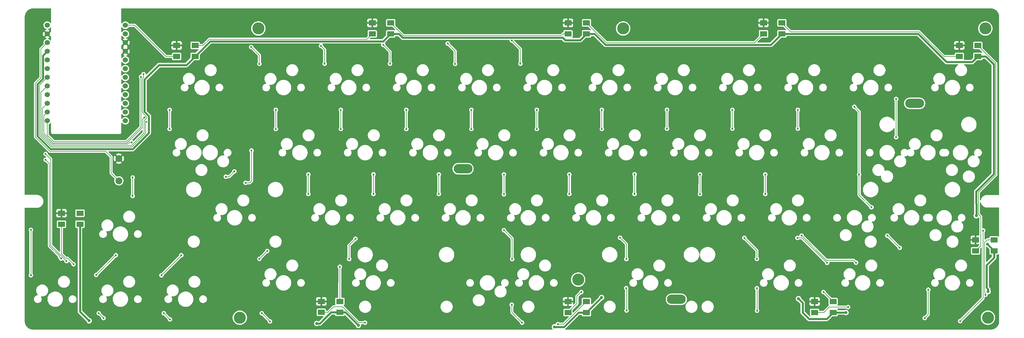
<source format=gtl>
G04 #@! TF.GenerationSoftware,KiCad,Pcbnew,8.0.3*
G04 #@! TF.CreationDate,2024-07-31T18:52:23+09:00*
G04 #@! TF.ProjectId,reviung46,72657669-756e-4673-9436-2e6b69636164,ver 0.1*
G04 #@! TF.SameCoordinates,Original*
G04 #@! TF.FileFunction,Copper,L1,Top*
G04 #@! TF.FilePolarity,Positive*
%FSLAX46Y46*%
G04 Gerber Fmt 4.6, Leading zero omitted, Abs format (unit mm)*
G04 Created by KiCad (PCBNEW 8.0.3) date 2024-07-31 18:52:23*
%MOMM*%
%LPD*%
G01*
G04 APERTURE LIST*
G04 #@! TA.AperFunction,SMDPad,CuDef*
%ADD10R,2.000000X1.500000*%
G04 #@! TD*
G04 #@! TA.AperFunction,WasherPad*
%ADD11O,5.500000X2.700000*%
G04 #@! TD*
G04 #@! TA.AperFunction,ComponentPad*
%ADD12C,3.500000*%
G04 #@! TD*
G04 #@! TA.AperFunction,ComponentPad*
%ADD13C,1.524000*%
G04 #@! TD*
G04 #@! TA.AperFunction,ComponentPad*
%ADD14C,2.000000*%
G04 #@! TD*
G04 #@! TA.AperFunction,ViaPad*
%ADD15C,0.600000*%
G04 #@! TD*
G04 #@! TA.AperFunction,ViaPad*
%ADD16C,0.900000*%
G04 #@! TD*
G04 #@! TA.AperFunction,Conductor*
%ADD17C,0.200000*%
G04 #@! TD*
G04 #@! TA.AperFunction,Conductor*
%ADD18C,0.600000*%
G04 #@! TD*
G04 APERTURE END LIST*
D10*
X127655000Y-28265000D03*
X127655000Y-25065000D03*
X122255000Y-25065000D03*
X122255000Y-28265000D03*
X303825000Y-91730000D03*
X303825000Y-88530000D03*
X298425000Y-88530000D03*
X298425000Y-91730000D03*
D11*
X211035000Y-105935000D03*
D10*
X70530000Y-34860000D03*
X70530000Y-31660000D03*
X65130000Y-31660000D03*
X65130000Y-34860000D03*
D11*
X148775000Y-67725000D03*
D10*
X241870000Y-28240000D03*
X241870000Y-25040000D03*
X236470000Y-25040000D03*
X236470000Y-28240000D03*
X184800000Y-109790000D03*
X184800000Y-106590000D03*
X179400000Y-106590000D03*
X179400000Y-109790000D03*
D12*
X195500000Y-26680000D03*
D13*
X50177536Y-25749658D03*
X50179659Y-28290796D03*
X50174594Y-30836035D03*
X50172902Y-33375914D03*
X50177897Y-35915789D03*
X50174308Y-38451661D03*
X50175413Y-40995867D03*
X50176119Y-43540124D03*
X50176910Y-46076952D03*
X50176961Y-48616348D03*
X50175906Y-51153756D03*
X50175833Y-53695109D03*
X27386271Y-53699546D03*
X27386015Y-51155769D03*
X27388701Y-48615828D03*
X27384937Y-46077006D03*
X27384251Y-43537588D03*
X27387795Y-40997022D03*
X27386290Y-38453946D03*
X27386234Y-35914438D03*
X27384161Y-33374382D03*
X27384783Y-30834038D03*
X27387147Y-28293779D03*
X27370000Y-25735000D03*
D12*
X83600000Y-111300000D03*
X302000000Y-111300000D03*
X301245000Y-26680000D03*
D10*
X184815000Y-28260000D03*
X184815000Y-25060000D03*
X179415000Y-25060000D03*
X179415000Y-28260000D03*
D11*
X280610000Y-48615000D03*
D10*
X112780000Y-109745000D03*
X112780000Y-106545000D03*
X107380000Y-106545000D03*
X107380000Y-109745000D03*
X299050000Y-34860000D03*
X299050000Y-31660000D03*
X293650000Y-31660000D03*
X293650000Y-34860000D03*
D12*
X89000000Y-26680000D03*
X182370000Y-100170000D03*
D10*
X256810000Y-109765000D03*
X256810000Y-106565000D03*
X251410000Y-106565000D03*
X251410000Y-109765000D03*
X36920000Y-83935000D03*
X36920000Y-80735000D03*
X31520000Y-80735000D03*
X31520000Y-83935000D03*
D14*
X48275000Y-71250000D03*
X48275000Y-64750000D03*
D15*
X133900000Y-87800000D03*
X72000000Y-25000000D03*
X133000000Y-101000000D03*
X165000000Y-25000000D03*
X52500000Y-39400000D03*
X54000000Y-23000000D03*
X108000000Y-25000000D03*
X223000000Y-25000000D03*
X137500000Y-80700000D03*
X54100000Y-37100000D03*
X58000000Y-113700000D03*
X34000000Y-90000000D03*
X108000000Y-100000000D03*
X171700000Y-114200000D03*
X146270000Y-100010000D03*
X286200000Y-111400000D03*
X279550000Y-101305000D03*
X302000000Y-93600000D03*
X303700000Y-84800000D03*
X204000000Y-106000000D03*
X261000000Y-25000000D03*
X229000000Y-106000000D03*
X140600000Y-87800000D03*
X82000000Y-103000000D03*
X146000000Y-25000000D03*
X253000000Y-100000000D03*
X58000000Y-107000000D03*
X285000000Y-25000000D03*
X54900000Y-56900000D03*
X303700000Y-80400000D03*
X22400000Y-113700000D03*
X297100000Y-111400000D03*
X203000000Y-25000000D03*
X75100000Y-69000000D03*
X55750000Y-52750000D03*
X227400000Y-56000000D03*
X108350000Y-37000000D03*
X246400000Y-87950000D03*
X217950000Y-69400000D03*
X113100000Y-56100000D03*
X107300000Y-31800000D03*
X103600000Y-75100000D03*
X255050000Y-95250000D03*
X217940027Y-75131918D03*
X113100000Y-50500000D03*
X61400000Y-110000000D03*
X63200000Y-111800000D03*
X60700000Y-98900000D03*
X103600000Y-69400000D03*
X66500000Y-93050000D03*
X227400000Y-50500000D03*
X56250000Y-54000000D03*
X54750000Y-40850000D03*
X55500000Y-40050000D03*
X89300000Y-37050000D03*
X198850000Y-69350000D03*
X198843068Y-75102457D03*
X86900000Y-32100000D03*
X41650000Y-98800000D03*
X94100000Y-50500000D03*
X234550000Y-102700000D03*
X85250000Y-71850000D03*
X42400000Y-110000000D03*
X47400000Y-93050000D03*
X208300000Y-56000000D03*
X87000000Y-62400000D03*
X234600000Y-109250000D03*
X43800000Y-111400000D03*
X94100000Y-56100000D03*
X208300000Y-50500000D03*
X230900000Y-87950000D03*
X234550000Y-94100000D03*
X52000000Y-60000000D03*
D16*
X302050000Y-103650000D03*
X118200000Y-113550000D03*
X246700000Y-105750000D03*
X301900000Y-89800000D03*
X39600000Y-112200000D03*
X189200000Y-105400000D03*
X175450000Y-114000000D03*
X298610000Y-81470000D03*
X106050000Y-113000000D03*
X260550000Y-109780000D03*
D15*
X141700000Y-69400000D03*
X115500000Y-94150000D03*
X146450000Y-37050000D03*
X141700000Y-75100000D03*
X264400000Y-69400000D03*
X151200000Y-56100000D03*
X268000000Y-79000000D03*
X151200000Y-50500000D03*
X263000000Y-49600000D03*
X144300000Y-31100000D03*
X117350000Y-88200000D03*
X272650000Y-87300000D03*
X276250000Y-90850000D03*
X293900000Y-112300000D03*
X163000000Y-107500000D03*
X165500000Y-37000000D03*
X163000000Y-30200000D03*
X160700000Y-75200000D03*
X300600000Y-85800000D03*
X170300000Y-50500000D03*
X160700000Y-69400000D03*
X275200000Y-47300000D03*
X275200000Y-58500000D03*
X160700000Y-85700000D03*
X170300000Y-56100000D03*
X163100000Y-94150000D03*
X166000000Y-112750000D03*
X189300000Y-56100000D03*
X194600000Y-87900000D03*
X179800000Y-69400000D03*
X82000000Y-68500000D03*
X196450000Y-94150000D03*
X179800000Y-75100000D03*
X22600000Y-85600000D03*
X79500000Y-70050000D03*
X52300000Y-75700000D03*
X52300000Y-70300000D03*
X22600000Y-98900000D03*
X63100000Y-50500000D03*
X196500000Y-109200000D03*
X63100000Y-56100000D03*
X189300000Y-50500000D03*
X196400000Y-102650000D03*
X125500000Y-31500000D03*
X237000000Y-75100000D03*
X263500000Y-95200000D03*
X237000000Y-69400000D03*
X283560000Y-111400000D03*
X91600000Y-91800000D03*
X90000000Y-110000000D03*
X246500000Y-56000000D03*
X122611484Y-69381779D03*
X92400000Y-112400000D03*
X122600000Y-75100000D03*
X247600000Y-87300000D03*
X89300000Y-94100000D03*
X132200000Y-56100000D03*
X246500000Y-50500000D03*
X127450000Y-37000000D03*
X132200000Y-50500000D03*
X284600000Y-103100000D03*
X33000000Y-94750000D03*
X26900000Y-63400000D03*
X26900000Y-65100000D03*
X31400000Y-94000000D03*
X183300000Y-103800000D03*
X254000000Y-103800000D03*
X301250000Y-104600000D03*
X261200000Y-108200000D03*
X176450000Y-113200000D03*
X120150000Y-112750000D03*
X112800000Y-96400000D03*
X35050000Y-95650000D03*
D17*
X46000000Y-68975000D02*
X48275000Y-71250000D01*
X28140201Y-62600000D02*
X44400000Y-62600000D01*
X25524234Y-32694587D02*
X25524234Y-41098439D01*
X46000000Y-64200000D02*
X46000000Y-68975000D01*
X27384783Y-30834038D02*
X25524234Y-32694587D01*
X25524234Y-41098439D02*
X25525795Y-41100000D01*
X44400000Y-62600000D02*
X46000000Y-64200000D01*
X23924271Y-42701524D02*
X23924271Y-58384070D01*
X23924271Y-58384070D02*
X28140201Y-62600000D01*
X25525795Y-41100000D02*
X23924271Y-42701524D01*
X26324271Y-52217513D02*
X26324271Y-57389956D01*
X26324271Y-57389956D02*
X29084315Y-60150000D01*
X29084315Y-60150000D02*
X50665686Y-60150000D01*
X50665686Y-60150000D02*
X55150000Y-55665686D01*
X27386015Y-51155769D02*
X26324271Y-52217513D01*
X55150000Y-55665686D02*
X55150000Y-53350000D01*
X55150000Y-53350000D02*
X55750000Y-52750000D01*
X217940027Y-75131918D02*
X217950000Y-69400000D01*
X247750000Y-87950000D02*
X246400000Y-87950000D01*
X227400000Y-56000000D02*
X227400000Y-50500000D01*
X108350000Y-37000000D02*
X108350000Y-32850000D01*
X103600000Y-75100000D02*
X103600000Y-69400000D01*
X255050000Y-95250000D02*
X247750000Y-87950000D01*
X108350000Y-32850000D02*
X107300000Y-31800000D01*
X66500000Y-93050000D02*
X66550000Y-93050000D01*
X217950000Y-69400000D02*
X217940027Y-69440027D01*
X113100000Y-56100000D02*
X113100000Y-50500000D01*
X66500000Y-93100000D02*
X66500000Y-93050000D01*
X60700000Y-98900000D02*
X66500000Y-93100000D01*
X61400000Y-110000000D02*
X63200000Y-111800000D01*
X52899658Y-25749658D02*
X62010000Y-34860000D01*
X50177536Y-25749658D02*
X52899658Y-25749658D01*
X62010000Y-34860000D02*
X65130000Y-34860000D01*
X25124271Y-57887014D02*
X28587257Y-61350000D01*
X27387795Y-40997022D02*
X25124271Y-43260546D01*
X25124271Y-43260546D02*
X25124271Y-57887014D01*
X28587257Y-61350000D02*
X52065686Y-61350000D01*
X56050000Y-54200000D02*
X56250000Y-54000000D01*
X52065686Y-61350000D02*
X56050000Y-57365686D01*
X56050000Y-57365686D02*
X56050000Y-54200000D01*
X54750000Y-55500000D02*
X54750000Y-40850000D01*
X50500000Y-59750000D02*
X54750000Y-55500000D01*
X27386271Y-53699546D02*
X27386271Y-57886271D01*
X29250000Y-59750000D02*
X50500000Y-59750000D01*
X27386271Y-57886271D02*
X29250000Y-59750000D01*
X28752943Y-60950000D02*
X51900000Y-60950000D01*
X55650000Y-53698529D02*
X56350000Y-52998529D01*
X51900000Y-60950000D02*
X55650000Y-57200000D01*
X56350000Y-52450000D02*
X55150000Y-51250000D01*
X55150000Y-41400000D02*
X55500000Y-41050000D01*
X25524271Y-57721328D02*
X28752943Y-60950000D01*
X55150000Y-51250000D02*
X55150000Y-41400000D01*
X56350000Y-52998529D02*
X56350000Y-52450000D01*
X55500000Y-41050000D02*
X55500000Y-40050000D01*
X55650000Y-57200000D02*
X55650000Y-53698529D01*
X27384251Y-43537588D02*
X25524271Y-45397568D01*
X25524271Y-45397568D02*
X25524271Y-57721328D01*
X198843068Y-75102457D02*
X198850000Y-69350000D01*
X208300000Y-56000000D02*
X208300000Y-50500000D01*
X41650000Y-98800000D02*
X47400000Y-93050000D01*
X230900000Y-87950000D02*
X230850000Y-87950000D01*
X87000000Y-71350000D02*
X87000000Y-62400000D01*
X94100000Y-56100000D02*
X94100000Y-50500000D01*
X234550000Y-94100000D02*
X234550000Y-91650000D01*
X198850000Y-69350000D02*
X198843068Y-69443068D01*
X234600000Y-109250000D02*
X234600000Y-102750000D01*
X234600000Y-102750000D02*
X234550000Y-102700000D01*
X234550000Y-91650000D02*
X230900000Y-88000000D01*
X86500000Y-71850000D02*
X87000000Y-71350000D01*
X42400000Y-110000000D02*
X43800000Y-111400000D01*
X230850000Y-87950000D02*
X230750000Y-87850000D01*
X89300000Y-34500000D02*
X86900000Y-32100000D01*
X85250000Y-71850000D02*
X86500000Y-71850000D01*
X230900000Y-88000000D02*
X230900000Y-87950000D01*
X89300000Y-37050000D02*
X89300000Y-34500000D01*
X51381372Y-60000000D02*
X52000000Y-60000000D01*
X27388701Y-48615828D02*
X25924271Y-50080258D01*
X28918629Y-60550000D02*
X50831372Y-60550000D01*
X25924271Y-57555642D02*
X28918629Y-60550000D01*
X25924271Y-50080258D02*
X25924271Y-57555642D01*
X50831372Y-60550000D02*
X51381372Y-60000000D01*
D18*
X297410000Y-36500000D02*
X299050000Y-34860000D01*
X67990000Y-37400000D02*
X70530000Y-34860000D01*
X302050000Y-102950000D02*
X301600000Y-102500000D01*
X106950000Y-113000000D02*
X106050000Y-113000000D01*
X36920000Y-83935000D02*
X36920000Y-109520000D01*
X125500000Y-30368629D02*
X125500000Y-30450000D01*
D17*
X303825000Y-91730000D02*
X303730000Y-91730000D01*
D18*
X299050000Y-34860000D02*
X301380000Y-34860000D01*
X303700000Y-37180000D02*
X303700000Y-69251472D01*
D17*
X303900000Y-37100000D02*
X303900000Y-69334314D01*
D18*
X184800000Y-109790000D02*
X182448528Y-109790000D01*
D17*
X299017157Y-74217157D02*
X298800000Y-74434314D01*
D18*
X298658579Y-74292893D02*
X298600000Y-74351472D01*
X182975000Y-30100000D02*
X184815000Y-28260000D01*
X107700000Y-112250000D02*
X106950000Y-113000000D01*
X182448528Y-109790000D02*
X179094264Y-113144264D01*
X26125795Y-41410494D02*
X24524271Y-43012018D01*
X36920000Y-109520000D02*
X39600000Y-112200000D01*
X301600000Y-95950000D02*
X303825000Y-93725000D01*
X110205000Y-109745000D02*
X107700000Y-112250000D01*
D17*
X184800000Y-109790000D02*
X184800000Y-109750000D01*
D18*
X289917158Y-36500000D02*
X297210000Y-36500000D01*
X301900000Y-89810000D02*
X301900000Y-89800000D01*
X260555000Y-109765000D02*
X260550000Y-109760000D01*
X297210000Y-36500000D02*
X297410000Y-36500000D01*
X241870000Y-28240000D02*
X281657158Y-28240000D01*
X249775000Y-111650000D02*
X247900000Y-109775000D01*
D17*
X301660000Y-34860000D02*
X303900000Y-37100000D01*
D18*
X303700000Y-69251472D02*
X298658579Y-74292893D01*
X260570000Y-109780000D02*
X260560000Y-109770000D01*
X112780000Y-109745000D02*
X110205000Y-109745000D01*
X178238528Y-114000000D02*
X175450000Y-114000000D01*
D17*
X299050000Y-34860000D02*
X301660000Y-34860000D01*
D18*
X301600000Y-102500000D02*
X301600000Y-95950000D01*
X260550000Y-109760000D02*
X260550000Y-109780000D01*
X131141472Y-29400000D02*
X177915000Y-29400000D01*
D17*
X303900000Y-69334314D02*
X299017157Y-74217157D01*
D18*
X256810000Y-109765000D02*
X254925000Y-111650000D01*
X246675000Y-105750000D02*
X246700000Y-105775000D01*
X127655000Y-28265000D02*
X127603629Y-28265000D01*
X24524271Y-58135542D02*
X28338729Y-61950000D01*
X303825000Y-91730000D02*
X303820000Y-91730000D01*
X256810000Y-109765000D02*
X260555000Y-109765000D01*
X57050000Y-57214214D02*
X57050000Y-52301472D01*
X106050000Y-113000000D02*
X106000000Y-113000000D01*
X26125795Y-40125796D02*
X26125795Y-41410494D01*
X241870000Y-28240000D02*
X238660000Y-31450000D01*
X28338729Y-61950000D02*
X52314214Y-61950000D01*
X52314214Y-61950000D02*
X57050000Y-57214214D01*
X246700000Y-105775000D02*
X246700000Y-105750000D01*
X178615000Y-30100000D02*
X182975000Y-30100000D01*
X114395000Y-109745000D02*
X118200000Y-113550000D01*
X298610000Y-81470000D02*
X298600000Y-81470000D01*
X302050000Y-103650000D02*
X302050000Y-102950000D01*
X125500000Y-30450000D02*
X74940000Y-30450000D01*
X130006472Y-28265000D02*
X131141472Y-29400000D01*
X238660000Y-31450000D02*
X190356472Y-31450000D01*
X60000000Y-37400000D02*
X67990000Y-37400000D01*
X301890000Y-89800000D02*
X301930000Y-89840000D01*
X303820000Y-91730000D02*
X301900000Y-89810000D01*
X303825000Y-93725000D02*
X303825000Y-91730000D01*
X247900000Y-109775000D02*
X247900000Y-106975000D01*
X26124234Y-40124235D02*
X26125795Y-40125796D01*
X24524271Y-43012018D02*
X24524271Y-58135542D01*
X127603629Y-28265000D02*
X125500000Y-30368629D01*
X246700000Y-105750000D02*
X246675000Y-105750000D01*
X187166472Y-28260000D02*
X184815000Y-28260000D01*
X26124234Y-34634309D02*
X26124234Y-40124235D01*
X184810000Y-109790000D02*
X189200000Y-105400000D01*
X184800000Y-109790000D02*
X184810000Y-109790000D01*
X177915000Y-29400000D02*
X178615000Y-30100000D01*
X254925000Y-111650000D02*
X254175000Y-111650000D01*
X298600000Y-74351472D02*
X298610000Y-81470000D01*
X55750000Y-41650000D02*
X60000000Y-37400000D01*
X55750000Y-51001472D02*
X55750000Y-41650000D01*
X254175000Y-111650000D02*
X249775000Y-111650000D01*
X301380000Y-34860000D02*
X303700000Y-37180000D01*
X301900000Y-89800000D02*
X301890000Y-89800000D01*
X190356472Y-31450000D02*
X187166472Y-28260000D01*
X74940000Y-30450000D02*
X70530000Y-34860000D01*
X179094264Y-113144264D02*
X178238528Y-114000000D01*
X112780000Y-109745000D02*
X114395000Y-109745000D01*
X57050000Y-52301472D02*
X55750000Y-51001472D01*
X27384161Y-33374382D02*
X26124234Y-34634309D01*
X281657158Y-28240000D02*
X289917158Y-36500000D01*
X127655000Y-28265000D02*
X130006472Y-28265000D01*
X247900000Y-106975000D02*
X246700000Y-105775000D01*
X260550000Y-109780000D02*
X260570000Y-109780000D01*
D17*
X117350000Y-88250000D02*
X117350000Y-88200000D01*
X141700000Y-75100000D02*
X141700000Y-69400000D01*
X115500000Y-90100000D02*
X117350000Y-88250000D01*
X268000000Y-79000000D02*
X264400000Y-75400000D01*
X146450000Y-33250000D02*
X144300000Y-31100000D01*
X146450000Y-37050000D02*
X146450000Y-33250000D01*
X264400000Y-51000000D02*
X263000000Y-49600000D01*
X115500000Y-94150000D02*
X115500000Y-90100000D01*
X264400000Y-75400000D02*
X264400000Y-69400000D01*
X117350000Y-88200000D02*
X117400000Y-88200000D01*
X117400000Y-88200000D02*
X117350000Y-88250000D01*
X264400000Y-69400000D02*
X264400000Y-51000000D01*
X141700000Y-69400000D02*
X141700000Y-69500000D01*
X151200000Y-56100000D02*
X151200000Y-50500000D01*
X170300000Y-56100000D02*
X170300000Y-50500000D01*
X300600000Y-105600000D02*
X293900000Y-112300000D01*
X163000000Y-107500000D02*
X163000000Y-109750000D01*
X165500000Y-32700000D02*
X163000000Y-30200000D01*
X276250000Y-90850000D02*
X272700000Y-87300000D01*
X272650000Y-87300000D02*
X272650000Y-87250000D01*
X165500000Y-37000000D02*
X165500000Y-32700000D01*
X163100000Y-88100000D02*
X160700000Y-85700000D01*
X163100000Y-94150000D02*
X163100000Y-88100000D01*
X272700000Y-87300000D02*
X272650000Y-87300000D01*
X272650000Y-87250000D02*
X272700000Y-87300000D01*
X163000000Y-109750000D02*
X166000000Y-112750000D01*
X160700000Y-75200000D02*
X160700000Y-69400000D01*
X275200000Y-58500000D02*
X275200000Y-47300000D01*
X300600000Y-85800000D02*
X300600000Y-105600000D01*
X80450000Y-70050000D02*
X79500000Y-70050000D01*
X196500000Y-102750000D02*
X196400000Y-102650000D01*
X52300000Y-75700000D02*
X52300000Y-70300000D01*
X196450000Y-89750000D02*
X194600000Y-87900000D01*
X196500000Y-109200000D02*
X196500000Y-102750000D01*
X179800000Y-75100000D02*
X179800000Y-69400000D01*
X22600000Y-85600000D02*
X22600000Y-98900000D01*
X63100000Y-56100000D02*
X63100000Y-50500000D01*
X82000000Y-68500000D02*
X80450000Y-70050000D01*
X189300000Y-56100000D02*
X189300000Y-50500000D01*
X196450000Y-94150000D02*
X196450000Y-89750000D01*
X263500000Y-95200000D02*
X262842157Y-94542157D01*
X283560000Y-111400000D02*
X284600000Y-110360000D01*
X237000000Y-75100000D02*
X237000000Y-69400000D01*
X262842157Y-94542157D02*
X254907843Y-94542157D01*
X89300000Y-94100000D02*
X91600000Y-91800000D01*
X247665686Y-87300000D02*
X247600000Y-87300000D01*
X127450000Y-37000000D02*
X127450000Y-33450000D01*
X254907843Y-94542157D02*
X247665686Y-87300000D01*
X132200000Y-56100000D02*
X132200000Y-50500000D01*
X127450000Y-33450000D02*
X125500000Y-31500000D01*
X122611484Y-69381779D02*
X122600000Y-69400000D01*
X247600000Y-87300000D02*
X247600000Y-87234314D01*
X246500000Y-56000000D02*
X246500000Y-50500000D01*
X122600000Y-75100000D02*
X122611484Y-69381779D01*
X284600000Y-110360000D02*
X284600000Y-103100000D01*
X90000000Y-110000000D02*
X92400000Y-112400000D01*
X28400000Y-75200000D02*
X28400000Y-90150000D01*
X28400000Y-90150000D02*
X33000000Y-94750000D01*
X28400000Y-64900000D02*
X26900000Y-63400000D01*
X28400000Y-75200000D02*
X28400000Y-73534314D01*
X28400000Y-73534314D02*
X28400000Y-64900000D01*
X30900000Y-93215686D02*
X28000000Y-90315686D01*
X31400000Y-94000000D02*
X30900000Y-93500000D01*
X28000000Y-90315686D02*
X28000000Y-66200000D01*
X28000000Y-66200000D02*
X26900000Y-65100000D01*
X30900000Y-93500000D02*
X30900000Y-93215686D01*
X182000000Y-105000000D02*
X182000000Y-107190000D01*
X182000000Y-107190000D02*
X179400000Y-109790000D01*
X183300000Y-103800000D02*
X183200000Y-103800000D01*
X256810000Y-106565000D02*
X254045000Y-103800000D01*
X254045000Y-103800000D02*
X254000000Y-103800000D01*
X183200000Y-103800000D02*
X182000000Y-105000000D01*
X255650000Y-108200000D02*
X261200000Y-108200000D01*
X301200736Y-104049264D02*
X301250000Y-104098528D01*
X301000000Y-103848528D02*
X301000000Y-89300000D01*
X301000000Y-89300000D02*
X301770000Y-88530000D01*
X251410000Y-109765000D02*
X254085000Y-109765000D01*
X254085000Y-109765000D02*
X255650000Y-108200000D01*
X301200736Y-104049264D02*
X301000000Y-103848528D01*
X261200000Y-108200000D02*
X261150000Y-108200000D01*
X301770000Y-88530000D02*
X303825000Y-88530000D01*
X301250000Y-104098528D02*
X301250000Y-104600000D01*
X120150000Y-112750000D02*
X118248528Y-112750000D01*
X109355000Y-109745000D02*
X111000000Y-108100000D01*
X118248528Y-112750000D02*
X113598528Y-108100000D01*
X178190000Y-113200000D02*
X184800000Y-106590000D01*
X107380000Y-109745000D02*
X109355000Y-109745000D01*
X113598528Y-108100000D02*
X111000000Y-108100000D01*
X176450000Y-113200000D02*
X178190000Y-113200000D01*
X32732843Y-93917157D02*
X31507843Y-92692157D01*
X31507843Y-92692157D02*
X31520000Y-92680000D01*
X112800000Y-96400000D02*
X112780000Y-106545000D01*
X112780000Y-96380000D02*
X112800000Y-96400000D01*
X35050000Y-95650000D02*
X33317157Y-93917157D01*
X33317157Y-93917157D02*
X32732843Y-93917157D01*
X31520000Y-92680000D02*
X31520000Y-83935000D01*
X298425000Y-91730000D02*
X299924264Y-90230736D01*
X304300000Y-36910000D02*
X299050000Y-31660000D01*
X304300000Y-69500000D02*
X304300000Y-36910000D01*
X299250000Y-74550000D02*
X304300000Y-69500000D01*
X299250000Y-81049339D02*
X299250000Y-74550000D01*
X299924264Y-90230736D02*
X299924264Y-81723603D01*
X299924264Y-81723603D02*
X299250000Y-81049339D01*
X244400000Y-27640000D02*
X241870000Y-25110000D01*
X241870000Y-25110000D02*
X241870000Y-25040000D01*
X293650000Y-34860000D02*
X289125686Y-34860000D01*
X289125686Y-34860000D02*
X281905686Y-27640000D01*
X281905686Y-27640000D02*
X244400000Y-27640000D01*
X190605000Y-30850000D02*
X233860000Y-30850000D01*
X184815000Y-25060000D02*
X190605000Y-30850000D01*
X233860000Y-30850000D02*
X236470000Y-28240000D01*
X177900000Y-28260000D02*
X179415000Y-28260000D01*
X127655000Y-25065000D02*
X131390000Y-28800000D01*
X177360000Y-28800000D02*
X177900000Y-28260000D01*
X131390000Y-28800000D02*
X177360000Y-28800000D01*
X120670000Y-29850000D02*
X122255000Y-28265000D01*
X74691472Y-29850000D02*
X120670000Y-29850000D01*
X72881472Y-31660000D02*
X74691472Y-29850000D01*
X70530000Y-31660000D02*
X72881472Y-31660000D01*
X122255000Y-28265000D02*
X122060000Y-28265000D01*
G04 #@! TA.AperFunction,Conductor*
G36*
X28452543Y-20815185D02*
G01*
X28498298Y-20867989D01*
X28509504Y-20919500D01*
X28509504Y-25027920D01*
X28489819Y-25094959D01*
X28437015Y-25140714D01*
X28367857Y-25150658D01*
X28304301Y-25121633D01*
X28286550Y-25102647D01*
X28195668Y-24982300D01*
X28043303Y-24843402D01*
X28043301Y-24843400D01*
X27868013Y-24734867D01*
X27868006Y-24734863D01*
X27768090Y-24696156D01*
X27675754Y-24660385D01*
X27473088Y-24622500D01*
X27266912Y-24622500D01*
X27064246Y-24660385D01*
X27064243Y-24660385D01*
X27064243Y-24660386D01*
X26871993Y-24734863D01*
X26871986Y-24734867D01*
X26696698Y-24843400D01*
X26696696Y-24843402D01*
X26544331Y-24982300D01*
X26420081Y-25146834D01*
X26328180Y-25331394D01*
X26271757Y-25529705D01*
X26252734Y-25735000D01*
X26271757Y-25940294D01*
X26328180Y-26138605D01*
X26420081Y-26323165D01*
X26544331Y-26487699D01*
X26696696Y-26626597D01*
X26696698Y-26626599D01*
X26720370Y-26641256D01*
X26871992Y-26735136D01*
X27064246Y-26809615D01*
X27108233Y-26817837D01*
X27170513Y-26849506D01*
X27205786Y-26909818D01*
X27202852Y-26979626D01*
X27162643Y-27036766D01*
X27117541Y-27059501D01*
X26953873Y-27103355D01*
X26953867Y-27103358D01*
X26753737Y-27196680D01*
X26688958Y-27242037D01*
X27334300Y-27887379D01*
X27333643Y-27887379D01*
X27230282Y-27915074D01*
X27137611Y-27968578D01*
X27061946Y-28044243D01*
X27008442Y-28136914D01*
X26980747Y-28240275D01*
X26980747Y-28240932D01*
X26335405Y-27595590D01*
X26290048Y-27660369D01*
X26196726Y-27860499D01*
X26196722Y-27860508D01*
X26139573Y-28073792D01*
X26139571Y-28073802D01*
X26120326Y-28293778D01*
X26120326Y-28293779D01*
X26139571Y-28513755D01*
X26139573Y-28513765D01*
X26196722Y-28727049D01*
X26196727Y-28727063D01*
X26290045Y-28927184D01*
X26290048Y-28927190D01*
X26335405Y-28991966D01*
X26335406Y-28991967D01*
X26980747Y-28346626D01*
X26980747Y-28347283D01*
X27008442Y-28450644D01*
X27061946Y-28543315D01*
X27137611Y-28618980D01*
X27230282Y-28672484D01*
X27333643Y-28700179D01*
X27334300Y-28700179D01*
X26688957Y-29345519D01*
X26753737Y-29390878D01*
X26753739Y-29390879D01*
X26953862Y-29484198D01*
X26953876Y-29484203D01*
X27082902Y-29518775D01*
X27142563Y-29555140D01*
X27173092Y-29617987D01*
X27164798Y-29687362D01*
X27120312Y-29741240D01*
X27084064Y-29756198D01*
X27084536Y-29757856D01*
X27079034Y-29759421D01*
X26886776Y-29833901D01*
X26886769Y-29833905D01*
X26711481Y-29942438D01*
X26711479Y-29942440D01*
X26559114Y-30081338D01*
X26434864Y-30245872D01*
X26342963Y-30430432D01*
X26286540Y-30628743D01*
X26267517Y-30834038D01*
X26286540Y-31039332D01*
X26323268Y-31168420D01*
X26322680Y-31238287D01*
X26291682Y-31290034D01*
X25163747Y-32417970D01*
X25163745Y-32417973D01*
X25104434Y-32520700D01*
X25104433Y-32520703D01*
X25097946Y-32544911D01*
X25097947Y-32544912D01*
X25073734Y-32635278D01*
X25073734Y-40863596D01*
X25054049Y-40930635D01*
X25037415Y-40951277D01*
X23563784Y-42424907D01*
X23563780Y-42424913D01*
X23504472Y-42527636D01*
X23504471Y-42527641D01*
X23501163Y-42539987D01*
X23473771Y-42642215D01*
X23473771Y-58443379D01*
X23488943Y-58499999D01*
X23488943Y-58500000D01*
X23488943Y-58500002D01*
X23504470Y-58557954D01*
X23504472Y-58557957D01*
X23563782Y-58660684D01*
X27863587Y-62960489D01*
X27863588Y-62960490D01*
X27863590Y-62960491D01*
X27922894Y-62994729D01*
X27922897Y-62994732D01*
X27957138Y-63014500D01*
X27966315Y-63019799D01*
X28080892Y-63050500D01*
X44162035Y-63050500D01*
X44229074Y-63070185D01*
X44249716Y-63086819D01*
X45513181Y-64350284D01*
X45546666Y-64411607D01*
X45549500Y-64437965D01*
X45549500Y-69034309D01*
X45560002Y-69073502D01*
X45570504Y-69112697D01*
X45580199Y-69148885D01*
X45582768Y-69153334D01*
X45639511Y-69251614D01*
X45639513Y-69251616D01*
X46994762Y-70606865D01*
X47028247Y-70668188D01*
X47023263Y-70737880D01*
X47019463Y-70746950D01*
X47001099Y-70786330D01*
X47001094Y-70786344D01*
X46939938Y-71014586D01*
X46939936Y-71014596D01*
X46919341Y-71249999D01*
X46919341Y-71250000D01*
X46939936Y-71485403D01*
X46939938Y-71485412D01*
X47001094Y-71713655D01*
X47001096Y-71713659D01*
X47001097Y-71713663D01*
X47040304Y-71797742D01*
X47100965Y-71927830D01*
X47100967Y-71927834D01*
X47112883Y-71944851D01*
X47236505Y-72121401D01*
X47403599Y-72288495D01*
X47465279Y-72331684D01*
X47597165Y-72424032D01*
X47597167Y-72424033D01*
X47597170Y-72424035D01*
X47811337Y-72523903D01*
X48039592Y-72585063D01*
X48227918Y-72601539D01*
X48274999Y-72605659D01*
X48275000Y-72605659D01*
X48275001Y-72605659D01*
X48314234Y-72602226D01*
X48510408Y-72585063D01*
X48738663Y-72523903D01*
X48952830Y-72424035D01*
X49146401Y-72288495D01*
X49313495Y-72121401D01*
X49449035Y-71927830D01*
X49548903Y-71713663D01*
X49610063Y-71485408D01*
X49630659Y-71250000D01*
X49610063Y-71014592D01*
X49548903Y-70786337D01*
X49449035Y-70572171D01*
X49387669Y-70484530D01*
X49313494Y-70378597D01*
X49234896Y-70299999D01*
X51644722Y-70299999D01*
X51644722Y-70300000D01*
X51663762Y-70456818D01*
X51719780Y-70604523D01*
X51719781Y-70604524D01*
X51809518Y-70734532D01*
X51814491Y-70740145D01*
X51813044Y-70741426D01*
X51844850Y-70792120D01*
X51849500Y-70825759D01*
X51849500Y-75174240D01*
X51829815Y-75241279D01*
X51814153Y-75259556D01*
X51814491Y-75259856D01*
X51809515Y-75265472D01*
X51719781Y-75395475D01*
X51719780Y-75395476D01*
X51663762Y-75543181D01*
X51644722Y-75699999D01*
X51644722Y-75700000D01*
X51663762Y-75856818D01*
X51708396Y-75974506D01*
X51719780Y-76004523D01*
X51809517Y-76134530D01*
X51927760Y-76239283D01*
X51927762Y-76239284D01*
X52067634Y-76312696D01*
X52221014Y-76350500D01*
X52221015Y-76350500D01*
X52378985Y-76350500D01*
X52532365Y-76312696D01*
X52585691Y-76284708D01*
X52672240Y-76239283D01*
X52790483Y-76134530D01*
X52880220Y-76004523D01*
X52936237Y-75856818D01*
X52955278Y-75700000D01*
X52954739Y-75695556D01*
X52936237Y-75543181D01*
X52907455Y-75467291D01*
X52880220Y-75395477D01*
X52790483Y-75265470D01*
X52790479Y-75265466D01*
X52785509Y-75259856D01*
X52786953Y-75258576D01*
X52755145Y-75207860D01*
X52750500Y-75174240D01*
X52750500Y-73667900D01*
X67900100Y-73667900D01*
X67900100Y-73962099D01*
X67900101Y-73962116D01*
X67938501Y-74253796D01*
X68014652Y-74537994D01*
X68127234Y-74809794D01*
X68127242Y-74809810D01*
X68274340Y-75064589D01*
X68274351Y-75064605D01*
X68453448Y-75298009D01*
X68453454Y-75298016D01*
X68661483Y-75506045D01*
X68661490Y-75506051D01*
X68740201Y-75566448D01*
X68894903Y-75685155D01*
X68894910Y-75685159D01*
X69149689Y-75832257D01*
X69149705Y-75832265D01*
X69421505Y-75944847D01*
X69421507Y-75944847D01*
X69421513Y-75944850D01*
X69705700Y-76020998D01*
X69997394Y-76059400D01*
X69997401Y-76059400D01*
X70291599Y-76059400D01*
X70291606Y-76059400D01*
X70583300Y-76020998D01*
X70867487Y-75944850D01*
X71000294Y-75889840D01*
X71139294Y-75832265D01*
X71139297Y-75832263D01*
X71139303Y-75832261D01*
X71394097Y-75685155D01*
X71627511Y-75506050D01*
X71835550Y-75298011D01*
X72014655Y-75064597D01*
X72161761Y-74809803D01*
X72166678Y-74797934D01*
X72274347Y-74537994D01*
X72274346Y-74537994D01*
X72274350Y-74537987D01*
X72350498Y-74253800D01*
X72388900Y-73962106D01*
X72388900Y-73667900D01*
X91776100Y-73667900D01*
X91776100Y-73962099D01*
X91776101Y-73962116D01*
X91814501Y-74253796D01*
X91890652Y-74537994D01*
X92003234Y-74809794D01*
X92003242Y-74809810D01*
X92150340Y-75064589D01*
X92150351Y-75064605D01*
X92329448Y-75298009D01*
X92329454Y-75298016D01*
X92537483Y-75506045D01*
X92537490Y-75506051D01*
X92616201Y-75566448D01*
X92770903Y-75685155D01*
X92770910Y-75685159D01*
X93025689Y-75832257D01*
X93025705Y-75832265D01*
X93297505Y-75944847D01*
X93297507Y-75944847D01*
X93297513Y-75944850D01*
X93581700Y-76020998D01*
X93873394Y-76059400D01*
X93873401Y-76059400D01*
X94167599Y-76059400D01*
X94167606Y-76059400D01*
X94459300Y-76020998D01*
X94743487Y-75944850D01*
X94876294Y-75889840D01*
X95015294Y-75832265D01*
X95015297Y-75832263D01*
X95015303Y-75832261D01*
X95270097Y-75685155D01*
X95503511Y-75506050D01*
X95711550Y-75298011D01*
X95890655Y-75064597D01*
X96037761Y-74809803D01*
X96042678Y-74797934D01*
X96150347Y-74537994D01*
X96150346Y-74537994D01*
X96150350Y-74537987D01*
X96226498Y-74253800D01*
X96264900Y-73962106D01*
X96264900Y-73667894D01*
X96226498Y-73376200D01*
X96150350Y-73092013D01*
X96150347Y-73092005D01*
X96037765Y-72820205D01*
X96037757Y-72820189D01*
X95890659Y-72565410D01*
X95890655Y-72565403D01*
X95811845Y-72462696D01*
X95711551Y-72331990D01*
X95711545Y-72331983D01*
X95503516Y-72123954D01*
X95503509Y-72123948D01*
X95270105Y-71944851D01*
X95270103Y-71944849D01*
X95270097Y-71944845D01*
X95270092Y-71944842D01*
X95270089Y-71944840D01*
X95015310Y-71797742D01*
X95015294Y-71797734D01*
X94743494Y-71685152D01*
X94525028Y-71626614D01*
X94459300Y-71609002D01*
X94459299Y-71609001D01*
X94459296Y-71609001D01*
X94167616Y-71570601D01*
X94167611Y-71570600D01*
X94167606Y-71570600D01*
X93873394Y-71570600D01*
X93873388Y-71570600D01*
X93873383Y-71570601D01*
X93581703Y-71609001D01*
X93297505Y-71685152D01*
X93025705Y-71797734D01*
X93025689Y-71797742D01*
X92770910Y-71944840D01*
X92770894Y-71944851D01*
X92537490Y-72123948D01*
X92537483Y-72123954D01*
X92329454Y-72331983D01*
X92329448Y-72331990D01*
X92150351Y-72565394D01*
X92150340Y-72565410D01*
X92003242Y-72820189D01*
X92003234Y-72820205D01*
X91890652Y-73092005D01*
X91814501Y-73376203D01*
X91776101Y-73667883D01*
X91776100Y-73667900D01*
X72388900Y-73667900D01*
X72388900Y-73667894D01*
X72350498Y-73376200D01*
X72274350Y-73092013D01*
X72274347Y-73092005D01*
X72161765Y-72820205D01*
X72161757Y-72820189D01*
X72014659Y-72565410D01*
X72014655Y-72565403D01*
X71935845Y-72462696D01*
X71835551Y-72331990D01*
X71835545Y-72331983D01*
X71627516Y-72123954D01*
X71627509Y-72123948D01*
X71394105Y-71944851D01*
X71394103Y-71944849D01*
X71394097Y-71944845D01*
X71394092Y-71944842D01*
X71394089Y-71944840D01*
X71229821Y-71849999D01*
X84594722Y-71849999D01*
X84594722Y-71850000D01*
X84613762Y-72006818D01*
X84657219Y-72121402D01*
X84669780Y-72154523D01*
X84759517Y-72284530D01*
X84877760Y-72389283D01*
X84877762Y-72389284D01*
X85017634Y-72462696D01*
X85171014Y-72500500D01*
X85171015Y-72500500D01*
X85328985Y-72500500D01*
X85482365Y-72462696D01*
X85556032Y-72424032D01*
X85622240Y-72389283D01*
X85687256Y-72331683D01*
X85750490Y-72301963D01*
X85769483Y-72300500D01*
X86559308Y-72300500D01*
X86559309Y-72300500D01*
X86649673Y-72276286D01*
X86673887Y-72269799D01*
X86776614Y-72210489D01*
X87360490Y-71626614D01*
X87392829Y-71570601D01*
X87419798Y-71523889D01*
X87419798Y-71523888D01*
X87419799Y-71523887D01*
X87430109Y-71485408D01*
X87450500Y-71409309D01*
X87450500Y-69399999D01*
X102944722Y-69399999D01*
X102944722Y-69400000D01*
X102963762Y-69556818D01*
X103019780Y-69704523D01*
X103019781Y-69704524D01*
X103109518Y-69834532D01*
X103114491Y-69840145D01*
X103113044Y-69841426D01*
X103144850Y-69892120D01*
X103149500Y-69925759D01*
X103149500Y-74574240D01*
X103129815Y-74641279D01*
X103114153Y-74659556D01*
X103114491Y-74659856D01*
X103109515Y-74665472D01*
X103019781Y-74795475D01*
X103019780Y-74795476D01*
X102963762Y-74943181D01*
X102944722Y-75099999D01*
X102944722Y-75100000D01*
X102963762Y-75256818D01*
X103016349Y-75395476D01*
X103019780Y-75404523D01*
X103109517Y-75534530D01*
X103227760Y-75639283D01*
X103227762Y-75639284D01*
X103367634Y-75712696D01*
X103521014Y-75750500D01*
X103521015Y-75750500D01*
X103678985Y-75750500D01*
X103832365Y-75712696D01*
X103865022Y-75695556D01*
X103972240Y-75639283D01*
X104090483Y-75534530D01*
X104180220Y-75404523D01*
X104236237Y-75256818D01*
X104255278Y-75100000D01*
X104255278Y-75099999D01*
X121944722Y-75099999D01*
X121944722Y-75100000D01*
X121963762Y-75256818D01*
X122016349Y-75395476D01*
X122019780Y-75404523D01*
X122109517Y-75534530D01*
X122227760Y-75639283D01*
X122227762Y-75639284D01*
X122367634Y-75712696D01*
X122521014Y-75750500D01*
X122521015Y-75750500D01*
X122678985Y-75750500D01*
X122832365Y-75712696D01*
X122865022Y-75695556D01*
X122972240Y-75639283D01*
X123090483Y-75534530D01*
X123180220Y-75404523D01*
X123236237Y-75256818D01*
X123255278Y-75100000D01*
X123240113Y-74975099D01*
X123236237Y-74943181D01*
X123214992Y-74887164D01*
X123180220Y-74795477D01*
X123090483Y-74665470D01*
X123090479Y-74665466D01*
X123085509Y-74659856D01*
X123087255Y-74658308D01*
X123056201Y-74608801D01*
X123051555Y-74574926D01*
X123051557Y-74574240D01*
X123060927Y-69908224D01*
X123080746Y-69841225D01*
X123097179Y-69822089D01*
X123096993Y-69821924D01*
X123101965Y-69816311D01*
X123101965Y-69816310D01*
X123101967Y-69816309D01*
X123191704Y-69686302D01*
X123247721Y-69538597D01*
X123264550Y-69399999D01*
X141044722Y-69399999D01*
X141044722Y-69400000D01*
X141063762Y-69556818D01*
X141119780Y-69704523D01*
X141119781Y-69704524D01*
X141209518Y-69834532D01*
X141214491Y-69840145D01*
X141213044Y-69841426D01*
X141244850Y-69892120D01*
X141249500Y-69925759D01*
X141249500Y-74574240D01*
X141229815Y-74641279D01*
X141214153Y-74659556D01*
X141214491Y-74659856D01*
X141209515Y-74665472D01*
X141119781Y-74795475D01*
X141119780Y-74795476D01*
X141063762Y-74943181D01*
X141044722Y-75099999D01*
X141044722Y-75100000D01*
X141063762Y-75256818D01*
X141116349Y-75395476D01*
X141119780Y-75404523D01*
X141209517Y-75534530D01*
X141327760Y-75639283D01*
X141327762Y-75639284D01*
X141467634Y-75712696D01*
X141621014Y-75750500D01*
X141621015Y-75750500D01*
X141778985Y-75750500D01*
X141932365Y-75712696D01*
X141965022Y-75695556D01*
X142072240Y-75639283D01*
X142190483Y-75534530D01*
X142280220Y-75404523D01*
X142336237Y-75256818D01*
X142355278Y-75100000D01*
X142340113Y-74975099D01*
X142336237Y-74943181D01*
X142314992Y-74887164D01*
X142280220Y-74795477D01*
X142190483Y-74665470D01*
X142190479Y-74665466D01*
X142185509Y-74659856D01*
X142186953Y-74658576D01*
X142155145Y-74607860D01*
X142150500Y-74574240D01*
X142150500Y-69925759D01*
X142170185Y-69858720D01*
X142185846Y-69840444D01*
X142185509Y-69840145D01*
X142190481Y-69834532D01*
X142190481Y-69834531D01*
X142190483Y-69834530D01*
X142280220Y-69704523D01*
X142336237Y-69556818D01*
X142355278Y-69400000D01*
X142354842Y-69396405D01*
X142336237Y-69243181D01*
X142301087Y-69150500D01*
X142280220Y-69095477D01*
X142190483Y-68965470D01*
X142072240Y-68860717D01*
X142072238Y-68860716D01*
X142072237Y-68860715D01*
X141932365Y-68787303D01*
X141778986Y-68749500D01*
X141778985Y-68749500D01*
X141621015Y-68749500D01*
X141621014Y-68749500D01*
X141467634Y-68787303D01*
X141327762Y-68860715D01*
X141310649Y-68875876D01*
X141230085Y-68947249D01*
X141209516Y-68965471D01*
X141119781Y-69095475D01*
X141119780Y-69095476D01*
X141063762Y-69243181D01*
X141044722Y-69399999D01*
X123264550Y-69399999D01*
X123266762Y-69381779D01*
X123261533Y-69338709D01*
X123247721Y-69224960D01*
X123226476Y-69168943D01*
X123191704Y-69077256D01*
X123101967Y-68947249D01*
X122983724Y-68842496D01*
X122983722Y-68842495D01*
X122983721Y-68842494D01*
X122843849Y-68769082D01*
X122690470Y-68731279D01*
X122690469Y-68731279D01*
X122532499Y-68731279D01*
X122532498Y-68731279D01*
X122379118Y-68769082D01*
X122239246Y-68842494D01*
X122121000Y-68947250D01*
X122031265Y-69077254D01*
X122031264Y-69077255D01*
X121975246Y-69224960D01*
X121956206Y-69381778D01*
X121956206Y-69381779D01*
X121975246Y-69538597D01*
X122026555Y-69673886D01*
X122031264Y-69686302D01*
X122121001Y-69816309D01*
X122121004Y-69816311D01*
X122125975Y-69821923D01*
X122124227Y-69823471D01*
X122155279Y-69872971D01*
X122159927Y-69906851D01*
X122150555Y-74573553D01*
X122130736Y-74640553D01*
X122114309Y-74659686D01*
X122114495Y-74659851D01*
X122109518Y-74665468D01*
X122019780Y-74795475D01*
X122019780Y-74795476D01*
X121963762Y-74943181D01*
X121944722Y-75099999D01*
X104255278Y-75099999D01*
X104240113Y-74975099D01*
X104236237Y-74943181D01*
X104214992Y-74887164D01*
X104180220Y-74795477D01*
X104090483Y-74665470D01*
X104090479Y-74665466D01*
X104085509Y-74659856D01*
X104086953Y-74658576D01*
X104055145Y-74607860D01*
X104050500Y-74574240D01*
X104050500Y-69925759D01*
X104070185Y-69858720D01*
X104085846Y-69840444D01*
X104085509Y-69840145D01*
X104090481Y-69834532D01*
X104090481Y-69834531D01*
X104090483Y-69834530D01*
X104180220Y-69704523D01*
X104236237Y-69556818D01*
X104255278Y-69400000D01*
X104254842Y-69396405D01*
X104236237Y-69243181D01*
X104201087Y-69150500D01*
X104180220Y-69095477D01*
X104090483Y-68965470D01*
X103972240Y-68860717D01*
X103972238Y-68860716D01*
X103972237Y-68860715D01*
X103832365Y-68787303D01*
X103678986Y-68749500D01*
X103678985Y-68749500D01*
X103521015Y-68749500D01*
X103521014Y-68749500D01*
X103367634Y-68787303D01*
X103227762Y-68860715D01*
X103210649Y-68875876D01*
X103130085Y-68947249D01*
X103109516Y-68965471D01*
X103019781Y-69095475D01*
X103019780Y-69095476D01*
X102963762Y-69243181D01*
X102944722Y-69399999D01*
X87450500Y-69399999D01*
X87450500Y-67613549D01*
X145674500Y-67613549D01*
X145674500Y-67836450D01*
X145674501Y-67836466D01*
X145703594Y-68057452D01*
X145703595Y-68057457D01*
X145703596Y-68057463D01*
X145758097Y-68260863D01*
X145761290Y-68272780D01*
X145761293Y-68272790D01*
X145817608Y-68408746D01*
X145846595Y-68478726D01*
X145958052Y-68671774D01*
X145958057Y-68671780D01*
X145958058Y-68671782D01*
X146093751Y-68848622D01*
X146093757Y-68848629D01*
X146251370Y-69006242D01*
X146251377Y-69006248D01*
X146340478Y-69074617D01*
X146428226Y-69141948D01*
X146621274Y-69253405D01*
X146827219Y-69338710D01*
X147042537Y-69396404D01*
X147263543Y-69425500D01*
X147263550Y-69425500D01*
X150286450Y-69425500D01*
X150286457Y-69425500D01*
X150480156Y-69399999D01*
X160044722Y-69399999D01*
X160044722Y-69400000D01*
X160063762Y-69556818D01*
X160119780Y-69704523D01*
X160119781Y-69704524D01*
X160209518Y-69834532D01*
X160214491Y-69840145D01*
X160213044Y-69841426D01*
X160244850Y-69892120D01*
X160249500Y-69925759D01*
X160249500Y-74674240D01*
X160229815Y-74741279D01*
X160214153Y-74759556D01*
X160214491Y-74759856D01*
X160209515Y-74765472D01*
X160119781Y-74895475D01*
X160119780Y-74895476D01*
X160063762Y-75043181D01*
X160044722Y-75199999D01*
X160044722Y-75200000D01*
X160063762Y-75356818D01*
X160108000Y-75473461D01*
X160119780Y-75504523D01*
X160209517Y-75634530D01*
X160327760Y-75739283D01*
X160327762Y-75739284D01*
X160467634Y-75812696D01*
X160621014Y-75850500D01*
X160621015Y-75850500D01*
X160778985Y-75850500D01*
X160932365Y-75812696D01*
X160958830Y-75798806D01*
X161072240Y-75739283D01*
X161190483Y-75634530D01*
X161280220Y-75504523D01*
X161336237Y-75356818D01*
X161355278Y-75200000D01*
X161347012Y-75131918D01*
X161336237Y-75043181D01*
X161310417Y-74975100D01*
X161280220Y-74895477D01*
X161190483Y-74765470D01*
X161190479Y-74765466D01*
X161185509Y-74759856D01*
X161186953Y-74758576D01*
X161155145Y-74707860D01*
X161150500Y-74674240D01*
X161150500Y-69925759D01*
X161170185Y-69858720D01*
X161185846Y-69840444D01*
X161185509Y-69840145D01*
X161190481Y-69834532D01*
X161190481Y-69834531D01*
X161190483Y-69834530D01*
X161280220Y-69704523D01*
X161336237Y-69556818D01*
X161355278Y-69400000D01*
X161355278Y-69399999D01*
X179144722Y-69399999D01*
X179144722Y-69400000D01*
X179163762Y-69556818D01*
X179219780Y-69704523D01*
X179219781Y-69704524D01*
X179309518Y-69834532D01*
X179314491Y-69840145D01*
X179313044Y-69841426D01*
X179344850Y-69892120D01*
X179349500Y-69925759D01*
X179349500Y-74574240D01*
X179329815Y-74641279D01*
X179314153Y-74659556D01*
X179314491Y-74659856D01*
X179309515Y-74665472D01*
X179219781Y-74795475D01*
X179219780Y-74795476D01*
X179163762Y-74943181D01*
X179144722Y-75099999D01*
X179144722Y-75100000D01*
X179163762Y-75256818D01*
X179216349Y-75395476D01*
X179219780Y-75404523D01*
X179309517Y-75534530D01*
X179427760Y-75639283D01*
X179427762Y-75639284D01*
X179567634Y-75712696D01*
X179721014Y-75750500D01*
X179721015Y-75750500D01*
X179878985Y-75750500D01*
X180032365Y-75712696D01*
X180065022Y-75695556D01*
X180172240Y-75639283D01*
X180290483Y-75534530D01*
X180380220Y-75404523D01*
X180436237Y-75256818D01*
X180454980Y-75102456D01*
X198187790Y-75102456D01*
X198187790Y-75102457D01*
X198206830Y-75259275D01*
X198260191Y-75399973D01*
X198262848Y-75406980D01*
X198352585Y-75536987D01*
X198470828Y-75641740D01*
X198478849Y-75645950D01*
X198610702Y-75715153D01*
X198764082Y-75752957D01*
X198764083Y-75752957D01*
X198922053Y-75752957D01*
X199075433Y-75715153D01*
X199104306Y-75699999D01*
X199215308Y-75641740D01*
X199333551Y-75536987D01*
X199423288Y-75406980D01*
X199479305Y-75259275D01*
X199494769Y-75131917D01*
X217284749Y-75131917D01*
X217284749Y-75131918D01*
X217303789Y-75288736D01*
X217358025Y-75431742D01*
X217359807Y-75436441D01*
X217449544Y-75566448D01*
X217567787Y-75671201D01*
X217567789Y-75671202D01*
X217707661Y-75744614D01*
X217861041Y-75782418D01*
X217861042Y-75782418D01*
X218019012Y-75782418D01*
X218172392Y-75744614D01*
X218218163Y-75720591D01*
X218312267Y-75671201D01*
X218430510Y-75566448D01*
X218520247Y-75436441D01*
X218576264Y-75288736D01*
X218595305Y-75131918D01*
X218591430Y-75100000D01*
X218576264Y-74975099D01*
X218546066Y-74895475D01*
X218520247Y-74827395D01*
X218430510Y-74697388D01*
X218430508Y-74697385D01*
X218425532Y-74691768D01*
X218427238Y-74690256D01*
X218396087Y-74640591D01*
X218391441Y-74606751D01*
X218391497Y-74574926D01*
X218399585Y-69926353D01*
X218419386Y-69859349D01*
X218435715Y-69840328D01*
X218435508Y-69840145D01*
X218440475Y-69834536D01*
X218440483Y-69834530D01*
X218530220Y-69704523D01*
X218586237Y-69556818D01*
X218605278Y-69400000D01*
X218605278Y-69399999D01*
X236344722Y-69399999D01*
X236344722Y-69400000D01*
X236363762Y-69556818D01*
X236419780Y-69704523D01*
X236419781Y-69704524D01*
X236509518Y-69834532D01*
X236514491Y-69840145D01*
X236513044Y-69841426D01*
X236544850Y-69892120D01*
X236549500Y-69925759D01*
X236549500Y-74574240D01*
X236529815Y-74641279D01*
X236514153Y-74659556D01*
X236514491Y-74659856D01*
X236509515Y-74665472D01*
X236419781Y-74795475D01*
X236419780Y-74795476D01*
X236363762Y-74943181D01*
X236344722Y-75099999D01*
X236344722Y-75100000D01*
X236363762Y-75256818D01*
X236416349Y-75395476D01*
X236419780Y-75404523D01*
X236509517Y-75534530D01*
X236627760Y-75639283D01*
X236627762Y-75639284D01*
X236767634Y-75712696D01*
X236921014Y-75750500D01*
X236921015Y-75750500D01*
X237078985Y-75750500D01*
X237232365Y-75712696D01*
X237265022Y-75695556D01*
X237372240Y-75639283D01*
X237490483Y-75534530D01*
X237580220Y-75404523D01*
X237636237Y-75256818D01*
X237655278Y-75100000D01*
X237640113Y-74975099D01*
X237636237Y-74943181D01*
X237614992Y-74887164D01*
X237580220Y-74795477D01*
X237490483Y-74665470D01*
X237490479Y-74665466D01*
X237485509Y-74659856D01*
X237486953Y-74658576D01*
X237455145Y-74607860D01*
X237450500Y-74574240D01*
X237450500Y-69925759D01*
X237470185Y-69858720D01*
X237485846Y-69840444D01*
X237485509Y-69840145D01*
X237490481Y-69834532D01*
X237490481Y-69834531D01*
X237490483Y-69834530D01*
X237580220Y-69704523D01*
X237636237Y-69556818D01*
X237655278Y-69400000D01*
X237654842Y-69396405D01*
X237636237Y-69243181D01*
X237601087Y-69150500D01*
X237580220Y-69095477D01*
X237490483Y-68965470D01*
X237372240Y-68860717D01*
X237372238Y-68860716D01*
X237372237Y-68860715D01*
X237232365Y-68787303D01*
X237078986Y-68749500D01*
X237078985Y-68749500D01*
X236921015Y-68749500D01*
X236921014Y-68749500D01*
X236767634Y-68787303D01*
X236627762Y-68860715D01*
X236610649Y-68875876D01*
X236530085Y-68947249D01*
X236509516Y-68965471D01*
X236419781Y-69095475D01*
X236419780Y-69095476D01*
X236363762Y-69243181D01*
X236344722Y-69399999D01*
X218605278Y-69399999D01*
X218604842Y-69396405D01*
X218586237Y-69243181D01*
X218551087Y-69150500D01*
X218530220Y-69095477D01*
X218440483Y-68965470D01*
X218322240Y-68860717D01*
X218322238Y-68860716D01*
X218322237Y-68860715D01*
X218182365Y-68787303D01*
X218028986Y-68749500D01*
X218028985Y-68749500D01*
X217871015Y-68749500D01*
X217871014Y-68749500D01*
X217717634Y-68787303D01*
X217577762Y-68860715D01*
X217560649Y-68875876D01*
X217480085Y-68947249D01*
X217459516Y-68965471D01*
X217369781Y-69095475D01*
X217369780Y-69095476D01*
X217313762Y-69243181D01*
X217294722Y-69399999D01*
X217294722Y-69400000D01*
X217313762Y-69556818D01*
X217369780Y-69704523D01*
X217369781Y-69704524D01*
X217459518Y-69834532D01*
X217464491Y-69840145D01*
X217462784Y-69841656D01*
X217493936Y-69891316D01*
X217498584Y-69925164D01*
X217490440Y-74605564D01*
X217470639Y-74672569D01*
X217454312Y-74691591D01*
X217454518Y-74691774D01*
X217449542Y-74697390D01*
X217359808Y-74827393D01*
X217359807Y-74827394D01*
X217303789Y-74975099D01*
X217284749Y-75131917D01*
X199494769Y-75131917D01*
X199498346Y-75102457D01*
X199479305Y-74945639D01*
X199478373Y-74943182D01*
X199434461Y-74827395D01*
X199423288Y-74797934D01*
X199333551Y-74667927D01*
X199333549Y-74667924D01*
X199328577Y-74662312D01*
X199330202Y-74660872D01*
X199298846Y-74610880D01*
X199294200Y-74577108D01*
X199294203Y-74574926D01*
X199299865Y-69876170D01*
X199319630Y-69809157D01*
X199335752Y-69790369D01*
X199335505Y-69790150D01*
X199340481Y-69784532D01*
X199340481Y-69784531D01*
X199340483Y-69784530D01*
X199430220Y-69654523D01*
X199486237Y-69506818D01*
X199505278Y-69350000D01*
X199493550Y-69253406D01*
X199486237Y-69193181D01*
X199449182Y-69095476D01*
X199430220Y-69045477D01*
X199340483Y-68915470D01*
X199222240Y-68810717D01*
X199222238Y-68810716D01*
X199222237Y-68810715D01*
X199082365Y-68737303D01*
X198928986Y-68699500D01*
X198928985Y-68699500D01*
X198771015Y-68699500D01*
X198771014Y-68699500D01*
X198617634Y-68737303D01*
X198477762Y-68810715D01*
X198359516Y-68915471D01*
X198269781Y-69045475D01*
X198269780Y-69045476D01*
X198213762Y-69193181D01*
X198194722Y-69349999D01*
X198194722Y-69350000D01*
X198213762Y-69506818D01*
X198267875Y-69649500D01*
X198269780Y-69654523D01*
X198291716Y-69686303D01*
X198359518Y-69784532D01*
X198364491Y-69790145D01*
X198362865Y-69791585D01*
X198394219Y-69841570D01*
X198398866Y-69875347D01*
X198393201Y-74576285D01*
X198373436Y-74643301D01*
X198357312Y-74662094D01*
X198357559Y-74662313D01*
X198352583Y-74667929D01*
X198262849Y-74797932D01*
X198262848Y-74797933D01*
X198206830Y-74945638D01*
X198187790Y-75102456D01*
X180454980Y-75102456D01*
X180455278Y-75100000D01*
X180440113Y-74975099D01*
X180436237Y-74943181D01*
X180414992Y-74887164D01*
X180380220Y-74795477D01*
X180290483Y-74665470D01*
X180290479Y-74665466D01*
X180285509Y-74659856D01*
X180286953Y-74658576D01*
X180255145Y-74607860D01*
X180250500Y-74574240D01*
X180250500Y-69925759D01*
X180270185Y-69858720D01*
X180285846Y-69840444D01*
X180285509Y-69840145D01*
X180290481Y-69834532D01*
X180290481Y-69834531D01*
X180290483Y-69834530D01*
X180380220Y-69704523D01*
X180436237Y-69556818D01*
X180455278Y-69400000D01*
X180454842Y-69396405D01*
X180436237Y-69243181D01*
X180401087Y-69150500D01*
X180380220Y-69095477D01*
X180290483Y-68965470D01*
X180172240Y-68860717D01*
X180172238Y-68860716D01*
X180172237Y-68860715D01*
X180032365Y-68787303D01*
X179878986Y-68749500D01*
X179878985Y-68749500D01*
X179721015Y-68749500D01*
X179721014Y-68749500D01*
X179567634Y-68787303D01*
X179427762Y-68860715D01*
X179410649Y-68875876D01*
X179330085Y-68947249D01*
X179309516Y-68965471D01*
X179219781Y-69095475D01*
X179219780Y-69095476D01*
X179163762Y-69243181D01*
X179144722Y-69399999D01*
X161355278Y-69399999D01*
X161354842Y-69396405D01*
X161336237Y-69243181D01*
X161301087Y-69150500D01*
X161280220Y-69095477D01*
X161190483Y-68965470D01*
X161072240Y-68860717D01*
X161072238Y-68860716D01*
X161072237Y-68860715D01*
X160932365Y-68787303D01*
X160778986Y-68749500D01*
X160778985Y-68749500D01*
X160621015Y-68749500D01*
X160621014Y-68749500D01*
X160467634Y-68787303D01*
X160327762Y-68860715D01*
X160310649Y-68875876D01*
X160230085Y-68947249D01*
X160209516Y-68965471D01*
X160119781Y-69095475D01*
X160119780Y-69095476D01*
X160063762Y-69243181D01*
X160044722Y-69399999D01*
X150480156Y-69399999D01*
X150507463Y-69396404D01*
X150722781Y-69338710D01*
X150928726Y-69253405D01*
X151121774Y-69141948D01*
X151298624Y-69006247D01*
X151456247Y-68848624D01*
X151591948Y-68671774D01*
X151703405Y-68478726D01*
X151788710Y-68272781D01*
X151846404Y-68057463D01*
X151875500Y-67836457D01*
X151875500Y-67613543D01*
X151846404Y-67392537D01*
X151788710Y-67177219D01*
X151770538Y-67133349D01*
X151757197Y-67101140D01*
X151703405Y-66971274D01*
X151591948Y-66778226D01*
X151456247Y-66601376D01*
X151456242Y-66601370D01*
X151298629Y-66443757D01*
X151298622Y-66443751D01*
X151121782Y-66308058D01*
X151121780Y-66308057D01*
X151121774Y-66308052D01*
X150928726Y-66196595D01*
X150928722Y-66196593D01*
X150722790Y-66111293D01*
X150722783Y-66111291D01*
X150722781Y-66111290D01*
X150507463Y-66053596D01*
X150507457Y-66053595D01*
X150507452Y-66053594D01*
X150286466Y-66024501D01*
X150286463Y-66024500D01*
X150286457Y-66024500D01*
X147263543Y-66024500D01*
X147263537Y-66024500D01*
X147263533Y-66024501D01*
X147042547Y-66053594D01*
X147042540Y-66053595D01*
X147042537Y-66053596D01*
X146827219Y-66111290D01*
X146827209Y-66111293D01*
X146621277Y-66196593D01*
X146621273Y-66196595D01*
X146428226Y-66308052D01*
X146428217Y-66308058D01*
X146251377Y-66443751D01*
X146251370Y-66443757D01*
X146093757Y-66601370D01*
X146093751Y-66601377D01*
X145958058Y-66778217D01*
X145958052Y-66778226D01*
X145846595Y-66971273D01*
X145846593Y-66971277D01*
X145761293Y-67177209D01*
X145761290Y-67177219D01*
X145721928Y-67324123D01*
X145703597Y-67392534D01*
X145703594Y-67392547D01*
X145674501Y-67613533D01*
X145674500Y-67613549D01*
X87450500Y-67613549D01*
X87450500Y-62931421D01*
X94927000Y-62931421D01*
X94927000Y-63108578D01*
X94954714Y-63283556D01*
X95009456Y-63452039D01*
X95009457Y-63452042D01*
X95047340Y-63526390D01*
X95089886Y-63609890D01*
X95194017Y-63753214D01*
X95319286Y-63878483D01*
X95462610Y-63982614D01*
X95525784Y-64014803D01*
X95620457Y-64063042D01*
X95620460Y-64063043D01*
X95693637Y-64086819D01*
X95788945Y-64117786D01*
X95963921Y-64145500D01*
X95963922Y-64145500D01*
X96141078Y-64145500D01*
X96141079Y-64145500D01*
X96316055Y-64117786D01*
X96484542Y-64063042D01*
X96642390Y-63982614D01*
X96785714Y-63878483D01*
X96910983Y-63753214D01*
X97015114Y-63609890D01*
X97095542Y-63452042D01*
X97150286Y-63283555D01*
X97178000Y-63108579D01*
X97178000Y-62931421D01*
X97168731Y-62872900D01*
X98888100Y-62872900D01*
X98888100Y-63167099D01*
X98888101Y-63167116D01*
X98925611Y-63452039D01*
X98926502Y-63458800D01*
X98988711Y-63690968D01*
X99002652Y-63742994D01*
X99115234Y-64014794D01*
X99115242Y-64014810D01*
X99262340Y-64269589D01*
X99262351Y-64269605D01*
X99441448Y-64503009D01*
X99441454Y-64503016D01*
X99649483Y-64711045D01*
X99649490Y-64711051D01*
X99759514Y-64795475D01*
X99882903Y-64890155D01*
X99882910Y-64890159D01*
X100137689Y-65037257D01*
X100137705Y-65037265D01*
X100409505Y-65149847D01*
X100409507Y-65149847D01*
X100409513Y-65149850D01*
X100693700Y-65225998D01*
X100985394Y-65264400D01*
X100985401Y-65264400D01*
X101279599Y-65264400D01*
X101279606Y-65264400D01*
X101571300Y-65225998D01*
X101855487Y-65149850D01*
X101967259Y-65103553D01*
X102127294Y-65037265D01*
X102127297Y-65037263D01*
X102127303Y-65037261D01*
X102382097Y-64890155D01*
X102615511Y-64711050D01*
X102823550Y-64503011D01*
X103002655Y-64269597D01*
X103149761Y-64014803D01*
X103161420Y-63986657D01*
X103262347Y-63742994D01*
X103262346Y-63742994D01*
X103262350Y-63742987D01*
X103338498Y-63458800D01*
X103376900Y-63167106D01*
X103376900Y-62931421D01*
X105087000Y-62931421D01*
X105087000Y-63108578D01*
X105114714Y-63283556D01*
X105169456Y-63452039D01*
X105169457Y-63452042D01*
X105207340Y-63526390D01*
X105249886Y-63609890D01*
X105354017Y-63753214D01*
X105479286Y-63878483D01*
X105622610Y-63982614D01*
X105685784Y-64014803D01*
X105780457Y-64063042D01*
X105780460Y-64063043D01*
X105853637Y-64086819D01*
X105948945Y-64117786D01*
X106123921Y-64145500D01*
X106123922Y-64145500D01*
X106301078Y-64145500D01*
X106301079Y-64145500D01*
X106476055Y-64117786D01*
X106644542Y-64063042D01*
X106802390Y-63982614D01*
X106945714Y-63878483D01*
X107070983Y-63753214D01*
X107175114Y-63609890D01*
X107255542Y-63452042D01*
X107310286Y-63283555D01*
X107338000Y-63108579D01*
X107338000Y-62931421D01*
X113977000Y-62931421D01*
X113977000Y-63108578D01*
X114004714Y-63283556D01*
X114059456Y-63452039D01*
X114059457Y-63452042D01*
X114097340Y-63526390D01*
X114139886Y-63609890D01*
X114244017Y-63753214D01*
X114369286Y-63878483D01*
X114512610Y-63982614D01*
X114575784Y-64014803D01*
X114670457Y-64063042D01*
X114670460Y-64063043D01*
X114743637Y-64086819D01*
X114838945Y-64117786D01*
X115013921Y-64145500D01*
X115013922Y-64145500D01*
X115191078Y-64145500D01*
X115191079Y-64145500D01*
X115366055Y-64117786D01*
X115534542Y-64063042D01*
X115692390Y-63982614D01*
X115835714Y-63878483D01*
X115960983Y-63753214D01*
X116065114Y-63609890D01*
X116145542Y-63452042D01*
X116200286Y-63283555D01*
X116228000Y-63108579D01*
X116228000Y-62931421D01*
X116218731Y-62872900D01*
X117938100Y-62872900D01*
X117938100Y-63167099D01*
X117938101Y-63167116D01*
X117975611Y-63452039D01*
X117976502Y-63458800D01*
X118038711Y-63690968D01*
X118052652Y-63742994D01*
X118165234Y-64014794D01*
X118165242Y-64014810D01*
X118312340Y-64269589D01*
X118312351Y-64269605D01*
X118491448Y-64503009D01*
X118491454Y-64503016D01*
X118699483Y-64711045D01*
X118699490Y-64711051D01*
X118809514Y-64795475D01*
X118932903Y-64890155D01*
X118932910Y-64890159D01*
X119187689Y-65037257D01*
X119187705Y-65037265D01*
X119459505Y-65149847D01*
X119459507Y-65149847D01*
X119459513Y-65149850D01*
X119743700Y-65225998D01*
X120035394Y-65264400D01*
X120035401Y-65264400D01*
X120329599Y-65264400D01*
X120329606Y-65264400D01*
X120621300Y-65225998D01*
X120905487Y-65149850D01*
X121017259Y-65103553D01*
X121177294Y-65037265D01*
X121177297Y-65037263D01*
X121177303Y-65037261D01*
X121432097Y-64890155D01*
X121665511Y-64711050D01*
X121873550Y-64503011D01*
X122052655Y-64269597D01*
X122199761Y-64014803D01*
X122211420Y-63986657D01*
X122312347Y-63742994D01*
X122312346Y-63742994D01*
X122312350Y-63742987D01*
X122388498Y-63458800D01*
X122426900Y-63167106D01*
X122426900Y-62931421D01*
X124137000Y-62931421D01*
X124137000Y-63108578D01*
X124164714Y-63283556D01*
X124219456Y-63452039D01*
X124219457Y-63452042D01*
X124257340Y-63526390D01*
X124299886Y-63609890D01*
X124404017Y-63753214D01*
X124529286Y-63878483D01*
X124672610Y-63982614D01*
X124735784Y-64014803D01*
X124830457Y-64063042D01*
X124830460Y-64063043D01*
X124903637Y-64086819D01*
X124998945Y-64117786D01*
X125173921Y-64145500D01*
X125173922Y-64145500D01*
X125351078Y-64145500D01*
X125351079Y-64145500D01*
X125526055Y-64117786D01*
X125694542Y-64063042D01*
X125852390Y-63982614D01*
X125995714Y-63878483D01*
X126120983Y-63753214D01*
X126225114Y-63609890D01*
X126305542Y-63452042D01*
X126360286Y-63283555D01*
X126388000Y-63108579D01*
X126388000Y-62931421D01*
X133027000Y-62931421D01*
X133027000Y-63108578D01*
X133054714Y-63283556D01*
X133109456Y-63452039D01*
X133109457Y-63452042D01*
X133147340Y-63526390D01*
X133189886Y-63609890D01*
X133294017Y-63753214D01*
X133419286Y-63878483D01*
X133562610Y-63982614D01*
X133625784Y-64014803D01*
X133720457Y-64063042D01*
X133720460Y-64063043D01*
X133793637Y-64086819D01*
X133888945Y-64117786D01*
X134063921Y-64145500D01*
X134063922Y-64145500D01*
X134241078Y-64145500D01*
X134241079Y-64145500D01*
X134416055Y-64117786D01*
X134584542Y-64063042D01*
X134742390Y-63982614D01*
X134885714Y-63878483D01*
X135010983Y-63753214D01*
X135115114Y-63609890D01*
X135195542Y-63452042D01*
X135250286Y-63283555D01*
X135278000Y-63108579D01*
X135278000Y-62931421D01*
X135268731Y-62872900D01*
X136988100Y-62872900D01*
X136988100Y-63167099D01*
X136988101Y-63167116D01*
X137025611Y-63452039D01*
X137026502Y-63458800D01*
X137088711Y-63690968D01*
X137102652Y-63742994D01*
X137215234Y-64014794D01*
X137215242Y-64014810D01*
X137362340Y-64269589D01*
X137362351Y-64269605D01*
X137541448Y-64503009D01*
X137541454Y-64503016D01*
X137749483Y-64711045D01*
X137749490Y-64711051D01*
X137859514Y-64795475D01*
X137982903Y-64890155D01*
X137982910Y-64890159D01*
X138237689Y-65037257D01*
X138237705Y-65037265D01*
X138509505Y-65149847D01*
X138509507Y-65149847D01*
X138509513Y-65149850D01*
X138793700Y-65225998D01*
X139085394Y-65264400D01*
X139085401Y-65264400D01*
X139379599Y-65264400D01*
X139379606Y-65264400D01*
X139671300Y-65225998D01*
X139955487Y-65149850D01*
X140067259Y-65103553D01*
X140227294Y-65037265D01*
X140227297Y-65037263D01*
X140227303Y-65037261D01*
X140482097Y-64890155D01*
X140715511Y-64711050D01*
X140923550Y-64503011D01*
X141102655Y-64269597D01*
X141249761Y-64014803D01*
X141261420Y-63986657D01*
X141362347Y-63742994D01*
X141362346Y-63742994D01*
X141362350Y-63742987D01*
X141438498Y-63458800D01*
X141476900Y-63167106D01*
X141476900Y-62931421D01*
X143187000Y-62931421D01*
X143187000Y-63108578D01*
X143214714Y-63283556D01*
X143269456Y-63452039D01*
X143269457Y-63452042D01*
X143307340Y-63526390D01*
X143349886Y-63609890D01*
X143454017Y-63753214D01*
X143579286Y-63878483D01*
X143722610Y-63982614D01*
X143785784Y-64014803D01*
X143880457Y-64063042D01*
X143880460Y-64063043D01*
X143953637Y-64086819D01*
X144048945Y-64117786D01*
X144223921Y-64145500D01*
X144223922Y-64145500D01*
X144401078Y-64145500D01*
X144401079Y-64145500D01*
X144576055Y-64117786D01*
X144744542Y-64063042D01*
X144902390Y-63982614D01*
X145045714Y-63878483D01*
X145170983Y-63753214D01*
X145275114Y-63609890D01*
X145355542Y-63452042D01*
X145410286Y-63283555D01*
X145438000Y-63108579D01*
X145438000Y-62931421D01*
X152077000Y-62931421D01*
X152077000Y-63108578D01*
X152104714Y-63283556D01*
X152159456Y-63452039D01*
X152159457Y-63452042D01*
X152197340Y-63526390D01*
X152239886Y-63609890D01*
X152344017Y-63753214D01*
X152469286Y-63878483D01*
X152612610Y-63982614D01*
X152675784Y-64014803D01*
X152770457Y-64063042D01*
X152770460Y-64063043D01*
X152843637Y-64086819D01*
X152938945Y-64117786D01*
X153113921Y-64145500D01*
X153113922Y-64145500D01*
X153291078Y-64145500D01*
X153291079Y-64145500D01*
X153466055Y-64117786D01*
X153634542Y-64063042D01*
X153792390Y-63982614D01*
X153935714Y-63878483D01*
X154060983Y-63753214D01*
X154165114Y-63609890D01*
X154245542Y-63452042D01*
X154300286Y-63283555D01*
X154328000Y-63108579D01*
X154328000Y-62931421D01*
X154318731Y-62872900D01*
X156038100Y-62872900D01*
X156038100Y-63167099D01*
X156038101Y-63167116D01*
X156075611Y-63452039D01*
X156076502Y-63458800D01*
X156138711Y-63690968D01*
X156152652Y-63742994D01*
X156265234Y-64014794D01*
X156265242Y-64014810D01*
X156412340Y-64269589D01*
X156412351Y-64269605D01*
X156591448Y-64503009D01*
X156591454Y-64503016D01*
X156799483Y-64711045D01*
X156799490Y-64711051D01*
X156909514Y-64795475D01*
X157032903Y-64890155D01*
X157032910Y-64890159D01*
X157287689Y-65037257D01*
X157287705Y-65037265D01*
X157559505Y-65149847D01*
X157559507Y-65149847D01*
X157559513Y-65149850D01*
X157843700Y-65225998D01*
X158135394Y-65264400D01*
X158135401Y-65264400D01*
X158429599Y-65264400D01*
X158429606Y-65264400D01*
X158721300Y-65225998D01*
X159005487Y-65149850D01*
X159117259Y-65103553D01*
X159277294Y-65037265D01*
X159277297Y-65037263D01*
X159277303Y-65037261D01*
X159532097Y-64890155D01*
X159765511Y-64711050D01*
X159973550Y-64503011D01*
X160152655Y-64269597D01*
X160299761Y-64014803D01*
X160311420Y-63986657D01*
X160412347Y-63742994D01*
X160412346Y-63742994D01*
X160412350Y-63742987D01*
X160488498Y-63458800D01*
X160526900Y-63167106D01*
X160526900Y-62931421D01*
X162237000Y-62931421D01*
X162237000Y-63108578D01*
X162264714Y-63283556D01*
X162319456Y-63452039D01*
X162319457Y-63452042D01*
X162357340Y-63526390D01*
X162399886Y-63609890D01*
X162504017Y-63753214D01*
X162629286Y-63878483D01*
X162772610Y-63982614D01*
X162835784Y-64014803D01*
X162930457Y-64063042D01*
X162930460Y-64063043D01*
X163003637Y-64086819D01*
X163098945Y-64117786D01*
X163273921Y-64145500D01*
X163273922Y-64145500D01*
X163451078Y-64145500D01*
X163451079Y-64145500D01*
X163626055Y-64117786D01*
X163794542Y-64063042D01*
X163952390Y-63982614D01*
X164095714Y-63878483D01*
X164220983Y-63753214D01*
X164325114Y-63609890D01*
X164405542Y-63452042D01*
X164460286Y-63283555D01*
X164488000Y-63108579D01*
X164488000Y-62931421D01*
X171127000Y-62931421D01*
X171127000Y-63108578D01*
X171154714Y-63283556D01*
X171209456Y-63452039D01*
X171209457Y-63452042D01*
X171247340Y-63526390D01*
X171289886Y-63609890D01*
X171394017Y-63753214D01*
X171519286Y-63878483D01*
X171662610Y-63982614D01*
X171725784Y-64014803D01*
X171820457Y-64063042D01*
X171820460Y-64063043D01*
X171893637Y-64086819D01*
X171988945Y-64117786D01*
X172163921Y-64145500D01*
X172163922Y-64145500D01*
X172341078Y-64145500D01*
X172341079Y-64145500D01*
X172516055Y-64117786D01*
X172684542Y-64063042D01*
X172842390Y-63982614D01*
X172985714Y-63878483D01*
X173110983Y-63753214D01*
X173215114Y-63609890D01*
X173295542Y-63452042D01*
X173350286Y-63283555D01*
X173378000Y-63108579D01*
X173378000Y-62931421D01*
X173368731Y-62872900D01*
X175088100Y-62872900D01*
X175088100Y-63167099D01*
X175088101Y-63167116D01*
X175125611Y-63452039D01*
X175126502Y-63458800D01*
X175188711Y-63690968D01*
X175202652Y-63742994D01*
X175315234Y-64014794D01*
X175315242Y-64014810D01*
X175462340Y-64269589D01*
X175462351Y-64269605D01*
X175641448Y-64503009D01*
X175641454Y-64503016D01*
X175849483Y-64711045D01*
X175849490Y-64711051D01*
X175959514Y-64795475D01*
X176082903Y-64890155D01*
X176082910Y-64890159D01*
X176337689Y-65037257D01*
X176337705Y-65037265D01*
X176609505Y-65149847D01*
X176609507Y-65149847D01*
X176609513Y-65149850D01*
X176893700Y-65225998D01*
X177185394Y-65264400D01*
X177185401Y-65264400D01*
X177479599Y-65264400D01*
X177479606Y-65264400D01*
X177771300Y-65225998D01*
X178055487Y-65149850D01*
X178167259Y-65103553D01*
X178327294Y-65037265D01*
X178327297Y-65037263D01*
X178327303Y-65037261D01*
X178582097Y-64890155D01*
X178815511Y-64711050D01*
X179023550Y-64503011D01*
X179202655Y-64269597D01*
X179349761Y-64014803D01*
X179361420Y-63986657D01*
X179462347Y-63742994D01*
X179462346Y-63742994D01*
X179462350Y-63742987D01*
X179538498Y-63458800D01*
X179576900Y-63167106D01*
X179576900Y-62931421D01*
X181287000Y-62931421D01*
X181287000Y-63108578D01*
X181314714Y-63283556D01*
X181369456Y-63452039D01*
X181369457Y-63452042D01*
X181407340Y-63526390D01*
X181449886Y-63609890D01*
X181554017Y-63753214D01*
X181679286Y-63878483D01*
X181822610Y-63982614D01*
X181885784Y-64014803D01*
X181980457Y-64063042D01*
X181980460Y-64063043D01*
X182053637Y-64086819D01*
X182148945Y-64117786D01*
X182323921Y-64145500D01*
X182323922Y-64145500D01*
X182501078Y-64145500D01*
X182501079Y-64145500D01*
X182676055Y-64117786D01*
X182844542Y-64063042D01*
X183002390Y-63982614D01*
X183145714Y-63878483D01*
X183270983Y-63753214D01*
X183375114Y-63609890D01*
X183455542Y-63452042D01*
X183510286Y-63283555D01*
X183538000Y-63108579D01*
X183538000Y-62931421D01*
X190177000Y-62931421D01*
X190177000Y-63108578D01*
X190204714Y-63283556D01*
X190259456Y-63452039D01*
X190259457Y-63452042D01*
X190297340Y-63526390D01*
X190339886Y-63609890D01*
X190444017Y-63753214D01*
X190569286Y-63878483D01*
X190712610Y-63982614D01*
X190775784Y-64014803D01*
X190870457Y-64063042D01*
X190870460Y-64063043D01*
X190943637Y-64086819D01*
X191038945Y-64117786D01*
X191213921Y-64145500D01*
X191213922Y-64145500D01*
X191391078Y-64145500D01*
X191391079Y-64145500D01*
X191566055Y-64117786D01*
X191734542Y-64063042D01*
X191892390Y-63982614D01*
X192035714Y-63878483D01*
X192160983Y-63753214D01*
X192265114Y-63609890D01*
X192345542Y-63452042D01*
X192400286Y-63283555D01*
X192428000Y-63108579D01*
X192428000Y-62931421D01*
X192418731Y-62872900D01*
X194138100Y-62872900D01*
X194138100Y-63167099D01*
X194138101Y-63167116D01*
X194175611Y-63452039D01*
X194176502Y-63458800D01*
X194238711Y-63690968D01*
X194252652Y-63742994D01*
X194365234Y-64014794D01*
X194365242Y-64014810D01*
X194512340Y-64269589D01*
X194512351Y-64269605D01*
X194691448Y-64503009D01*
X194691454Y-64503016D01*
X194899483Y-64711045D01*
X194899490Y-64711051D01*
X195009514Y-64795475D01*
X195132903Y-64890155D01*
X195132910Y-64890159D01*
X195387689Y-65037257D01*
X195387705Y-65037265D01*
X195659505Y-65149847D01*
X195659507Y-65149847D01*
X195659513Y-65149850D01*
X195943700Y-65225998D01*
X196235394Y-65264400D01*
X196235401Y-65264400D01*
X196529599Y-65264400D01*
X196529606Y-65264400D01*
X196821300Y-65225998D01*
X197105487Y-65149850D01*
X197217259Y-65103553D01*
X197377294Y-65037265D01*
X197377297Y-65037263D01*
X197377303Y-65037261D01*
X197632097Y-64890155D01*
X197865511Y-64711050D01*
X198073550Y-64503011D01*
X198252655Y-64269597D01*
X198399761Y-64014803D01*
X198411420Y-63986657D01*
X198512347Y-63742994D01*
X198512346Y-63742994D01*
X198512350Y-63742987D01*
X198588498Y-63458800D01*
X198626900Y-63167106D01*
X198626900Y-62931421D01*
X200337000Y-62931421D01*
X200337000Y-63108578D01*
X200364714Y-63283556D01*
X200419456Y-63452039D01*
X200419457Y-63452042D01*
X200457340Y-63526390D01*
X200499886Y-63609890D01*
X200604017Y-63753214D01*
X200729286Y-63878483D01*
X200872610Y-63982614D01*
X200935784Y-64014803D01*
X201030457Y-64063042D01*
X201030460Y-64063043D01*
X201103637Y-64086819D01*
X201198945Y-64117786D01*
X201373921Y-64145500D01*
X201373922Y-64145500D01*
X201551078Y-64145500D01*
X201551079Y-64145500D01*
X201726055Y-64117786D01*
X201894542Y-64063042D01*
X202052390Y-63982614D01*
X202195714Y-63878483D01*
X202320983Y-63753214D01*
X202425114Y-63609890D01*
X202505542Y-63452042D01*
X202560286Y-63283555D01*
X202588000Y-63108579D01*
X202588000Y-62931421D01*
X209227000Y-62931421D01*
X209227000Y-63108578D01*
X209254714Y-63283556D01*
X209309456Y-63452039D01*
X209309457Y-63452042D01*
X209347340Y-63526390D01*
X209389886Y-63609890D01*
X209494017Y-63753214D01*
X209619286Y-63878483D01*
X209762610Y-63982614D01*
X209825784Y-64014803D01*
X209920457Y-64063042D01*
X209920460Y-64063043D01*
X209993637Y-64086819D01*
X210088945Y-64117786D01*
X210263921Y-64145500D01*
X210263922Y-64145500D01*
X210441078Y-64145500D01*
X210441079Y-64145500D01*
X210616055Y-64117786D01*
X210784542Y-64063042D01*
X210942390Y-63982614D01*
X211085714Y-63878483D01*
X211210983Y-63753214D01*
X211315114Y-63609890D01*
X211395542Y-63452042D01*
X211450286Y-63283555D01*
X211478000Y-63108579D01*
X211478000Y-62931421D01*
X211468731Y-62872900D01*
X213188100Y-62872900D01*
X213188100Y-63167099D01*
X213188101Y-63167116D01*
X213225611Y-63452039D01*
X213226502Y-63458800D01*
X213288711Y-63690968D01*
X213302652Y-63742994D01*
X213415234Y-64014794D01*
X213415242Y-64014810D01*
X213562340Y-64269589D01*
X213562351Y-64269605D01*
X213741448Y-64503009D01*
X213741454Y-64503016D01*
X213949483Y-64711045D01*
X213949490Y-64711051D01*
X214059514Y-64795475D01*
X214182903Y-64890155D01*
X214182910Y-64890159D01*
X214437689Y-65037257D01*
X214437705Y-65037265D01*
X214709505Y-65149847D01*
X214709507Y-65149847D01*
X214709513Y-65149850D01*
X214993700Y-65225998D01*
X215285394Y-65264400D01*
X215285401Y-65264400D01*
X215579599Y-65264400D01*
X215579606Y-65264400D01*
X215871300Y-65225998D01*
X216155487Y-65149850D01*
X216267259Y-65103553D01*
X216427294Y-65037265D01*
X216427297Y-65037263D01*
X216427303Y-65037261D01*
X216682097Y-64890155D01*
X216915511Y-64711050D01*
X217123550Y-64503011D01*
X217302655Y-64269597D01*
X217449761Y-64014803D01*
X217461420Y-63986657D01*
X217562347Y-63742994D01*
X217562346Y-63742994D01*
X217562350Y-63742987D01*
X217638498Y-63458800D01*
X217676900Y-63167106D01*
X217676900Y-62931421D01*
X219387000Y-62931421D01*
X219387000Y-63108578D01*
X219414714Y-63283556D01*
X219469456Y-63452039D01*
X219469457Y-63452042D01*
X219507340Y-63526390D01*
X219549886Y-63609890D01*
X219654017Y-63753214D01*
X219779286Y-63878483D01*
X219922610Y-63982614D01*
X219985784Y-64014803D01*
X220080457Y-64063042D01*
X220080460Y-64063043D01*
X220153637Y-64086819D01*
X220248945Y-64117786D01*
X220423921Y-64145500D01*
X220423922Y-64145500D01*
X220601078Y-64145500D01*
X220601079Y-64145500D01*
X220776055Y-64117786D01*
X220944542Y-64063042D01*
X221102390Y-63982614D01*
X221245714Y-63878483D01*
X221370983Y-63753214D01*
X221475114Y-63609890D01*
X221555542Y-63452042D01*
X221610286Y-63283555D01*
X221638000Y-63108579D01*
X221638000Y-62931421D01*
X228277000Y-62931421D01*
X228277000Y-63108578D01*
X228304714Y-63283556D01*
X228359456Y-63452039D01*
X228359457Y-63452042D01*
X228397340Y-63526390D01*
X228439886Y-63609890D01*
X228544017Y-63753214D01*
X228669286Y-63878483D01*
X228812610Y-63982614D01*
X228875784Y-64014803D01*
X228970457Y-64063042D01*
X228970460Y-64063043D01*
X229043637Y-64086819D01*
X229138945Y-64117786D01*
X229313921Y-64145500D01*
X229313922Y-64145500D01*
X229491078Y-64145500D01*
X229491079Y-64145500D01*
X229666055Y-64117786D01*
X229834542Y-64063042D01*
X229992390Y-63982614D01*
X230135714Y-63878483D01*
X230260983Y-63753214D01*
X230365114Y-63609890D01*
X230445542Y-63452042D01*
X230500286Y-63283555D01*
X230528000Y-63108579D01*
X230528000Y-62931421D01*
X230518731Y-62872900D01*
X232238100Y-62872900D01*
X232238100Y-63167099D01*
X232238101Y-63167116D01*
X232275611Y-63452039D01*
X232276502Y-63458800D01*
X232338711Y-63690968D01*
X232352652Y-63742994D01*
X232465234Y-64014794D01*
X232465242Y-64014810D01*
X232612340Y-64269589D01*
X232612351Y-64269605D01*
X232791448Y-64503009D01*
X232791454Y-64503016D01*
X232999483Y-64711045D01*
X232999490Y-64711051D01*
X233109514Y-64795475D01*
X233232903Y-64890155D01*
X233232910Y-64890159D01*
X233487689Y-65037257D01*
X233487705Y-65037265D01*
X233759505Y-65149847D01*
X233759507Y-65149847D01*
X233759513Y-65149850D01*
X234043700Y-65225998D01*
X234335394Y-65264400D01*
X234335401Y-65264400D01*
X234629599Y-65264400D01*
X234629606Y-65264400D01*
X234921300Y-65225998D01*
X235205487Y-65149850D01*
X235317259Y-65103553D01*
X235477294Y-65037265D01*
X235477297Y-65037263D01*
X235477303Y-65037261D01*
X235732097Y-64890155D01*
X235965511Y-64711050D01*
X236173550Y-64503011D01*
X236352655Y-64269597D01*
X236499761Y-64014803D01*
X236511420Y-63986657D01*
X236612347Y-63742994D01*
X236612346Y-63742994D01*
X236612350Y-63742987D01*
X236688498Y-63458800D01*
X236726900Y-63167106D01*
X236726900Y-62931421D01*
X238437000Y-62931421D01*
X238437000Y-63108578D01*
X238464714Y-63283556D01*
X238519456Y-63452039D01*
X238519457Y-63452042D01*
X238557340Y-63526390D01*
X238599886Y-63609890D01*
X238704017Y-63753214D01*
X238829286Y-63878483D01*
X238972610Y-63982614D01*
X239035784Y-64014803D01*
X239130457Y-64063042D01*
X239130460Y-64063043D01*
X239203637Y-64086819D01*
X239298945Y-64117786D01*
X239473921Y-64145500D01*
X239473922Y-64145500D01*
X239651078Y-64145500D01*
X239651079Y-64145500D01*
X239826055Y-64117786D01*
X239994542Y-64063042D01*
X240152390Y-63982614D01*
X240295714Y-63878483D01*
X240420983Y-63753214D01*
X240525114Y-63609890D01*
X240605542Y-63452042D01*
X240660286Y-63283555D01*
X240688000Y-63108579D01*
X240688000Y-62931421D01*
X247327000Y-62931421D01*
X247327000Y-63108578D01*
X247354714Y-63283556D01*
X247409456Y-63452039D01*
X247409457Y-63452042D01*
X247447340Y-63526390D01*
X247489886Y-63609890D01*
X247594017Y-63753214D01*
X247719286Y-63878483D01*
X247862610Y-63982614D01*
X247925784Y-64014803D01*
X248020457Y-64063042D01*
X248020460Y-64063043D01*
X248093637Y-64086819D01*
X248188945Y-64117786D01*
X248363921Y-64145500D01*
X248363922Y-64145500D01*
X248541078Y-64145500D01*
X248541079Y-64145500D01*
X248716055Y-64117786D01*
X248884542Y-64063042D01*
X249042390Y-63982614D01*
X249185714Y-63878483D01*
X249310983Y-63753214D01*
X249415114Y-63609890D01*
X249495542Y-63452042D01*
X249550286Y-63283555D01*
X249578000Y-63108579D01*
X249578000Y-62931421D01*
X249568731Y-62872900D01*
X251288100Y-62872900D01*
X251288100Y-63167099D01*
X251288101Y-63167116D01*
X251325611Y-63452039D01*
X251326502Y-63458800D01*
X251388711Y-63690968D01*
X251402652Y-63742994D01*
X251515234Y-64014794D01*
X251515242Y-64014810D01*
X251662340Y-64269589D01*
X251662351Y-64269605D01*
X251841448Y-64503009D01*
X251841454Y-64503016D01*
X252049483Y-64711045D01*
X252049490Y-64711051D01*
X252159514Y-64795475D01*
X252282903Y-64890155D01*
X252282910Y-64890159D01*
X252537689Y-65037257D01*
X252537705Y-65037265D01*
X252809505Y-65149847D01*
X252809507Y-65149847D01*
X252809513Y-65149850D01*
X253093700Y-65225998D01*
X253385394Y-65264400D01*
X253385401Y-65264400D01*
X253679599Y-65264400D01*
X253679606Y-65264400D01*
X253971300Y-65225998D01*
X254255487Y-65149850D01*
X254367259Y-65103553D01*
X254527294Y-65037265D01*
X254527297Y-65037263D01*
X254527303Y-65037261D01*
X254782097Y-64890155D01*
X255015511Y-64711050D01*
X255223550Y-64503011D01*
X255402655Y-64269597D01*
X255549761Y-64014803D01*
X255561420Y-63986657D01*
X255662347Y-63742994D01*
X255662346Y-63742994D01*
X255662350Y-63742987D01*
X255738498Y-63458800D01*
X255776900Y-63167106D01*
X255776900Y-62931421D01*
X257487000Y-62931421D01*
X257487000Y-63108578D01*
X257514714Y-63283556D01*
X257569456Y-63452039D01*
X257569457Y-63452042D01*
X257607340Y-63526390D01*
X257649886Y-63609890D01*
X257754017Y-63753214D01*
X257879286Y-63878483D01*
X258022610Y-63982614D01*
X258085784Y-64014803D01*
X258180457Y-64063042D01*
X258180460Y-64063043D01*
X258253637Y-64086819D01*
X258348945Y-64117786D01*
X258523921Y-64145500D01*
X258523922Y-64145500D01*
X258701078Y-64145500D01*
X258701079Y-64145500D01*
X258876055Y-64117786D01*
X259044542Y-64063042D01*
X259202390Y-63982614D01*
X259345714Y-63878483D01*
X259470983Y-63753214D01*
X259575114Y-63609890D01*
X259655542Y-63452042D01*
X259710286Y-63283555D01*
X259738000Y-63108579D01*
X259738000Y-62931421D01*
X259710286Y-62756445D01*
X259655542Y-62587958D01*
X259655542Y-62587957D01*
X259575113Y-62430109D01*
X259564018Y-62414838D01*
X259470983Y-62286786D01*
X259345714Y-62161517D01*
X259202390Y-62057386D01*
X259139232Y-62025205D01*
X259044542Y-61976957D01*
X259044539Y-61976956D01*
X258876056Y-61922214D01*
X258788567Y-61908357D01*
X258701079Y-61894500D01*
X258523921Y-61894500D01*
X258465595Y-61903738D01*
X258348943Y-61922214D01*
X258180460Y-61976956D01*
X258180457Y-61976957D01*
X258022609Y-62057386D01*
X257970182Y-62095477D01*
X257879286Y-62161517D01*
X257879284Y-62161519D01*
X257879283Y-62161519D01*
X257754019Y-62286783D01*
X257754019Y-62286784D01*
X257754017Y-62286786D01*
X257746587Y-62297013D01*
X257649886Y-62430109D01*
X257569457Y-62587957D01*
X257569456Y-62587960D01*
X257514714Y-62756443D01*
X257487000Y-62931421D01*
X255776900Y-62931421D01*
X255776900Y-62872894D01*
X255738498Y-62581200D01*
X255662350Y-62297013D01*
X255640053Y-62243182D01*
X255549765Y-62025205D01*
X255549757Y-62025189D01*
X255402659Y-61770410D01*
X255402655Y-61770403D01*
X255223550Y-61536989D01*
X255223545Y-61536983D01*
X255015516Y-61328954D01*
X255015509Y-61328948D01*
X254782105Y-61149851D01*
X254782103Y-61149849D01*
X254782097Y-61149845D01*
X254782092Y-61149842D01*
X254782089Y-61149840D01*
X254527310Y-61002742D01*
X254527294Y-61002734D01*
X254255494Y-60890152D01*
X254002044Y-60822240D01*
X253971300Y-60814002D01*
X253971299Y-60814001D01*
X253971296Y-60814001D01*
X253679616Y-60775601D01*
X253679611Y-60775600D01*
X253679606Y-60775600D01*
X253385394Y-60775600D01*
X253385388Y-60775600D01*
X253385383Y-60775601D01*
X253093703Y-60814001D01*
X252809505Y-60890152D01*
X252537705Y-61002734D01*
X252537689Y-61002742D01*
X252282910Y-61149840D01*
X252282894Y-61149851D01*
X252049490Y-61328948D01*
X252049483Y-61328954D01*
X251841454Y-61536983D01*
X251841448Y-61536990D01*
X251662351Y-61770394D01*
X251662340Y-61770410D01*
X251515242Y-62025189D01*
X251515234Y-62025205D01*
X251402652Y-62297005D01*
X251326501Y-62581203D01*
X251288101Y-62872883D01*
X251288100Y-62872900D01*
X249568731Y-62872900D01*
X249550286Y-62756445D01*
X249495542Y-62587958D01*
X249495542Y-62587957D01*
X249415113Y-62430109D01*
X249404018Y-62414838D01*
X249380538Y-62349032D01*
X249396363Y-62280978D01*
X249446468Y-62232283D01*
X249514946Y-62218407D01*
X249520477Y-62219008D01*
X249607766Y-62230500D01*
X249607773Y-62230500D01*
X249837227Y-62230500D01*
X249837234Y-62230500D01*
X250064738Y-62200548D01*
X250286387Y-62141158D01*
X250498388Y-62053344D01*
X250697112Y-61938611D01*
X250879161Y-61798919D01*
X250879165Y-61798914D01*
X250879170Y-61798911D01*
X251041411Y-61636670D01*
X251041414Y-61636665D01*
X251041419Y-61636661D01*
X251181111Y-61454612D01*
X251295844Y-61255888D01*
X251383658Y-61043887D01*
X251443048Y-60822238D01*
X251473000Y-60594734D01*
X251473000Y-60365266D01*
X251443048Y-60137762D01*
X251383658Y-59916113D01*
X251295844Y-59704112D01*
X251181111Y-59505388D01*
X251181108Y-59505385D01*
X251181107Y-59505382D01*
X251041418Y-59323338D01*
X251041411Y-59323330D01*
X250879170Y-59161089D01*
X250879161Y-59161081D01*
X250697117Y-59021392D01*
X250498390Y-58906657D01*
X250498376Y-58906650D01*
X250286387Y-58818842D01*
X250064738Y-58759452D01*
X250026715Y-58754446D01*
X249837241Y-58729500D01*
X249837234Y-58729500D01*
X249607766Y-58729500D01*
X249607758Y-58729500D01*
X249391215Y-58758009D01*
X249380262Y-58759452D01*
X249286576Y-58784554D01*
X249158612Y-58818842D01*
X248946623Y-58906650D01*
X248946609Y-58906657D01*
X248747882Y-59021392D01*
X248565838Y-59161081D01*
X248403581Y-59323338D01*
X248263892Y-59505382D01*
X248149157Y-59704109D01*
X248149150Y-59704123D01*
X248061342Y-59916112D01*
X248001953Y-60137759D01*
X248001951Y-60137770D01*
X247972000Y-60365258D01*
X247972000Y-60594741D01*
X247995812Y-60775600D01*
X248001952Y-60822238D01*
X248050315Y-61002734D01*
X248061342Y-61043887D01*
X248149150Y-61255876D01*
X248149157Y-61255890D01*
X248263892Y-61454617D01*
X248403581Y-61636661D01*
X248403589Y-61636670D01*
X248449738Y-61682819D01*
X248483223Y-61744142D01*
X248478239Y-61813834D01*
X248436367Y-61869767D01*
X248370903Y-61894184D01*
X248365467Y-61894378D01*
X248363923Y-61894499D01*
X248188943Y-61922214D01*
X248020460Y-61976956D01*
X248020457Y-61976957D01*
X247862609Y-62057386D01*
X247810182Y-62095477D01*
X247719286Y-62161517D01*
X247719284Y-62161519D01*
X247719283Y-62161519D01*
X247594019Y-62286783D01*
X247594019Y-62286784D01*
X247594017Y-62286786D01*
X247586587Y-62297013D01*
X247489886Y-62430109D01*
X247409457Y-62587957D01*
X247409456Y-62587960D01*
X247354714Y-62756443D01*
X247327000Y-62931421D01*
X240688000Y-62931421D01*
X240660286Y-62756445D01*
X240605542Y-62587958D01*
X240605542Y-62587957D01*
X240525113Y-62430109D01*
X240514018Y-62414838D01*
X240420983Y-62286786D01*
X240295714Y-62161517D01*
X240152390Y-62057386D01*
X240089232Y-62025205D01*
X239994542Y-61976957D01*
X239994539Y-61976956D01*
X239826056Y-61922214D01*
X239738567Y-61908357D01*
X239651079Y-61894500D01*
X239473921Y-61894500D01*
X239415595Y-61903738D01*
X239298943Y-61922214D01*
X239130460Y-61976956D01*
X239130457Y-61976957D01*
X238972609Y-62057386D01*
X238920182Y-62095477D01*
X238829286Y-62161517D01*
X238829284Y-62161519D01*
X238829283Y-62161519D01*
X238704019Y-62286783D01*
X238704019Y-62286784D01*
X238704017Y-62286786D01*
X238696587Y-62297013D01*
X238599886Y-62430109D01*
X238519457Y-62587957D01*
X238519456Y-62587960D01*
X238464714Y-62756443D01*
X238437000Y-62931421D01*
X236726900Y-62931421D01*
X236726900Y-62872894D01*
X236688498Y-62581200D01*
X236612350Y-62297013D01*
X236590053Y-62243182D01*
X236499765Y-62025205D01*
X236499757Y-62025189D01*
X236352659Y-61770410D01*
X236352655Y-61770403D01*
X236173550Y-61536989D01*
X236173545Y-61536983D01*
X235965516Y-61328954D01*
X235965509Y-61328948D01*
X235732105Y-61149851D01*
X235732103Y-61149849D01*
X235732097Y-61149845D01*
X235732092Y-61149842D01*
X235732089Y-61149840D01*
X235477310Y-61002742D01*
X235477294Y-61002734D01*
X235205494Y-60890152D01*
X234952044Y-60822240D01*
X234921300Y-60814002D01*
X234921299Y-60814001D01*
X234921296Y-60814001D01*
X234629616Y-60775601D01*
X234629611Y-60775600D01*
X234629606Y-60775600D01*
X234335394Y-60775600D01*
X234335388Y-60775600D01*
X234335383Y-60775601D01*
X234043703Y-60814001D01*
X233759505Y-60890152D01*
X233487705Y-61002734D01*
X233487689Y-61002742D01*
X233232910Y-61149840D01*
X233232894Y-61149851D01*
X232999490Y-61328948D01*
X232999483Y-61328954D01*
X232791454Y-61536983D01*
X232791448Y-61536990D01*
X232612351Y-61770394D01*
X232612340Y-61770410D01*
X232465242Y-62025189D01*
X232465234Y-62025205D01*
X232352652Y-62297005D01*
X232276501Y-62581203D01*
X232238101Y-62872883D01*
X232238100Y-62872900D01*
X230518731Y-62872900D01*
X230500286Y-62756445D01*
X230445542Y-62587958D01*
X230445542Y-62587957D01*
X230365113Y-62430109D01*
X230354018Y-62414838D01*
X230330538Y-62349032D01*
X230346363Y-62280978D01*
X230396468Y-62232283D01*
X230464946Y-62218407D01*
X230470477Y-62219008D01*
X230557766Y-62230500D01*
X230557773Y-62230500D01*
X230787227Y-62230500D01*
X230787234Y-62230500D01*
X231014738Y-62200548D01*
X231236387Y-62141158D01*
X231448388Y-62053344D01*
X231647112Y-61938611D01*
X231829161Y-61798919D01*
X231829165Y-61798914D01*
X231829170Y-61798911D01*
X231991411Y-61636670D01*
X231991414Y-61636665D01*
X231991419Y-61636661D01*
X232131111Y-61454612D01*
X232245844Y-61255888D01*
X232333658Y-61043887D01*
X232393048Y-60822238D01*
X232423000Y-60594734D01*
X232423000Y-60365266D01*
X232393048Y-60137762D01*
X232333658Y-59916113D01*
X232245844Y-59704112D01*
X232131111Y-59505388D01*
X232131108Y-59505385D01*
X232131107Y-59505382D01*
X231991418Y-59323338D01*
X231991411Y-59323330D01*
X231829170Y-59161089D01*
X231829161Y-59161081D01*
X231647117Y-59021392D01*
X231448390Y-58906657D01*
X231448376Y-58906650D01*
X231236387Y-58818842D01*
X231014738Y-58759452D01*
X230976715Y-58754446D01*
X230787241Y-58729500D01*
X230787234Y-58729500D01*
X230557766Y-58729500D01*
X230557758Y-58729500D01*
X230341215Y-58758009D01*
X230330262Y-58759452D01*
X230236576Y-58784554D01*
X230108612Y-58818842D01*
X229896623Y-58906650D01*
X229896609Y-58906657D01*
X229697882Y-59021392D01*
X229515838Y-59161081D01*
X229353581Y-59323338D01*
X229213892Y-59505382D01*
X229099157Y-59704109D01*
X229099150Y-59704123D01*
X229011342Y-59916112D01*
X228951953Y-60137759D01*
X228951951Y-60137770D01*
X228922000Y-60365258D01*
X228922000Y-60594741D01*
X228945812Y-60775600D01*
X228951952Y-60822238D01*
X229000315Y-61002734D01*
X229011342Y-61043887D01*
X229099150Y-61255876D01*
X229099157Y-61255890D01*
X229213892Y-61454617D01*
X229353581Y-61636661D01*
X229353589Y-61636670D01*
X229399738Y-61682819D01*
X229433223Y-61744142D01*
X229428239Y-61813834D01*
X229386367Y-61869767D01*
X229320903Y-61894184D01*
X229315467Y-61894378D01*
X229313923Y-61894499D01*
X229138943Y-61922214D01*
X228970460Y-61976956D01*
X228970457Y-61976957D01*
X228812609Y-62057386D01*
X228760182Y-62095477D01*
X228669286Y-62161517D01*
X228669284Y-62161519D01*
X228669283Y-62161519D01*
X228544019Y-62286783D01*
X228544019Y-62286784D01*
X228544017Y-62286786D01*
X228536587Y-62297013D01*
X228439886Y-62430109D01*
X228359457Y-62587957D01*
X228359456Y-62587960D01*
X228304714Y-62756443D01*
X228277000Y-62931421D01*
X221638000Y-62931421D01*
X221610286Y-62756445D01*
X221555542Y-62587958D01*
X221555542Y-62587957D01*
X221475113Y-62430109D01*
X221464018Y-62414838D01*
X221370983Y-62286786D01*
X221245714Y-62161517D01*
X221102390Y-62057386D01*
X221039232Y-62025205D01*
X220944542Y-61976957D01*
X220944539Y-61976956D01*
X220776056Y-61922214D01*
X220688567Y-61908357D01*
X220601079Y-61894500D01*
X220423921Y-61894500D01*
X220365595Y-61903738D01*
X220248943Y-61922214D01*
X220080460Y-61976956D01*
X220080457Y-61976957D01*
X219922609Y-62057386D01*
X219870182Y-62095477D01*
X219779286Y-62161517D01*
X219779284Y-62161519D01*
X219779283Y-62161519D01*
X219654019Y-62286783D01*
X219654019Y-62286784D01*
X219654017Y-62286786D01*
X219646587Y-62297013D01*
X219549886Y-62430109D01*
X219469457Y-62587957D01*
X219469456Y-62587960D01*
X219414714Y-62756443D01*
X219387000Y-62931421D01*
X217676900Y-62931421D01*
X217676900Y-62872894D01*
X217638498Y-62581200D01*
X217562350Y-62297013D01*
X217540053Y-62243182D01*
X217449765Y-62025205D01*
X217449757Y-62025189D01*
X217302659Y-61770410D01*
X217302655Y-61770403D01*
X217123550Y-61536989D01*
X217123545Y-61536983D01*
X216915516Y-61328954D01*
X216915509Y-61328948D01*
X216682105Y-61149851D01*
X216682103Y-61149849D01*
X216682097Y-61149845D01*
X216682092Y-61149842D01*
X216682089Y-61149840D01*
X216427310Y-61002742D01*
X216427294Y-61002734D01*
X216155494Y-60890152D01*
X215902044Y-60822240D01*
X215871300Y-60814002D01*
X215871299Y-60814001D01*
X215871296Y-60814001D01*
X215579616Y-60775601D01*
X215579611Y-60775600D01*
X215579606Y-60775600D01*
X215285394Y-60775600D01*
X215285388Y-60775600D01*
X215285383Y-60775601D01*
X214993703Y-60814001D01*
X214709505Y-60890152D01*
X214437705Y-61002734D01*
X214437689Y-61002742D01*
X214182910Y-61149840D01*
X214182894Y-61149851D01*
X213949490Y-61328948D01*
X213949483Y-61328954D01*
X213741454Y-61536983D01*
X213741448Y-61536990D01*
X213562351Y-61770394D01*
X213562340Y-61770410D01*
X213415242Y-62025189D01*
X213415234Y-62025205D01*
X213302652Y-62297005D01*
X213226501Y-62581203D01*
X213188101Y-62872883D01*
X213188100Y-62872900D01*
X211468731Y-62872900D01*
X211450286Y-62756445D01*
X211395542Y-62587958D01*
X211395542Y-62587957D01*
X211315113Y-62430109D01*
X211304018Y-62414838D01*
X211280538Y-62349032D01*
X211296363Y-62280978D01*
X211346468Y-62232283D01*
X211414946Y-62218407D01*
X211420477Y-62219008D01*
X211507766Y-62230500D01*
X211507773Y-62230500D01*
X211737227Y-62230500D01*
X211737234Y-62230500D01*
X211964738Y-62200548D01*
X212186387Y-62141158D01*
X212398388Y-62053344D01*
X212597112Y-61938611D01*
X212779161Y-61798919D01*
X212779165Y-61798914D01*
X212779170Y-61798911D01*
X212941411Y-61636670D01*
X212941414Y-61636665D01*
X212941419Y-61636661D01*
X213081111Y-61454612D01*
X213195844Y-61255888D01*
X213283658Y-61043887D01*
X213343048Y-60822238D01*
X213373000Y-60594734D01*
X213373000Y-60365266D01*
X213343048Y-60137762D01*
X213283658Y-59916113D01*
X213195844Y-59704112D01*
X213081111Y-59505388D01*
X213081108Y-59505385D01*
X213081107Y-59505382D01*
X212941418Y-59323338D01*
X212941411Y-59323330D01*
X212779170Y-59161089D01*
X212779161Y-59161081D01*
X212597117Y-59021392D01*
X212398390Y-58906657D01*
X212398376Y-58906650D01*
X212186387Y-58818842D01*
X211964738Y-58759452D01*
X211926715Y-58754446D01*
X211737241Y-58729500D01*
X211737234Y-58729500D01*
X211507766Y-58729500D01*
X211507758Y-58729500D01*
X211291215Y-58758009D01*
X211280262Y-58759452D01*
X211186576Y-58784554D01*
X211058612Y-58818842D01*
X210846623Y-58906650D01*
X210846609Y-58906657D01*
X210647882Y-59021392D01*
X210465838Y-59161081D01*
X210303581Y-59323338D01*
X210163892Y-59505382D01*
X210049157Y-59704109D01*
X210049150Y-59704123D01*
X209961342Y-59916112D01*
X209901953Y-60137759D01*
X209901951Y-60137770D01*
X209872000Y-60365258D01*
X209872000Y-60594741D01*
X209895812Y-60775600D01*
X209901952Y-60822238D01*
X209950315Y-61002734D01*
X209961342Y-61043887D01*
X210049150Y-61255876D01*
X210049157Y-61255890D01*
X210163892Y-61454617D01*
X210303581Y-61636661D01*
X210303589Y-61636670D01*
X210349738Y-61682819D01*
X210383223Y-61744142D01*
X210378239Y-61813834D01*
X210336367Y-61869767D01*
X210270903Y-61894184D01*
X210265467Y-61894378D01*
X210263923Y-61894499D01*
X210088943Y-61922214D01*
X209920460Y-61976956D01*
X209920457Y-61976957D01*
X209762609Y-62057386D01*
X209710182Y-62095477D01*
X209619286Y-62161517D01*
X209619284Y-62161519D01*
X209619283Y-62161519D01*
X209494019Y-62286783D01*
X209494019Y-62286784D01*
X209494017Y-62286786D01*
X209486587Y-62297013D01*
X209389886Y-62430109D01*
X209309457Y-62587957D01*
X209309456Y-62587960D01*
X209254714Y-62756443D01*
X209227000Y-62931421D01*
X202588000Y-62931421D01*
X202560286Y-62756445D01*
X202505542Y-62587958D01*
X202505542Y-62587957D01*
X202425113Y-62430109D01*
X202414018Y-62414838D01*
X202320983Y-62286786D01*
X202195714Y-62161517D01*
X202052390Y-62057386D01*
X201989232Y-62025205D01*
X201894542Y-61976957D01*
X201894539Y-61976956D01*
X201726056Y-61922214D01*
X201638567Y-61908357D01*
X201551079Y-61894500D01*
X201373921Y-61894500D01*
X201315595Y-61903738D01*
X201198943Y-61922214D01*
X201030460Y-61976956D01*
X201030457Y-61976957D01*
X200872609Y-62057386D01*
X200820182Y-62095477D01*
X200729286Y-62161517D01*
X200729284Y-62161519D01*
X200729283Y-62161519D01*
X200604019Y-62286783D01*
X200604019Y-62286784D01*
X200604017Y-62286786D01*
X200596587Y-62297013D01*
X200499886Y-62430109D01*
X200419457Y-62587957D01*
X200419456Y-62587960D01*
X200364714Y-62756443D01*
X200337000Y-62931421D01*
X198626900Y-62931421D01*
X198626900Y-62872894D01*
X198588498Y-62581200D01*
X198512350Y-62297013D01*
X198490053Y-62243182D01*
X198399765Y-62025205D01*
X198399757Y-62025189D01*
X198252659Y-61770410D01*
X198252655Y-61770403D01*
X198073550Y-61536989D01*
X198073545Y-61536983D01*
X197865516Y-61328954D01*
X197865509Y-61328948D01*
X197632105Y-61149851D01*
X197632103Y-61149849D01*
X197632097Y-61149845D01*
X197632092Y-61149842D01*
X197632089Y-61149840D01*
X197377310Y-61002742D01*
X197377294Y-61002734D01*
X197105494Y-60890152D01*
X196852044Y-60822240D01*
X196821300Y-60814002D01*
X196821299Y-60814001D01*
X196821296Y-60814001D01*
X196529616Y-60775601D01*
X196529611Y-60775600D01*
X196529606Y-60775600D01*
X196235394Y-60775600D01*
X196235388Y-60775600D01*
X196235383Y-60775601D01*
X195943703Y-60814001D01*
X195659505Y-60890152D01*
X195387705Y-61002734D01*
X195387689Y-61002742D01*
X195132910Y-61149840D01*
X195132894Y-61149851D01*
X194899490Y-61328948D01*
X194899483Y-61328954D01*
X194691454Y-61536983D01*
X194691448Y-61536990D01*
X194512351Y-61770394D01*
X194512340Y-61770410D01*
X194365242Y-62025189D01*
X194365234Y-62025205D01*
X194252652Y-62297005D01*
X194176501Y-62581203D01*
X194138101Y-62872883D01*
X194138100Y-62872900D01*
X192418731Y-62872900D01*
X192400286Y-62756445D01*
X192345542Y-62587958D01*
X192345542Y-62587957D01*
X192265113Y-62430109D01*
X192254018Y-62414838D01*
X192230538Y-62349032D01*
X192246363Y-62280978D01*
X192296468Y-62232283D01*
X192364946Y-62218407D01*
X192370477Y-62219008D01*
X192457766Y-62230500D01*
X192457773Y-62230500D01*
X192687227Y-62230500D01*
X192687234Y-62230500D01*
X192914738Y-62200548D01*
X193136387Y-62141158D01*
X193348388Y-62053344D01*
X193547112Y-61938611D01*
X193729161Y-61798919D01*
X193729165Y-61798914D01*
X193729170Y-61798911D01*
X193891411Y-61636670D01*
X193891414Y-61636665D01*
X193891419Y-61636661D01*
X194031111Y-61454612D01*
X194145844Y-61255888D01*
X194233658Y-61043887D01*
X194293048Y-60822238D01*
X194323000Y-60594734D01*
X194323000Y-60365266D01*
X194293048Y-60137762D01*
X194233658Y-59916113D01*
X194145844Y-59704112D01*
X194031111Y-59505388D01*
X194031108Y-59505385D01*
X194031107Y-59505382D01*
X193891418Y-59323338D01*
X193891411Y-59323330D01*
X193729170Y-59161089D01*
X193729161Y-59161081D01*
X193547117Y-59021392D01*
X193348390Y-58906657D01*
X193348376Y-58906650D01*
X193136387Y-58818842D01*
X192914738Y-58759452D01*
X192876715Y-58754446D01*
X192687241Y-58729500D01*
X192687234Y-58729500D01*
X192457766Y-58729500D01*
X192457758Y-58729500D01*
X192241215Y-58758009D01*
X192230262Y-58759452D01*
X192136576Y-58784554D01*
X192008612Y-58818842D01*
X191796623Y-58906650D01*
X191796609Y-58906657D01*
X191597882Y-59021392D01*
X191415838Y-59161081D01*
X191253581Y-59323338D01*
X191113892Y-59505382D01*
X190999157Y-59704109D01*
X190999150Y-59704123D01*
X190911342Y-59916112D01*
X190851953Y-60137759D01*
X190851951Y-60137770D01*
X190822000Y-60365258D01*
X190822000Y-60594741D01*
X190845812Y-60775600D01*
X190851952Y-60822238D01*
X190900315Y-61002734D01*
X190911342Y-61043887D01*
X190999150Y-61255876D01*
X190999157Y-61255890D01*
X191113892Y-61454617D01*
X191253581Y-61636661D01*
X191253589Y-61636670D01*
X191299738Y-61682819D01*
X191333223Y-61744142D01*
X191328239Y-61813834D01*
X191286367Y-61869767D01*
X191220903Y-61894184D01*
X191215467Y-61894378D01*
X191213923Y-61894499D01*
X191038943Y-61922214D01*
X190870460Y-61976956D01*
X190870457Y-61976957D01*
X190712609Y-62057386D01*
X190660182Y-62095477D01*
X190569286Y-62161517D01*
X190569284Y-62161519D01*
X190569283Y-62161519D01*
X190444019Y-62286783D01*
X190444019Y-62286784D01*
X190444017Y-62286786D01*
X190436587Y-62297013D01*
X190339886Y-62430109D01*
X190259457Y-62587957D01*
X190259456Y-62587960D01*
X190204714Y-62756443D01*
X190177000Y-62931421D01*
X183538000Y-62931421D01*
X183510286Y-62756445D01*
X183455542Y-62587958D01*
X183455542Y-62587957D01*
X183375113Y-62430109D01*
X183364018Y-62414838D01*
X183270983Y-62286786D01*
X183145714Y-62161517D01*
X183002390Y-62057386D01*
X182939232Y-62025205D01*
X182844542Y-61976957D01*
X182844539Y-61976956D01*
X182676056Y-61922214D01*
X182588567Y-61908357D01*
X182501079Y-61894500D01*
X182323921Y-61894500D01*
X182265595Y-61903738D01*
X182148943Y-61922214D01*
X181980460Y-61976956D01*
X181980457Y-61976957D01*
X181822609Y-62057386D01*
X181770182Y-62095477D01*
X181679286Y-62161517D01*
X181679284Y-62161519D01*
X181679283Y-62161519D01*
X181554019Y-62286783D01*
X181554019Y-62286784D01*
X181554017Y-62286786D01*
X181546587Y-62297013D01*
X181449886Y-62430109D01*
X181369457Y-62587957D01*
X181369456Y-62587960D01*
X181314714Y-62756443D01*
X181287000Y-62931421D01*
X179576900Y-62931421D01*
X179576900Y-62872894D01*
X179538498Y-62581200D01*
X179462350Y-62297013D01*
X179440053Y-62243182D01*
X179349765Y-62025205D01*
X179349757Y-62025189D01*
X179202659Y-61770410D01*
X179202655Y-61770403D01*
X179023550Y-61536989D01*
X179023545Y-61536983D01*
X178815516Y-61328954D01*
X178815509Y-61328948D01*
X178582105Y-61149851D01*
X178582103Y-61149849D01*
X178582097Y-61149845D01*
X178582092Y-61149842D01*
X178582089Y-61149840D01*
X178327310Y-61002742D01*
X178327294Y-61002734D01*
X178055494Y-60890152D01*
X177802044Y-60822240D01*
X177771300Y-60814002D01*
X177771299Y-60814001D01*
X177771296Y-60814001D01*
X177479616Y-60775601D01*
X177479611Y-60775600D01*
X177479606Y-60775600D01*
X177185394Y-60775600D01*
X177185388Y-60775600D01*
X177185383Y-60775601D01*
X176893703Y-60814001D01*
X176609505Y-60890152D01*
X176337705Y-61002734D01*
X176337689Y-61002742D01*
X176082910Y-61149840D01*
X176082894Y-61149851D01*
X175849490Y-61328948D01*
X175849483Y-61328954D01*
X175641454Y-61536983D01*
X175641448Y-61536990D01*
X175462351Y-61770394D01*
X175462340Y-61770410D01*
X175315242Y-62025189D01*
X175315234Y-62025205D01*
X175202652Y-62297005D01*
X175126501Y-62581203D01*
X175088101Y-62872883D01*
X175088100Y-62872900D01*
X173368731Y-62872900D01*
X173350286Y-62756445D01*
X173295542Y-62587958D01*
X173295542Y-62587957D01*
X173215113Y-62430109D01*
X173204018Y-62414838D01*
X173180538Y-62349032D01*
X173196363Y-62280978D01*
X173246468Y-62232283D01*
X173314946Y-62218407D01*
X173320477Y-62219008D01*
X173407766Y-62230500D01*
X173407773Y-62230500D01*
X173637227Y-62230500D01*
X173637234Y-62230500D01*
X173864738Y-62200548D01*
X174086387Y-62141158D01*
X174298388Y-62053344D01*
X174497112Y-61938611D01*
X174679161Y-61798919D01*
X174679165Y-61798914D01*
X174679170Y-61798911D01*
X174841411Y-61636670D01*
X174841414Y-61636665D01*
X174841419Y-61636661D01*
X174981111Y-61454612D01*
X175095844Y-61255888D01*
X175183658Y-61043887D01*
X175243048Y-60822238D01*
X175273000Y-60594734D01*
X175273000Y-60365266D01*
X175243048Y-60137762D01*
X175183658Y-59916113D01*
X175095844Y-59704112D01*
X174981111Y-59505388D01*
X174981108Y-59505385D01*
X174981107Y-59505382D01*
X174841418Y-59323338D01*
X174841411Y-59323330D01*
X174679170Y-59161089D01*
X174679161Y-59161081D01*
X174497117Y-59021392D01*
X174298390Y-58906657D01*
X174298376Y-58906650D01*
X174086387Y-58818842D01*
X173864738Y-58759452D01*
X173826715Y-58754446D01*
X173637241Y-58729500D01*
X173637234Y-58729500D01*
X173407766Y-58729500D01*
X173407758Y-58729500D01*
X173191215Y-58758009D01*
X173180262Y-58759452D01*
X173086576Y-58784554D01*
X172958612Y-58818842D01*
X172746623Y-58906650D01*
X172746609Y-58906657D01*
X172547882Y-59021392D01*
X172365838Y-59161081D01*
X172203581Y-59323338D01*
X172063892Y-59505382D01*
X171949157Y-59704109D01*
X171949150Y-59704123D01*
X171861342Y-59916112D01*
X171801953Y-60137759D01*
X171801951Y-60137770D01*
X171772000Y-60365258D01*
X171772000Y-60594741D01*
X171795812Y-60775600D01*
X171801952Y-60822238D01*
X171850315Y-61002734D01*
X171861342Y-61043887D01*
X171949150Y-61255876D01*
X171949157Y-61255890D01*
X172063892Y-61454617D01*
X172203581Y-61636661D01*
X172203589Y-61636670D01*
X172249738Y-61682819D01*
X172283223Y-61744142D01*
X172278239Y-61813834D01*
X172236367Y-61869767D01*
X172170903Y-61894184D01*
X172165467Y-61894378D01*
X172163923Y-61894499D01*
X171988943Y-61922214D01*
X171820460Y-61976956D01*
X171820457Y-61976957D01*
X171662609Y-62057386D01*
X171610182Y-62095477D01*
X171519286Y-62161517D01*
X171519284Y-62161519D01*
X171519283Y-62161519D01*
X171394019Y-62286783D01*
X171394019Y-62286784D01*
X171394017Y-62286786D01*
X171386587Y-62297013D01*
X171289886Y-62430109D01*
X171209457Y-62587957D01*
X171209456Y-62587960D01*
X171154714Y-62756443D01*
X171127000Y-62931421D01*
X164488000Y-62931421D01*
X164460286Y-62756445D01*
X164405542Y-62587958D01*
X164405542Y-62587957D01*
X164325113Y-62430109D01*
X164314018Y-62414838D01*
X164220983Y-62286786D01*
X164095714Y-62161517D01*
X163952390Y-62057386D01*
X163889232Y-62025205D01*
X163794542Y-61976957D01*
X163794539Y-61976956D01*
X163626056Y-61922214D01*
X163538567Y-61908357D01*
X163451079Y-61894500D01*
X163273921Y-61894500D01*
X163215595Y-61903738D01*
X163098943Y-61922214D01*
X162930460Y-61976956D01*
X162930457Y-61976957D01*
X162772609Y-62057386D01*
X162720182Y-62095477D01*
X162629286Y-62161517D01*
X162629284Y-62161519D01*
X162629283Y-62161519D01*
X162504019Y-62286783D01*
X162504019Y-62286784D01*
X162504017Y-62286786D01*
X162496587Y-62297013D01*
X162399886Y-62430109D01*
X162319457Y-62587957D01*
X162319456Y-62587960D01*
X162264714Y-62756443D01*
X162237000Y-62931421D01*
X160526900Y-62931421D01*
X160526900Y-62872894D01*
X160488498Y-62581200D01*
X160412350Y-62297013D01*
X160390053Y-62243182D01*
X160299765Y-62025205D01*
X160299757Y-62025189D01*
X160152659Y-61770410D01*
X160152655Y-61770403D01*
X159973550Y-61536989D01*
X159973545Y-61536983D01*
X159765516Y-61328954D01*
X159765509Y-61328948D01*
X159532105Y-61149851D01*
X159532103Y-61149849D01*
X159532097Y-61149845D01*
X159532092Y-61149842D01*
X159532089Y-61149840D01*
X159277310Y-61002742D01*
X159277294Y-61002734D01*
X159005494Y-60890152D01*
X158752044Y-60822240D01*
X158721300Y-60814002D01*
X158721299Y-60814001D01*
X158721296Y-60814001D01*
X158429616Y-60775601D01*
X158429611Y-60775600D01*
X158429606Y-60775600D01*
X158135394Y-60775600D01*
X158135388Y-60775600D01*
X158135383Y-60775601D01*
X157843703Y-60814001D01*
X157559505Y-60890152D01*
X157287705Y-61002734D01*
X157287689Y-61002742D01*
X157032910Y-61149840D01*
X157032894Y-61149851D01*
X156799490Y-61328948D01*
X156799483Y-61328954D01*
X156591454Y-61536983D01*
X156591448Y-61536990D01*
X156412351Y-61770394D01*
X156412340Y-61770410D01*
X156265242Y-62025189D01*
X156265234Y-62025205D01*
X156152652Y-62297005D01*
X156076501Y-62581203D01*
X156038101Y-62872883D01*
X156038100Y-62872900D01*
X154318731Y-62872900D01*
X154300286Y-62756445D01*
X154245542Y-62587958D01*
X154245542Y-62587957D01*
X154165113Y-62430109D01*
X154154018Y-62414838D01*
X154130538Y-62349032D01*
X154146363Y-62280978D01*
X154196468Y-62232283D01*
X154264946Y-62218407D01*
X154270477Y-62219008D01*
X154357766Y-62230500D01*
X154357773Y-62230500D01*
X154587227Y-62230500D01*
X154587234Y-62230500D01*
X154814738Y-62200548D01*
X155036387Y-62141158D01*
X155248388Y-62053344D01*
X155447112Y-61938611D01*
X155629161Y-61798919D01*
X155629165Y-61798914D01*
X155629170Y-61798911D01*
X155791411Y-61636670D01*
X155791414Y-61636665D01*
X155791419Y-61636661D01*
X155931111Y-61454612D01*
X156045844Y-61255888D01*
X156133658Y-61043887D01*
X156193048Y-60822238D01*
X156223000Y-60594734D01*
X156223000Y-60365266D01*
X156193048Y-60137762D01*
X156133658Y-59916113D01*
X156045844Y-59704112D01*
X155931111Y-59505388D01*
X155931108Y-59505385D01*
X155931107Y-59505382D01*
X155791418Y-59323338D01*
X155791411Y-59323330D01*
X155629170Y-59161089D01*
X155629161Y-59161081D01*
X155447117Y-59021392D01*
X155248390Y-58906657D01*
X155248376Y-58906650D01*
X155036387Y-58818842D01*
X154814738Y-58759452D01*
X154776715Y-58754446D01*
X154587241Y-58729500D01*
X154587234Y-58729500D01*
X154357766Y-58729500D01*
X154357758Y-58729500D01*
X154141215Y-58758009D01*
X154130262Y-58759452D01*
X154036576Y-58784554D01*
X153908612Y-58818842D01*
X153696623Y-58906650D01*
X153696609Y-58906657D01*
X153497882Y-59021392D01*
X153315838Y-59161081D01*
X153153581Y-59323338D01*
X153013892Y-59505382D01*
X152899157Y-59704109D01*
X152899150Y-59704123D01*
X152811342Y-59916112D01*
X152751953Y-60137759D01*
X152751951Y-60137770D01*
X152722000Y-60365258D01*
X152722000Y-60594741D01*
X152745812Y-60775600D01*
X152751952Y-60822238D01*
X152800315Y-61002734D01*
X152811342Y-61043887D01*
X152899150Y-61255876D01*
X152899157Y-61255890D01*
X153013892Y-61454617D01*
X153153581Y-61636661D01*
X153153589Y-61636670D01*
X153199738Y-61682819D01*
X153233223Y-61744142D01*
X153228239Y-61813834D01*
X153186367Y-61869767D01*
X153120903Y-61894184D01*
X153115467Y-61894378D01*
X153113923Y-61894499D01*
X152938943Y-61922214D01*
X152770460Y-61976956D01*
X152770457Y-61976957D01*
X152612609Y-62057386D01*
X152560182Y-62095477D01*
X152469286Y-62161517D01*
X152469284Y-62161519D01*
X152469283Y-62161519D01*
X152344019Y-62286783D01*
X152344019Y-62286784D01*
X152344017Y-62286786D01*
X152336587Y-62297013D01*
X152239886Y-62430109D01*
X152159457Y-62587957D01*
X152159456Y-62587960D01*
X152104714Y-62756443D01*
X152077000Y-62931421D01*
X145438000Y-62931421D01*
X145410286Y-62756445D01*
X145355542Y-62587958D01*
X145355542Y-62587957D01*
X145275113Y-62430109D01*
X145264018Y-62414838D01*
X145170983Y-62286786D01*
X145045714Y-62161517D01*
X144902390Y-62057386D01*
X144839232Y-62025205D01*
X144744542Y-61976957D01*
X144744539Y-61976956D01*
X144576056Y-61922214D01*
X144488567Y-61908357D01*
X144401079Y-61894500D01*
X144223921Y-61894500D01*
X144165595Y-61903738D01*
X144048943Y-61922214D01*
X143880460Y-61976956D01*
X143880457Y-61976957D01*
X143722609Y-62057386D01*
X143670182Y-62095477D01*
X143579286Y-62161517D01*
X143579284Y-62161519D01*
X143579283Y-62161519D01*
X143454019Y-62286783D01*
X143454019Y-62286784D01*
X143454017Y-62286786D01*
X143446587Y-62297013D01*
X143349886Y-62430109D01*
X143269457Y-62587957D01*
X143269456Y-62587960D01*
X143214714Y-62756443D01*
X143187000Y-62931421D01*
X141476900Y-62931421D01*
X141476900Y-62872894D01*
X141438498Y-62581200D01*
X141362350Y-62297013D01*
X141340053Y-62243182D01*
X141249765Y-62025205D01*
X141249757Y-62025189D01*
X141102659Y-61770410D01*
X141102655Y-61770403D01*
X140923550Y-61536989D01*
X140923545Y-61536983D01*
X140715516Y-61328954D01*
X140715509Y-61328948D01*
X140482105Y-61149851D01*
X140482103Y-61149849D01*
X140482097Y-61149845D01*
X140482092Y-61149842D01*
X140482089Y-61149840D01*
X140227310Y-61002742D01*
X140227294Y-61002734D01*
X139955494Y-60890152D01*
X139702044Y-60822240D01*
X139671300Y-60814002D01*
X139671299Y-60814001D01*
X139671296Y-60814001D01*
X139379616Y-60775601D01*
X139379611Y-60775600D01*
X139379606Y-60775600D01*
X139085394Y-60775600D01*
X139085388Y-60775600D01*
X139085383Y-60775601D01*
X138793703Y-60814001D01*
X138509505Y-60890152D01*
X138237705Y-61002734D01*
X138237689Y-61002742D01*
X137982910Y-61149840D01*
X137982894Y-61149851D01*
X137749490Y-61328948D01*
X137749483Y-61328954D01*
X137541454Y-61536983D01*
X137541448Y-61536990D01*
X137362351Y-61770394D01*
X137362340Y-61770410D01*
X137215242Y-62025189D01*
X137215234Y-62025205D01*
X137102652Y-62297005D01*
X137026501Y-62581203D01*
X136988101Y-62872883D01*
X136988100Y-62872900D01*
X135268731Y-62872900D01*
X135250286Y-62756445D01*
X135195542Y-62587958D01*
X135195542Y-62587957D01*
X135115113Y-62430109D01*
X135104018Y-62414838D01*
X135080538Y-62349032D01*
X135096363Y-62280978D01*
X135146468Y-62232283D01*
X135214946Y-62218407D01*
X135220477Y-62219008D01*
X135307766Y-62230500D01*
X135307773Y-62230500D01*
X135537227Y-62230500D01*
X135537234Y-62230500D01*
X135764738Y-62200548D01*
X135986387Y-62141158D01*
X136198388Y-62053344D01*
X136397112Y-61938611D01*
X136579161Y-61798919D01*
X136579165Y-61798914D01*
X136579170Y-61798911D01*
X136741411Y-61636670D01*
X136741414Y-61636665D01*
X136741419Y-61636661D01*
X136881111Y-61454612D01*
X136995844Y-61255888D01*
X137083658Y-61043887D01*
X137143048Y-60822238D01*
X137173000Y-60594734D01*
X137173000Y-60365266D01*
X137143048Y-60137762D01*
X137083658Y-59916113D01*
X136995844Y-59704112D01*
X136881111Y-59505388D01*
X136881108Y-59505385D01*
X136881107Y-59505382D01*
X136741418Y-59323338D01*
X136741411Y-59323330D01*
X136579170Y-59161089D01*
X136579161Y-59161081D01*
X136397117Y-59021392D01*
X136198390Y-58906657D01*
X136198376Y-58906650D01*
X135986387Y-58818842D01*
X135764738Y-58759452D01*
X135726715Y-58754446D01*
X135537241Y-58729500D01*
X135537234Y-58729500D01*
X135307766Y-58729500D01*
X135307758Y-58729500D01*
X135091215Y-58758009D01*
X135080262Y-58759452D01*
X134986576Y-58784554D01*
X134858612Y-58818842D01*
X134646623Y-58906650D01*
X134646609Y-58906657D01*
X134447882Y-59021392D01*
X134265838Y-59161081D01*
X134103581Y-59323338D01*
X133963892Y-59505382D01*
X133849157Y-59704109D01*
X133849150Y-59704123D01*
X133761342Y-59916112D01*
X133701953Y-60137759D01*
X133701951Y-60137770D01*
X133672000Y-60365258D01*
X133672000Y-60594741D01*
X133695812Y-60775600D01*
X133701952Y-60822238D01*
X133750315Y-61002734D01*
X133761342Y-61043887D01*
X133849150Y-61255876D01*
X133849157Y-61255890D01*
X133963892Y-61454617D01*
X134103581Y-61636661D01*
X134103589Y-61636670D01*
X134149738Y-61682819D01*
X134183223Y-61744142D01*
X134178239Y-61813834D01*
X134136367Y-61869767D01*
X134070903Y-61894184D01*
X134065467Y-61894378D01*
X134063923Y-61894499D01*
X133888943Y-61922214D01*
X133720460Y-61976956D01*
X133720457Y-61976957D01*
X133562609Y-62057386D01*
X133510182Y-62095477D01*
X133419286Y-62161517D01*
X133419284Y-62161519D01*
X133419283Y-62161519D01*
X133294019Y-62286783D01*
X133294019Y-62286784D01*
X133294017Y-62286786D01*
X133286587Y-62297013D01*
X133189886Y-62430109D01*
X133109457Y-62587957D01*
X133109456Y-62587960D01*
X133054714Y-62756443D01*
X133027000Y-62931421D01*
X126388000Y-62931421D01*
X126360286Y-62756445D01*
X126305542Y-62587958D01*
X126305542Y-62587957D01*
X126225113Y-62430109D01*
X126214018Y-62414838D01*
X126120983Y-62286786D01*
X125995714Y-62161517D01*
X125852390Y-62057386D01*
X125789232Y-62025205D01*
X125694542Y-61976957D01*
X125694539Y-61976956D01*
X125526056Y-61922214D01*
X125438567Y-61908357D01*
X125351079Y-61894500D01*
X125173921Y-61894500D01*
X125115595Y-61903738D01*
X124998943Y-61922214D01*
X124830460Y-61976956D01*
X124830457Y-61976957D01*
X124672609Y-62057386D01*
X124620182Y-62095477D01*
X124529286Y-62161517D01*
X124529284Y-62161519D01*
X124529283Y-62161519D01*
X124404019Y-62286783D01*
X124404019Y-62286784D01*
X124404017Y-62286786D01*
X124396587Y-62297013D01*
X124299886Y-62430109D01*
X124219457Y-62587957D01*
X124219456Y-62587960D01*
X124164714Y-62756443D01*
X124137000Y-62931421D01*
X122426900Y-62931421D01*
X122426900Y-62872894D01*
X122388498Y-62581200D01*
X122312350Y-62297013D01*
X122290053Y-62243182D01*
X122199765Y-62025205D01*
X122199757Y-62025189D01*
X122052659Y-61770410D01*
X122052655Y-61770403D01*
X121873550Y-61536989D01*
X121873545Y-61536983D01*
X121665516Y-61328954D01*
X121665509Y-61328948D01*
X121432105Y-61149851D01*
X121432103Y-61149849D01*
X121432097Y-61149845D01*
X121432092Y-61149842D01*
X121432089Y-61149840D01*
X121177310Y-61002742D01*
X121177294Y-61002734D01*
X120905494Y-60890152D01*
X120652044Y-60822240D01*
X120621300Y-60814002D01*
X120621299Y-60814001D01*
X120621296Y-60814001D01*
X120329616Y-60775601D01*
X120329611Y-60775600D01*
X120329606Y-60775600D01*
X120035394Y-60775600D01*
X120035388Y-60775600D01*
X120035383Y-60775601D01*
X119743703Y-60814001D01*
X119459505Y-60890152D01*
X119187705Y-61002734D01*
X119187689Y-61002742D01*
X118932910Y-61149840D01*
X118932894Y-61149851D01*
X118699490Y-61328948D01*
X118699483Y-61328954D01*
X118491454Y-61536983D01*
X118491448Y-61536990D01*
X118312351Y-61770394D01*
X118312340Y-61770410D01*
X118165242Y-62025189D01*
X118165234Y-62025205D01*
X118052652Y-62297005D01*
X117976501Y-62581203D01*
X117938101Y-62872883D01*
X117938100Y-62872900D01*
X116218731Y-62872900D01*
X116200286Y-62756445D01*
X116145542Y-62587958D01*
X116145542Y-62587957D01*
X116065113Y-62430109D01*
X116054018Y-62414838D01*
X116030538Y-62349032D01*
X116046363Y-62280978D01*
X116096468Y-62232283D01*
X116164946Y-62218407D01*
X116170477Y-62219008D01*
X116257766Y-62230500D01*
X116257773Y-62230500D01*
X116487227Y-62230500D01*
X116487234Y-62230500D01*
X116714738Y-62200548D01*
X116936387Y-62141158D01*
X117148388Y-62053344D01*
X117347112Y-61938611D01*
X117529161Y-61798919D01*
X117529165Y-61798914D01*
X117529170Y-61798911D01*
X117691411Y-61636670D01*
X117691414Y-61636665D01*
X117691419Y-61636661D01*
X117831111Y-61454612D01*
X117945844Y-61255888D01*
X118033658Y-61043887D01*
X118093048Y-60822238D01*
X118123000Y-60594734D01*
X118123000Y-60365266D01*
X118093048Y-60137762D01*
X118033658Y-59916113D01*
X117945844Y-59704112D01*
X117831111Y-59505388D01*
X117831108Y-59505385D01*
X117831107Y-59505382D01*
X117691418Y-59323338D01*
X117691411Y-59323330D01*
X117529170Y-59161089D01*
X117529161Y-59161081D01*
X117347117Y-59021392D01*
X117148390Y-58906657D01*
X117148376Y-58906650D01*
X116936387Y-58818842D01*
X116714738Y-58759452D01*
X116676715Y-58754446D01*
X116487241Y-58729500D01*
X116487234Y-58729500D01*
X116257766Y-58729500D01*
X116257758Y-58729500D01*
X116041215Y-58758009D01*
X116030262Y-58759452D01*
X115936576Y-58784554D01*
X115808612Y-58818842D01*
X115596623Y-58906650D01*
X115596609Y-58906657D01*
X115397882Y-59021392D01*
X115215838Y-59161081D01*
X115053581Y-59323338D01*
X114913892Y-59505382D01*
X114799157Y-59704109D01*
X114799150Y-59704123D01*
X114711342Y-59916112D01*
X114651953Y-60137759D01*
X114651951Y-60137770D01*
X114622000Y-60365258D01*
X114622000Y-60594741D01*
X114645812Y-60775600D01*
X114651952Y-60822238D01*
X114700315Y-61002734D01*
X114711342Y-61043887D01*
X114799150Y-61255876D01*
X114799157Y-61255890D01*
X114913892Y-61454617D01*
X115053581Y-61636661D01*
X115053589Y-61636670D01*
X115099738Y-61682819D01*
X115133223Y-61744142D01*
X115128239Y-61813834D01*
X115086367Y-61869767D01*
X115020903Y-61894184D01*
X115015467Y-61894378D01*
X115013923Y-61894499D01*
X114838943Y-61922214D01*
X114670460Y-61976956D01*
X114670457Y-61976957D01*
X114512609Y-62057386D01*
X114460182Y-62095477D01*
X114369286Y-62161517D01*
X114369284Y-62161519D01*
X114369283Y-62161519D01*
X114244019Y-62286783D01*
X114244019Y-62286784D01*
X114244017Y-62286786D01*
X114236587Y-62297013D01*
X114139886Y-62430109D01*
X114059457Y-62587957D01*
X114059456Y-62587960D01*
X114004714Y-62756443D01*
X113977000Y-62931421D01*
X107338000Y-62931421D01*
X107310286Y-62756445D01*
X107255542Y-62587958D01*
X107255542Y-62587957D01*
X107175113Y-62430109D01*
X107164018Y-62414838D01*
X107070983Y-62286786D01*
X106945714Y-62161517D01*
X106802390Y-62057386D01*
X106739232Y-62025205D01*
X106644542Y-61976957D01*
X106644539Y-61976956D01*
X106476056Y-61922214D01*
X106388567Y-61908357D01*
X106301079Y-61894500D01*
X106123921Y-61894500D01*
X106065595Y-61903738D01*
X105948943Y-61922214D01*
X105780460Y-61976956D01*
X105780457Y-61976957D01*
X105622609Y-62057386D01*
X105570182Y-62095477D01*
X105479286Y-62161517D01*
X105479284Y-62161519D01*
X105479283Y-62161519D01*
X105354019Y-62286783D01*
X105354019Y-62286784D01*
X105354017Y-62286786D01*
X105346587Y-62297013D01*
X105249886Y-62430109D01*
X105169457Y-62587957D01*
X105169456Y-62587960D01*
X105114714Y-62756443D01*
X105087000Y-62931421D01*
X103376900Y-62931421D01*
X103376900Y-62872894D01*
X103338498Y-62581200D01*
X103262350Y-62297013D01*
X103240053Y-62243182D01*
X103149765Y-62025205D01*
X103149757Y-62025189D01*
X103002659Y-61770410D01*
X103002655Y-61770403D01*
X102823550Y-61536989D01*
X102823545Y-61536983D01*
X102615516Y-61328954D01*
X102615509Y-61328948D01*
X102382105Y-61149851D01*
X102382103Y-61149849D01*
X102382097Y-61149845D01*
X102382092Y-61149842D01*
X102382089Y-61149840D01*
X102127310Y-61002742D01*
X102127294Y-61002734D01*
X101855494Y-60890152D01*
X101602044Y-60822240D01*
X101571300Y-60814002D01*
X101571299Y-60814001D01*
X101571296Y-60814001D01*
X101279616Y-60775601D01*
X101279611Y-60775600D01*
X101279606Y-60775600D01*
X100985394Y-60775600D01*
X100985388Y-60775600D01*
X100985383Y-60775601D01*
X100693703Y-60814001D01*
X100409505Y-60890152D01*
X100137705Y-61002734D01*
X100137689Y-61002742D01*
X99882910Y-61149840D01*
X99882894Y-61149851D01*
X99649490Y-61328948D01*
X99649483Y-61328954D01*
X99441454Y-61536983D01*
X99441448Y-61536990D01*
X99262351Y-61770394D01*
X99262340Y-61770410D01*
X99115242Y-62025189D01*
X99115234Y-62025205D01*
X99002652Y-62297005D01*
X98926501Y-62581203D01*
X98888101Y-62872883D01*
X98888100Y-62872900D01*
X97168731Y-62872900D01*
X97150286Y-62756445D01*
X97095542Y-62587958D01*
X97095542Y-62587957D01*
X97015113Y-62430109D01*
X97004018Y-62414838D01*
X96980538Y-62349032D01*
X96996363Y-62280978D01*
X97046468Y-62232283D01*
X97114946Y-62218407D01*
X97120477Y-62219008D01*
X97207766Y-62230500D01*
X97207773Y-62230500D01*
X97437227Y-62230500D01*
X97437234Y-62230500D01*
X97664738Y-62200548D01*
X97886387Y-62141158D01*
X98098388Y-62053344D01*
X98297112Y-61938611D01*
X98479161Y-61798919D01*
X98479165Y-61798914D01*
X98479170Y-61798911D01*
X98641411Y-61636670D01*
X98641414Y-61636665D01*
X98641419Y-61636661D01*
X98781111Y-61454612D01*
X98895844Y-61255888D01*
X98983658Y-61043887D01*
X99043048Y-60822238D01*
X99073000Y-60594734D01*
X99073000Y-60365266D01*
X99043048Y-60137762D01*
X98983658Y-59916113D01*
X98895844Y-59704112D01*
X98781111Y-59505388D01*
X98781108Y-59505385D01*
X98781107Y-59505382D01*
X98641418Y-59323338D01*
X98641411Y-59323330D01*
X98479170Y-59161089D01*
X98479161Y-59161081D01*
X98297117Y-59021392D01*
X98098390Y-58906657D01*
X98098376Y-58906650D01*
X97886387Y-58818842D01*
X97664738Y-58759452D01*
X97626715Y-58754446D01*
X97437241Y-58729500D01*
X97437234Y-58729500D01*
X97207766Y-58729500D01*
X97207758Y-58729500D01*
X96991215Y-58758009D01*
X96980262Y-58759452D01*
X96886576Y-58784554D01*
X96758612Y-58818842D01*
X96546623Y-58906650D01*
X96546609Y-58906657D01*
X96347882Y-59021392D01*
X96165838Y-59161081D01*
X96003581Y-59323338D01*
X95863892Y-59505382D01*
X95749157Y-59704109D01*
X95749150Y-59704123D01*
X95661342Y-59916112D01*
X95601953Y-60137759D01*
X95601951Y-60137770D01*
X95572000Y-60365258D01*
X95572000Y-60594741D01*
X95595812Y-60775600D01*
X95601952Y-60822238D01*
X95650315Y-61002734D01*
X95661342Y-61043887D01*
X95749150Y-61255876D01*
X95749157Y-61255890D01*
X95863892Y-61454617D01*
X96003581Y-61636661D01*
X96003589Y-61636670D01*
X96049738Y-61682819D01*
X96083223Y-61744142D01*
X96078239Y-61813834D01*
X96036367Y-61869767D01*
X95970903Y-61894184D01*
X95965467Y-61894378D01*
X95963923Y-61894499D01*
X95788943Y-61922214D01*
X95620460Y-61976956D01*
X95620457Y-61976957D01*
X95462609Y-62057386D01*
X95410182Y-62095477D01*
X95319286Y-62161517D01*
X95319284Y-62161519D01*
X95319283Y-62161519D01*
X95194019Y-62286783D01*
X95194019Y-62286784D01*
X95194017Y-62286786D01*
X95186587Y-62297013D01*
X95089886Y-62430109D01*
X95009457Y-62587957D01*
X95009456Y-62587960D01*
X94954714Y-62756443D01*
X94927000Y-62931421D01*
X87450500Y-62931421D01*
X87450500Y-62925759D01*
X87470185Y-62858720D01*
X87485846Y-62840444D01*
X87485509Y-62840145D01*
X87490481Y-62834532D01*
X87490481Y-62834531D01*
X87490483Y-62834530D01*
X87580220Y-62704523D01*
X87636237Y-62556818D01*
X87655278Y-62400000D01*
X87649090Y-62349032D01*
X87636237Y-62243181D01*
X87605266Y-62161519D01*
X87580220Y-62095477D01*
X87490483Y-61965470D01*
X87372240Y-61860717D01*
X87372238Y-61860716D01*
X87372237Y-61860715D01*
X87232365Y-61787303D01*
X87078986Y-61749500D01*
X87078985Y-61749500D01*
X86921015Y-61749500D01*
X86921014Y-61749500D01*
X86767634Y-61787303D01*
X86627762Y-61860715D01*
X86509516Y-61965471D01*
X86419781Y-62095475D01*
X86419780Y-62095476D01*
X86363762Y-62243181D01*
X86344722Y-62399999D01*
X86344722Y-62400000D01*
X86363762Y-62556818D01*
X86419780Y-62704523D01*
X86419781Y-62704524D01*
X86509518Y-62834532D01*
X86514491Y-62840145D01*
X86513044Y-62841426D01*
X86544850Y-62892120D01*
X86549500Y-62925759D01*
X86549500Y-71112034D01*
X86529815Y-71179073D01*
X86513185Y-71199710D01*
X86349714Y-71363182D01*
X86288393Y-71396666D01*
X86262035Y-71399500D01*
X85769483Y-71399500D01*
X85702444Y-71379815D01*
X85687256Y-71368316D01*
X85681460Y-71363181D01*
X85622240Y-71310717D01*
X85622238Y-71310716D01*
X85622237Y-71310715D01*
X85482365Y-71237303D01*
X85328986Y-71199500D01*
X85328985Y-71199500D01*
X85171015Y-71199500D01*
X85171014Y-71199500D01*
X85017634Y-71237303D01*
X84877762Y-71310715D01*
X84877760Y-71310717D01*
X84766472Y-71409309D01*
X84759516Y-71415471D01*
X84669781Y-71545475D01*
X84669780Y-71545476D01*
X84613762Y-71693181D01*
X84594722Y-71849999D01*
X71229821Y-71849999D01*
X71139310Y-71797742D01*
X71139294Y-71797734D01*
X70867494Y-71685152D01*
X70649028Y-71626614D01*
X70583300Y-71609002D01*
X70583299Y-71609001D01*
X70583296Y-71609001D01*
X70291616Y-71570601D01*
X70291611Y-71570600D01*
X70291606Y-71570600D01*
X69997394Y-71570600D01*
X69997388Y-71570600D01*
X69997383Y-71570601D01*
X69705703Y-71609001D01*
X69421505Y-71685152D01*
X69149705Y-71797734D01*
X69149689Y-71797742D01*
X68894910Y-71944840D01*
X68894894Y-71944851D01*
X68661490Y-72123948D01*
X68661483Y-72123954D01*
X68453454Y-72331983D01*
X68453448Y-72331990D01*
X68274351Y-72565394D01*
X68274340Y-72565410D01*
X68127242Y-72820189D01*
X68127234Y-72820205D01*
X68014652Y-73092005D01*
X67938501Y-73376203D01*
X67900101Y-73667883D01*
X67900100Y-73667900D01*
X52750500Y-73667900D01*
X52750500Y-70825759D01*
X52770185Y-70758720D01*
X52785846Y-70740444D01*
X52785509Y-70740145D01*
X52790481Y-70734532D01*
X52790481Y-70734531D01*
X52790483Y-70734530D01*
X52880220Y-70604523D01*
X52936237Y-70456818D01*
X52955278Y-70300000D01*
X52936237Y-70143182D01*
X52927938Y-70121300D01*
X52900897Y-70049999D01*
X78844722Y-70049999D01*
X78844722Y-70050000D01*
X78863762Y-70206818D01*
X78899102Y-70300000D01*
X78919780Y-70354523D01*
X79009517Y-70484530D01*
X79127760Y-70589283D01*
X79127762Y-70589284D01*
X79267634Y-70662696D01*
X79421014Y-70700500D01*
X79421015Y-70700500D01*
X79578985Y-70700500D01*
X79732365Y-70662696D01*
X79872240Y-70589283D01*
X79937256Y-70531683D01*
X80000490Y-70501963D01*
X80019483Y-70500500D01*
X80509307Y-70500500D01*
X80509309Y-70500500D01*
X80594464Y-70477682D01*
X80612460Y-70472861D01*
X80612461Y-70472860D01*
X80623887Y-70469799D01*
X80726614Y-70410489D01*
X81950284Y-69186819D01*
X82011607Y-69153334D01*
X82037965Y-69150500D01*
X82078985Y-69150500D01*
X82232365Y-69112696D01*
X82372240Y-69039283D01*
X82490483Y-68934530D01*
X82580220Y-68804523D01*
X82636237Y-68656818D01*
X82655278Y-68500000D01*
X82652695Y-68478722D01*
X82636237Y-68343181D01*
X82609537Y-68272780D01*
X82580220Y-68195477D01*
X82490483Y-68065470D01*
X82372240Y-67960717D01*
X82372238Y-67960716D01*
X82372237Y-67960715D01*
X82232365Y-67887303D01*
X82078986Y-67849500D01*
X82078985Y-67849500D01*
X81921015Y-67849500D01*
X81921014Y-67849500D01*
X81767634Y-67887303D01*
X81627762Y-67960715D01*
X81509516Y-68065471D01*
X81419781Y-68195475D01*
X81419780Y-68195476D01*
X81363763Y-68343180D01*
X81347367Y-68478209D01*
X81319745Y-68542387D01*
X81311952Y-68550943D01*
X80299716Y-69563181D01*
X80238393Y-69596666D01*
X80212035Y-69599500D01*
X80019483Y-69599500D01*
X79952444Y-69579815D01*
X79937256Y-69568316D01*
X79927086Y-69559306D01*
X79872240Y-69510717D01*
X79872238Y-69510716D01*
X79872237Y-69510715D01*
X79732365Y-69437303D01*
X79578986Y-69399500D01*
X79578985Y-69399500D01*
X79421015Y-69399500D01*
X79421014Y-69399500D01*
X79267634Y-69437303D01*
X79127762Y-69510715D01*
X79009516Y-69615471D01*
X78919781Y-69745475D01*
X78919780Y-69745476D01*
X78863762Y-69893181D01*
X78844722Y-70049999D01*
X52900897Y-70049999D01*
X52880220Y-69995477D01*
X52790483Y-69865470D01*
X52672240Y-69760717D01*
X52672238Y-69760716D01*
X52672237Y-69760715D01*
X52532365Y-69687303D01*
X52378986Y-69649500D01*
X52378985Y-69649500D01*
X52221015Y-69649500D01*
X52221014Y-69649500D01*
X52067634Y-69687303D01*
X51927762Y-69760715D01*
X51809516Y-69865471D01*
X51719781Y-69995475D01*
X51719780Y-69995476D01*
X51663762Y-70143181D01*
X51644722Y-70299999D01*
X49234896Y-70299999D01*
X49146402Y-70211506D01*
X49146395Y-70211501D01*
X48952834Y-70075967D01*
X48952830Y-70075965D01*
X48856739Y-70031157D01*
X48738663Y-69976097D01*
X48738659Y-69976096D01*
X48738655Y-69976094D01*
X48510413Y-69914938D01*
X48510403Y-69914936D01*
X48275001Y-69894341D01*
X48274999Y-69894341D01*
X48039596Y-69914936D01*
X48039586Y-69914938D01*
X47811344Y-69976094D01*
X47811330Y-69976099D01*
X47771950Y-69994463D01*
X47702873Y-70004955D01*
X47639089Y-69976435D01*
X47631865Y-69969762D01*
X47062103Y-69400000D01*
X46486819Y-68824715D01*
X46453334Y-68763392D01*
X46450500Y-68737034D01*
X46450500Y-67985258D01*
X70648250Y-67985258D01*
X70648250Y-68214741D01*
X70665161Y-68343182D01*
X70678202Y-68442238D01*
X70705037Y-68542387D01*
X70737592Y-68663887D01*
X70825400Y-68875876D01*
X70825407Y-68875890D01*
X70940142Y-69074617D01*
X71079831Y-69256661D01*
X71079839Y-69256670D01*
X71242080Y-69418911D01*
X71242088Y-69418918D01*
X71242089Y-69418919D01*
X71266049Y-69437304D01*
X71424132Y-69558607D01*
X71424135Y-69558608D01*
X71424138Y-69558611D01*
X71622862Y-69673344D01*
X71622867Y-69673346D01*
X71622873Y-69673349D01*
X71656564Y-69687304D01*
X71834863Y-69761158D01*
X72056512Y-69820548D01*
X72284016Y-69850500D01*
X72284023Y-69850500D01*
X72513477Y-69850500D01*
X72513484Y-69850500D01*
X72740988Y-69820548D01*
X72962637Y-69761158D01*
X73174638Y-69673344D01*
X73373362Y-69558611D01*
X73555411Y-69418919D01*
X73555415Y-69418914D01*
X73555420Y-69418911D01*
X73717661Y-69256670D01*
X73717664Y-69256665D01*
X73717669Y-69256661D01*
X73857361Y-69074612D01*
X73972094Y-68875888D01*
X74059908Y-68663887D01*
X74119298Y-68442238D01*
X74149250Y-68214734D01*
X74149250Y-67985266D01*
X74119298Y-67757762D01*
X74059908Y-67536113D01*
X74000437Y-67392537D01*
X73972099Y-67324123D01*
X73972096Y-67324117D01*
X73972094Y-67324112D01*
X73857361Y-67125388D01*
X73857358Y-67125385D01*
X73857357Y-67125382D01*
X73717668Y-66943338D01*
X73717661Y-66943330D01*
X73555420Y-66781089D01*
X73555411Y-66781081D01*
X73373367Y-66641392D01*
X73174640Y-66526657D01*
X73174626Y-66526650D01*
X72962637Y-66438842D01*
X72860993Y-66411607D01*
X72740988Y-66379452D01*
X72702965Y-66374446D01*
X72513491Y-66349500D01*
X72513484Y-66349500D01*
X72284016Y-66349500D01*
X72284008Y-66349500D01*
X72067465Y-66378009D01*
X72056512Y-66379452D01*
X72029824Y-66386603D01*
X71834862Y-66438842D01*
X71622873Y-66526650D01*
X71622859Y-66526657D01*
X71424132Y-66641392D01*
X71242088Y-66781081D01*
X71079831Y-66943338D01*
X70940142Y-67125382D01*
X70825407Y-67324109D01*
X70825400Y-67324123D01*
X70737592Y-67536112D01*
X70678203Y-67757759D01*
X70678201Y-67757770D01*
X70648250Y-67985258D01*
X46450500Y-67985258D01*
X46450500Y-64749994D01*
X46769859Y-64749994D01*
X46769859Y-64750005D01*
X46790385Y-64997729D01*
X46790387Y-64997738D01*
X46851412Y-65238717D01*
X46951266Y-65466364D01*
X47051564Y-65619882D01*
X47673958Y-64997488D01*
X47698978Y-65057890D01*
X47770112Y-65164351D01*
X47860649Y-65254888D01*
X47967110Y-65326022D01*
X48027511Y-65351041D01*
X47404942Y-65973609D01*
X47451768Y-66010055D01*
X47451770Y-66010056D01*
X47670385Y-66128364D01*
X47670396Y-66128369D01*
X47905506Y-66209083D01*
X48150707Y-66250000D01*
X48399293Y-66250000D01*
X48644493Y-66209083D01*
X48879603Y-66128369D01*
X48879614Y-66128364D01*
X49098228Y-66010057D01*
X49098231Y-66010055D01*
X49145056Y-65973609D01*
X48522488Y-65351041D01*
X48582890Y-65326022D01*
X48689351Y-65254888D01*
X48779888Y-65164351D01*
X48851022Y-65057890D01*
X48876041Y-64997489D01*
X49498434Y-65619882D01*
X49598731Y-65466369D01*
X49607991Y-65445258D01*
X76998250Y-65445258D01*
X76998250Y-65674741D01*
X77023196Y-65864215D01*
X77028202Y-65902238D01*
X77087592Y-66123887D01*
X77175400Y-66335876D01*
X77175407Y-66335890D01*
X77290142Y-66534617D01*
X77429831Y-66716661D01*
X77429839Y-66716670D01*
X77592080Y-66878911D01*
X77592088Y-66878918D01*
X77774132Y-67018607D01*
X77774135Y-67018608D01*
X77774138Y-67018611D01*
X77972862Y-67133344D01*
X77972867Y-67133346D01*
X77972873Y-67133349D01*
X78064230Y-67171190D01*
X78184863Y-67221158D01*
X78406512Y-67280548D01*
X78634016Y-67310500D01*
X78634023Y-67310500D01*
X78863477Y-67310500D01*
X78863484Y-67310500D01*
X79090988Y-67280548D01*
X79312637Y-67221158D01*
X79524638Y-67133344D01*
X79723362Y-67018611D01*
X79905411Y-66878919D01*
X79905415Y-66878914D01*
X79905420Y-66878911D01*
X80067661Y-66716670D01*
X80067664Y-66716665D01*
X80067669Y-66716661D01*
X80207361Y-66534612D01*
X80322094Y-66335888D01*
X80409908Y-66123887D01*
X80469298Y-65902238D01*
X80499250Y-65674734D01*
X80499250Y-65445266D01*
X80469298Y-65217762D01*
X80409908Y-64996113D01*
X80326802Y-64795477D01*
X80322099Y-64784123D01*
X80322096Y-64784117D01*
X80322094Y-64784112D01*
X80207361Y-64585388D01*
X80207358Y-64585385D01*
X80207357Y-64585382D01*
X80067668Y-64403338D01*
X80067661Y-64403330D01*
X80021512Y-64357181D01*
X79988027Y-64295858D01*
X79993011Y-64226166D01*
X80034883Y-64170233D01*
X80100347Y-64145816D01*
X80105782Y-64145621D01*
X80107326Y-64145500D01*
X80107329Y-64145500D01*
X80282305Y-64117786D01*
X80450792Y-64063042D01*
X80608640Y-63982614D01*
X80751964Y-63878483D01*
X80877233Y-63753214D01*
X80981364Y-63609890D01*
X81061792Y-63452042D01*
X81116536Y-63283555D01*
X81144250Y-63108579D01*
X81144250Y-62931421D01*
X81116536Y-62756445D01*
X81061792Y-62587958D01*
X81061792Y-62587957D01*
X80981363Y-62430109D01*
X80970268Y-62414838D01*
X80877233Y-62286786D01*
X80751964Y-62161517D01*
X80608640Y-62057386D01*
X80545482Y-62025205D01*
X80450792Y-61976957D01*
X80450789Y-61976956D01*
X80282306Y-61922214D01*
X80194817Y-61908357D01*
X80107329Y-61894500D01*
X79930171Y-61894500D01*
X79871845Y-61903738D01*
X79755193Y-61922214D01*
X79586710Y-61976956D01*
X79586707Y-61976957D01*
X79428859Y-62057386D01*
X79376432Y-62095477D01*
X79285536Y-62161517D01*
X79285534Y-62161519D01*
X79285533Y-62161519D01*
X79160269Y-62286783D01*
X79160269Y-62286784D01*
X79160267Y-62286786D01*
X79152837Y-62297013D01*
X79056136Y-62430109D01*
X78975707Y-62587957D01*
X78975706Y-62587960D01*
X78920964Y-62756443D01*
X78893250Y-62931421D01*
X78893250Y-63108578D01*
X78920964Y-63283556D01*
X78975706Y-63452039D01*
X78975707Y-63452042D01*
X79056138Y-63609893D01*
X79067231Y-63625162D01*
X79090711Y-63690968D01*
X79074885Y-63759022D01*
X79024780Y-63807717D01*
X78956301Y-63821592D01*
X78950727Y-63820986D01*
X78863491Y-63809500D01*
X78863484Y-63809500D01*
X78634016Y-63809500D01*
X78634008Y-63809500D01*
X78417465Y-63838009D01*
X78406512Y-63839452D01*
X78312826Y-63864554D01*
X78184862Y-63898842D01*
X77972873Y-63986650D01*
X77972859Y-63986657D01*
X77774132Y-64101392D01*
X77592088Y-64241081D01*
X77429831Y-64403338D01*
X77290142Y-64585382D01*
X77175407Y-64784109D01*
X77175400Y-64784123D01*
X77087592Y-64996112D01*
X77028203Y-65217759D01*
X77028201Y-65217770D01*
X76998250Y-65445258D01*
X49607991Y-65445258D01*
X49698587Y-65238717D01*
X49759612Y-64997738D01*
X49759614Y-64997729D01*
X49780141Y-64750005D01*
X49780141Y-64749994D01*
X49759614Y-64502270D01*
X49759612Y-64502261D01*
X49698587Y-64261282D01*
X49598731Y-64033630D01*
X49498434Y-63880116D01*
X48876041Y-64502510D01*
X48851022Y-64442110D01*
X48779888Y-64335649D01*
X48689351Y-64245112D01*
X48582890Y-64173978D01*
X48522489Y-64148958D01*
X49145057Y-63526390D01*
X49145056Y-63526389D01*
X49098229Y-63489943D01*
X48879614Y-63371635D01*
X48879603Y-63371630D01*
X48644493Y-63290916D01*
X48399293Y-63250000D01*
X48150707Y-63250000D01*
X47905506Y-63290916D01*
X47670396Y-63371630D01*
X47670390Y-63371632D01*
X47451761Y-63489949D01*
X47404942Y-63526388D01*
X47404942Y-63526390D01*
X48027511Y-64148958D01*
X47967110Y-64173978D01*
X47860649Y-64245112D01*
X47770112Y-64335649D01*
X47698978Y-64442110D01*
X47673958Y-64502510D01*
X47051564Y-63880116D01*
X46951267Y-64033632D01*
X46851412Y-64261282D01*
X46790387Y-64502261D01*
X46790385Y-64502270D01*
X46769859Y-64749994D01*
X46450500Y-64749994D01*
X46450500Y-64140693D01*
X46450500Y-64140691D01*
X46426286Y-64050326D01*
X46419799Y-64026113D01*
X46419799Y-64026112D01*
X46360492Y-63923389D01*
X46360488Y-63923384D01*
X45808734Y-63371630D01*
X45368524Y-62931421D01*
X63970750Y-62931421D01*
X63970750Y-63108578D01*
X63998464Y-63283556D01*
X64053206Y-63452039D01*
X64053207Y-63452042D01*
X64091090Y-63526390D01*
X64133636Y-63609890D01*
X64237767Y-63753214D01*
X64363036Y-63878483D01*
X64506360Y-63982614D01*
X64569534Y-64014803D01*
X64664207Y-64063042D01*
X64664210Y-64063043D01*
X64737387Y-64086819D01*
X64832695Y-64117786D01*
X65007671Y-64145500D01*
X65007672Y-64145500D01*
X65184828Y-64145500D01*
X65184829Y-64145500D01*
X65359805Y-64117786D01*
X65528292Y-64063042D01*
X65686140Y-63982614D01*
X65829464Y-63878483D01*
X65954733Y-63753214D01*
X66058864Y-63609890D01*
X66139292Y-63452042D01*
X66194036Y-63283555D01*
X66221750Y-63108579D01*
X66221750Y-62931421D01*
X66212481Y-62872900D01*
X67931850Y-62872900D01*
X67931850Y-63167099D01*
X67931851Y-63167116D01*
X67969361Y-63452039D01*
X67970252Y-63458800D01*
X68032461Y-63690968D01*
X68046402Y-63742994D01*
X68158984Y-64014794D01*
X68158992Y-64014810D01*
X68306090Y-64269589D01*
X68306101Y-64269605D01*
X68485198Y-64503009D01*
X68485204Y-64503016D01*
X68693233Y-64711045D01*
X68693240Y-64711051D01*
X68803264Y-64795475D01*
X68926653Y-64890155D01*
X68926660Y-64890159D01*
X69181439Y-65037257D01*
X69181455Y-65037265D01*
X69453255Y-65149847D01*
X69453257Y-65149847D01*
X69453263Y-65149850D01*
X69737450Y-65225998D01*
X70029144Y-65264400D01*
X70029151Y-65264400D01*
X70323349Y-65264400D01*
X70323356Y-65264400D01*
X70615050Y-65225998D01*
X70899237Y-65149850D01*
X71011009Y-65103553D01*
X71171044Y-65037265D01*
X71171047Y-65037263D01*
X71171053Y-65037261D01*
X71425847Y-64890155D01*
X71659261Y-64711050D01*
X71867300Y-64503011D01*
X72046405Y-64269597D01*
X72193511Y-64014803D01*
X72205170Y-63986657D01*
X72306097Y-63742994D01*
X72306096Y-63742994D01*
X72306100Y-63742987D01*
X72382248Y-63458800D01*
X72420650Y-63167106D01*
X72420650Y-62872900D01*
X72694350Y-62872900D01*
X72694350Y-63167099D01*
X72694351Y-63167116D01*
X72731861Y-63452039D01*
X72732752Y-63458800D01*
X72794961Y-63690968D01*
X72808902Y-63742994D01*
X72921484Y-64014794D01*
X72921492Y-64014810D01*
X73068590Y-64269589D01*
X73068601Y-64269605D01*
X73247698Y-64503009D01*
X73247704Y-64503016D01*
X73455733Y-64711045D01*
X73455740Y-64711051D01*
X73565764Y-64795475D01*
X73689153Y-64890155D01*
X73689160Y-64890159D01*
X73943939Y-65037257D01*
X73943955Y-65037265D01*
X74215755Y-65149847D01*
X74215757Y-65149847D01*
X74215763Y-65149850D01*
X74499950Y-65225998D01*
X74791644Y-65264400D01*
X74791651Y-65264400D01*
X75085849Y-65264400D01*
X75085856Y-65264400D01*
X75377550Y-65225998D01*
X75661737Y-65149850D01*
X75773509Y-65103553D01*
X75933544Y-65037265D01*
X75933547Y-65037263D01*
X75933553Y-65037261D01*
X76188347Y-64890155D01*
X76421761Y-64711050D01*
X76629800Y-64503011D01*
X76808905Y-64269597D01*
X76956011Y-64014803D01*
X76967670Y-63986657D01*
X77068597Y-63742994D01*
X77068596Y-63742994D01*
X77068600Y-63742987D01*
X77144748Y-63458800D01*
X77183150Y-63167106D01*
X77183150Y-62872894D01*
X77144748Y-62581200D01*
X77068600Y-62297013D01*
X77046303Y-62243182D01*
X76956015Y-62025205D01*
X76956007Y-62025189D01*
X76808909Y-61770410D01*
X76808905Y-61770403D01*
X76629800Y-61536989D01*
X76629795Y-61536983D01*
X76421766Y-61328954D01*
X76421759Y-61328948D01*
X76188355Y-61149851D01*
X76188353Y-61149849D01*
X76188347Y-61149845D01*
X76188342Y-61149842D01*
X76188339Y-61149840D01*
X75933560Y-61002742D01*
X75933544Y-61002734D01*
X75661744Y-60890152D01*
X75408294Y-60822240D01*
X75377550Y-60814002D01*
X75377549Y-60814001D01*
X75377546Y-60814001D01*
X75085866Y-60775601D01*
X75085861Y-60775600D01*
X75085856Y-60775600D01*
X74791644Y-60775600D01*
X74791638Y-60775600D01*
X74791633Y-60775601D01*
X74499953Y-60814001D01*
X74215755Y-60890152D01*
X73943955Y-61002734D01*
X73943939Y-61002742D01*
X73689160Y-61149840D01*
X73689144Y-61149851D01*
X73455740Y-61328948D01*
X73455733Y-61328954D01*
X73247704Y-61536983D01*
X73247698Y-61536990D01*
X73068601Y-61770394D01*
X73068590Y-61770410D01*
X72921492Y-62025189D01*
X72921484Y-62025205D01*
X72808902Y-62297005D01*
X72732751Y-62581203D01*
X72694351Y-62872883D01*
X72694350Y-62872900D01*
X72420650Y-62872900D01*
X72420650Y-62872894D01*
X72382248Y-62581200D01*
X72306100Y-62297013D01*
X72283803Y-62243182D01*
X72193515Y-62025205D01*
X72193507Y-62025189D01*
X72046409Y-61770410D01*
X72046405Y-61770403D01*
X71867300Y-61536989D01*
X71867295Y-61536983D01*
X71659266Y-61328954D01*
X71659259Y-61328948D01*
X71425855Y-61149851D01*
X71425853Y-61149849D01*
X71425847Y-61149845D01*
X71425842Y-61149842D01*
X71425839Y-61149840D01*
X71171060Y-61002742D01*
X71171044Y-61002734D01*
X70899244Y-60890152D01*
X70645794Y-60822240D01*
X70615050Y-60814002D01*
X70615049Y-60814001D01*
X70615046Y-60814001D01*
X70323366Y-60775601D01*
X70323361Y-60775600D01*
X70323356Y-60775600D01*
X70029144Y-60775600D01*
X70029138Y-60775600D01*
X70029133Y-60775601D01*
X69737453Y-60814001D01*
X69453255Y-60890152D01*
X69181455Y-61002734D01*
X69181439Y-61002742D01*
X68926660Y-61149840D01*
X68926644Y-61149851D01*
X68693240Y-61328948D01*
X68693233Y-61328954D01*
X68485204Y-61536983D01*
X68485198Y-61536990D01*
X68306101Y-61770394D01*
X68306090Y-61770410D01*
X68158992Y-62025189D01*
X68158984Y-62025205D01*
X68046402Y-62297005D01*
X67970251Y-62581203D01*
X67931851Y-62872883D01*
X67931850Y-62872900D01*
X66212481Y-62872900D01*
X66194036Y-62756445D01*
X66139292Y-62587958D01*
X66139292Y-62587957D01*
X66058863Y-62430109D01*
X66047768Y-62414838D01*
X66024288Y-62349032D01*
X66040113Y-62280978D01*
X66090218Y-62232283D01*
X66158696Y-62218407D01*
X66164227Y-62219008D01*
X66251516Y-62230500D01*
X66251523Y-62230500D01*
X66480977Y-62230500D01*
X66480984Y-62230500D01*
X66708488Y-62200548D01*
X66930137Y-62141158D01*
X67142138Y-62053344D01*
X67340862Y-61938611D01*
X67522911Y-61798919D01*
X67522915Y-61798914D01*
X67522920Y-61798911D01*
X67685161Y-61636670D01*
X67685164Y-61636665D01*
X67685169Y-61636661D01*
X67824861Y-61454612D01*
X67939594Y-61255888D01*
X68027408Y-61043887D01*
X68086798Y-60822238D01*
X68116750Y-60594734D01*
X68116750Y-60365266D01*
X68086798Y-60137762D01*
X68027408Y-59916113D01*
X67939594Y-59704112D01*
X67824861Y-59505388D01*
X67824858Y-59505385D01*
X67824857Y-59505382D01*
X67685168Y-59323338D01*
X67685161Y-59323330D01*
X67522920Y-59161089D01*
X67522911Y-59161081D01*
X67340867Y-59021392D01*
X67142140Y-58906657D01*
X67142126Y-58906650D01*
X66930137Y-58818842D01*
X66708488Y-58759452D01*
X66670465Y-58754446D01*
X66480991Y-58729500D01*
X66480984Y-58729500D01*
X66251516Y-58729500D01*
X66251508Y-58729500D01*
X66034965Y-58758009D01*
X66024012Y-58759452D01*
X65930326Y-58784554D01*
X65802362Y-58818842D01*
X65590373Y-58906650D01*
X65590359Y-58906657D01*
X65391632Y-59021392D01*
X65209588Y-59161081D01*
X65047331Y-59323338D01*
X64907642Y-59505382D01*
X64792907Y-59704109D01*
X64792900Y-59704123D01*
X64705092Y-59916112D01*
X64645703Y-60137759D01*
X64645701Y-60137770D01*
X64615750Y-60365258D01*
X64615750Y-60594741D01*
X64639562Y-60775600D01*
X64645702Y-60822238D01*
X64694065Y-61002734D01*
X64705092Y-61043887D01*
X64792900Y-61255876D01*
X64792907Y-61255890D01*
X64907642Y-61454617D01*
X65047331Y-61636661D01*
X65047339Y-61636670D01*
X65093488Y-61682819D01*
X65126973Y-61744142D01*
X65121989Y-61813834D01*
X65080117Y-61869767D01*
X65014653Y-61894184D01*
X65009217Y-61894378D01*
X65007673Y-61894499D01*
X64832693Y-61922214D01*
X64664210Y-61976956D01*
X64664207Y-61976957D01*
X64506359Y-62057386D01*
X64453932Y-62095477D01*
X64363036Y-62161517D01*
X64363034Y-62161519D01*
X64363033Y-62161519D01*
X64237769Y-62286783D01*
X64237769Y-62286784D01*
X64237767Y-62286786D01*
X64230337Y-62297013D01*
X64133636Y-62430109D01*
X64053207Y-62587957D01*
X64053206Y-62587960D01*
X63998464Y-62756443D01*
X63970750Y-62931421D01*
X45368524Y-62931421D01*
X45249283Y-62812180D01*
X45215799Y-62750858D01*
X45220783Y-62681166D01*
X45262655Y-62625233D01*
X45328119Y-62600816D01*
X45336965Y-62600500D01*
X52378285Y-62600500D01*
X52475308Y-62581200D01*
X52503958Y-62575501D01*
X52622341Y-62526465D01*
X52728883Y-62455277D01*
X57358902Y-57825258D01*
X70965750Y-57825258D01*
X70965750Y-58054741D01*
X70984279Y-58195475D01*
X70995702Y-58282238D01*
X71054051Y-58500002D01*
X71055092Y-58503887D01*
X71142900Y-58715876D01*
X71142907Y-58715890D01*
X71257642Y-58914617D01*
X71397331Y-59096661D01*
X71397339Y-59096670D01*
X71559580Y-59258911D01*
X71559588Y-59258918D01*
X71559589Y-59258919D01*
X71586821Y-59279815D01*
X71741632Y-59398607D01*
X71741635Y-59398608D01*
X71741638Y-59398611D01*
X71940362Y-59513344D01*
X71940367Y-59513346D01*
X71940373Y-59513349D01*
X72031730Y-59551190D01*
X72152363Y-59601158D01*
X72374012Y-59660548D01*
X72601516Y-59690500D01*
X72601523Y-59690500D01*
X72830977Y-59690500D01*
X72830984Y-59690500D01*
X73058488Y-59660548D01*
X73280137Y-59601158D01*
X73492138Y-59513344D01*
X73690862Y-59398611D01*
X73872911Y-59258919D01*
X73872915Y-59258914D01*
X73872920Y-59258911D01*
X74035161Y-59096670D01*
X74035164Y-59096665D01*
X74035169Y-59096661D01*
X74174861Y-58914612D01*
X74289594Y-58715888D01*
X74377408Y-58503887D01*
X74436798Y-58282238D01*
X74466750Y-58054734D01*
X74466750Y-57825266D01*
X74466749Y-57825258D01*
X101922000Y-57825258D01*
X101922000Y-58054741D01*
X101940529Y-58195475D01*
X101951952Y-58282238D01*
X102010301Y-58500002D01*
X102011342Y-58503887D01*
X102099150Y-58715876D01*
X102099157Y-58715890D01*
X102213892Y-58914617D01*
X102353581Y-59096661D01*
X102353589Y-59096670D01*
X102515830Y-59258911D01*
X102515838Y-59258918D01*
X102515839Y-59258919D01*
X102543071Y-59279815D01*
X102697882Y-59398607D01*
X102697885Y-59398608D01*
X102697888Y-59398611D01*
X102896612Y-59513344D01*
X102896617Y-59513346D01*
X102896623Y-59513349D01*
X102987980Y-59551190D01*
X103108613Y-59601158D01*
X103330262Y-59660548D01*
X103557766Y-59690500D01*
X103557773Y-59690500D01*
X103787227Y-59690500D01*
X103787234Y-59690500D01*
X104014738Y-59660548D01*
X104236387Y-59601158D01*
X104448388Y-59513344D01*
X104647112Y-59398611D01*
X104829161Y-59258919D01*
X104829165Y-59258914D01*
X104829170Y-59258911D01*
X104991411Y-59096670D01*
X104991414Y-59096665D01*
X104991419Y-59096661D01*
X105131111Y-58914612D01*
X105245844Y-58715888D01*
X105333658Y-58503887D01*
X105393048Y-58282238D01*
X105423000Y-58054734D01*
X105423000Y-57825266D01*
X105422999Y-57825258D01*
X120972000Y-57825258D01*
X120972000Y-58054741D01*
X120990529Y-58195475D01*
X121001952Y-58282238D01*
X121060301Y-58500002D01*
X121061342Y-58503887D01*
X121149150Y-58715876D01*
X121149157Y-58715890D01*
X121263892Y-58914617D01*
X121403581Y-59096661D01*
X121403589Y-59096670D01*
X121565830Y-59258911D01*
X121565838Y-59258918D01*
X121565839Y-59258919D01*
X121593071Y-59279815D01*
X121747882Y-59398607D01*
X121747885Y-59398608D01*
X121747888Y-59398611D01*
X121946612Y-59513344D01*
X121946617Y-59513346D01*
X121946623Y-59513349D01*
X122037980Y-59551190D01*
X122158613Y-59601158D01*
X122380262Y-59660548D01*
X122607766Y-59690500D01*
X122607773Y-59690500D01*
X122837227Y-59690500D01*
X122837234Y-59690500D01*
X123064738Y-59660548D01*
X123286387Y-59601158D01*
X123498388Y-59513344D01*
X123697112Y-59398611D01*
X123879161Y-59258919D01*
X123879165Y-59258914D01*
X123879170Y-59258911D01*
X124041411Y-59096670D01*
X124041414Y-59096665D01*
X124041419Y-59096661D01*
X124181111Y-58914612D01*
X124295844Y-58715888D01*
X124383658Y-58503887D01*
X124443048Y-58282238D01*
X124473000Y-58054734D01*
X124473000Y-57825266D01*
X124472999Y-57825258D01*
X140022000Y-57825258D01*
X140022000Y-58054741D01*
X140040529Y-58195475D01*
X140051952Y-58282238D01*
X140110301Y-58500002D01*
X140111342Y-58503887D01*
X140199150Y-58715876D01*
X140199157Y-58715890D01*
X140313892Y-58914617D01*
X140453581Y-59096661D01*
X140453589Y-59096670D01*
X140615830Y-59258911D01*
X140615838Y-59258918D01*
X140615839Y-59258919D01*
X140643071Y-59279815D01*
X140797882Y-59398607D01*
X140797885Y-59398608D01*
X140797888Y-59398611D01*
X140996612Y-59513344D01*
X140996617Y-59513346D01*
X140996623Y-59513349D01*
X141087980Y-59551190D01*
X141208613Y-59601158D01*
X141430262Y-59660548D01*
X141657766Y-59690500D01*
X141657773Y-59690500D01*
X141887227Y-59690500D01*
X141887234Y-59690500D01*
X142114738Y-59660548D01*
X142336387Y-59601158D01*
X142548388Y-59513344D01*
X142747112Y-59398611D01*
X142929161Y-59258919D01*
X142929165Y-59258914D01*
X142929170Y-59258911D01*
X143091411Y-59096670D01*
X143091414Y-59096665D01*
X143091419Y-59096661D01*
X143231111Y-58914612D01*
X143345844Y-58715888D01*
X143433658Y-58503887D01*
X143493048Y-58282238D01*
X143523000Y-58054734D01*
X143523000Y-57825266D01*
X143522999Y-57825258D01*
X159072000Y-57825258D01*
X159072000Y-58054741D01*
X159090529Y-58195475D01*
X159101952Y-58282238D01*
X159160301Y-58500002D01*
X159161342Y-58503887D01*
X159249150Y-58715876D01*
X159249157Y-58715890D01*
X159363892Y-58914617D01*
X159503581Y-59096661D01*
X159503589Y-59096670D01*
X159665830Y-59258911D01*
X159665838Y-59258918D01*
X159665839Y-59258919D01*
X159693071Y-59279815D01*
X159847882Y-59398607D01*
X159847885Y-59398608D01*
X159847888Y-59398611D01*
X160046612Y-59513344D01*
X160046617Y-59513346D01*
X160046623Y-59513349D01*
X160137980Y-59551190D01*
X160258613Y-59601158D01*
X160480262Y-59660548D01*
X160707766Y-59690500D01*
X160707773Y-59690500D01*
X160937227Y-59690500D01*
X160937234Y-59690500D01*
X161164738Y-59660548D01*
X161386387Y-59601158D01*
X161598388Y-59513344D01*
X161797112Y-59398611D01*
X161979161Y-59258919D01*
X161979165Y-59258914D01*
X161979170Y-59258911D01*
X162141411Y-59096670D01*
X162141414Y-59096665D01*
X162141419Y-59096661D01*
X162281111Y-58914612D01*
X162395844Y-58715888D01*
X162483658Y-58503887D01*
X162543048Y-58282238D01*
X162573000Y-58054734D01*
X162573000Y-57825266D01*
X162572999Y-57825258D01*
X178122000Y-57825258D01*
X178122000Y-58054741D01*
X178140529Y-58195475D01*
X178151952Y-58282238D01*
X178210301Y-58500002D01*
X178211342Y-58503887D01*
X178299150Y-58715876D01*
X178299157Y-58715890D01*
X178413892Y-58914617D01*
X178553581Y-59096661D01*
X178553589Y-59096670D01*
X178715830Y-59258911D01*
X178715838Y-59258918D01*
X178715839Y-59258919D01*
X178743071Y-59279815D01*
X178897882Y-59398607D01*
X178897885Y-59398608D01*
X178897888Y-59398611D01*
X179096612Y-59513344D01*
X179096617Y-59513346D01*
X179096623Y-59513349D01*
X179187980Y-59551190D01*
X179308613Y-59601158D01*
X179530262Y-59660548D01*
X179757766Y-59690500D01*
X179757773Y-59690500D01*
X179987227Y-59690500D01*
X179987234Y-59690500D01*
X180214738Y-59660548D01*
X180436387Y-59601158D01*
X180648388Y-59513344D01*
X180847112Y-59398611D01*
X181029161Y-59258919D01*
X181029165Y-59258914D01*
X181029170Y-59258911D01*
X181191411Y-59096670D01*
X181191414Y-59096665D01*
X181191419Y-59096661D01*
X181331111Y-58914612D01*
X181445844Y-58715888D01*
X181533658Y-58503887D01*
X181593048Y-58282238D01*
X181623000Y-58054734D01*
X181623000Y-57825266D01*
X181622999Y-57825258D01*
X197172000Y-57825258D01*
X197172000Y-58054741D01*
X197190529Y-58195475D01*
X197201952Y-58282238D01*
X197260301Y-58500002D01*
X197261342Y-58503887D01*
X197349150Y-58715876D01*
X197349157Y-58715890D01*
X197463892Y-58914617D01*
X197603581Y-59096661D01*
X197603589Y-59096670D01*
X197765830Y-59258911D01*
X197765838Y-59258918D01*
X197765839Y-59258919D01*
X197793071Y-59279815D01*
X197947882Y-59398607D01*
X197947885Y-59398608D01*
X197947888Y-59398611D01*
X198146612Y-59513344D01*
X198146617Y-59513346D01*
X198146623Y-59513349D01*
X198237980Y-59551190D01*
X198358613Y-59601158D01*
X198580262Y-59660548D01*
X198807766Y-59690500D01*
X198807773Y-59690500D01*
X199037227Y-59690500D01*
X199037234Y-59690500D01*
X199264738Y-59660548D01*
X199486387Y-59601158D01*
X199698388Y-59513344D01*
X199897112Y-59398611D01*
X200079161Y-59258919D01*
X200079165Y-59258914D01*
X200079170Y-59258911D01*
X200241411Y-59096670D01*
X200241414Y-59096665D01*
X200241419Y-59096661D01*
X200381111Y-58914612D01*
X200495844Y-58715888D01*
X200583658Y-58503887D01*
X200643048Y-58282238D01*
X200673000Y-58054734D01*
X200673000Y-57825266D01*
X200672999Y-57825258D01*
X216222000Y-57825258D01*
X216222000Y-58054741D01*
X216240529Y-58195475D01*
X216251952Y-58282238D01*
X216310301Y-58500002D01*
X216311342Y-58503887D01*
X216399150Y-58715876D01*
X216399157Y-58715890D01*
X216513892Y-58914617D01*
X216653581Y-59096661D01*
X216653589Y-59096670D01*
X216815830Y-59258911D01*
X216815838Y-59258918D01*
X216815839Y-59258919D01*
X216843071Y-59279815D01*
X216997882Y-59398607D01*
X216997885Y-59398608D01*
X216997888Y-59398611D01*
X217196612Y-59513344D01*
X217196617Y-59513346D01*
X217196623Y-59513349D01*
X217287980Y-59551190D01*
X217408613Y-59601158D01*
X217630262Y-59660548D01*
X217857766Y-59690500D01*
X217857773Y-59690500D01*
X218087227Y-59690500D01*
X218087234Y-59690500D01*
X218314738Y-59660548D01*
X218536387Y-59601158D01*
X218748388Y-59513344D01*
X218947112Y-59398611D01*
X219129161Y-59258919D01*
X219129165Y-59258914D01*
X219129170Y-59258911D01*
X219291411Y-59096670D01*
X219291414Y-59096665D01*
X219291419Y-59096661D01*
X219431111Y-58914612D01*
X219545844Y-58715888D01*
X219633658Y-58503887D01*
X219693048Y-58282238D01*
X219723000Y-58054734D01*
X219723000Y-57825266D01*
X219722999Y-57825258D01*
X235272000Y-57825258D01*
X235272000Y-58054741D01*
X235290529Y-58195475D01*
X235301952Y-58282238D01*
X235360301Y-58500002D01*
X235361342Y-58503887D01*
X235449150Y-58715876D01*
X235449157Y-58715890D01*
X235563892Y-58914617D01*
X235703581Y-59096661D01*
X235703589Y-59096670D01*
X235865830Y-59258911D01*
X235865838Y-59258918D01*
X235865839Y-59258919D01*
X235893071Y-59279815D01*
X236047882Y-59398607D01*
X236047885Y-59398608D01*
X236047888Y-59398611D01*
X236246612Y-59513344D01*
X236246617Y-59513346D01*
X236246623Y-59513349D01*
X236337980Y-59551190D01*
X236458613Y-59601158D01*
X236680262Y-59660548D01*
X236907766Y-59690500D01*
X236907773Y-59690500D01*
X237137227Y-59690500D01*
X237137234Y-59690500D01*
X237364738Y-59660548D01*
X237586387Y-59601158D01*
X237798388Y-59513344D01*
X237997112Y-59398611D01*
X238179161Y-59258919D01*
X238179165Y-59258914D01*
X238179170Y-59258911D01*
X238341411Y-59096670D01*
X238341414Y-59096665D01*
X238341419Y-59096661D01*
X238481111Y-58914612D01*
X238595844Y-58715888D01*
X238683658Y-58503887D01*
X238743048Y-58282238D01*
X238773000Y-58054734D01*
X238773000Y-57825266D01*
X238772999Y-57825258D01*
X254322000Y-57825258D01*
X254322000Y-58054741D01*
X254340529Y-58195475D01*
X254351952Y-58282238D01*
X254410301Y-58500002D01*
X254411342Y-58503887D01*
X254499150Y-58715876D01*
X254499157Y-58715890D01*
X254613892Y-58914617D01*
X254753581Y-59096661D01*
X254753589Y-59096670D01*
X254915830Y-59258911D01*
X254915838Y-59258918D01*
X254915839Y-59258919D01*
X254943071Y-59279815D01*
X255097882Y-59398607D01*
X255097885Y-59398608D01*
X255097888Y-59398611D01*
X255296612Y-59513344D01*
X255296617Y-59513346D01*
X255296623Y-59513349D01*
X255387980Y-59551190D01*
X255508613Y-59601158D01*
X255730262Y-59660548D01*
X255957766Y-59690500D01*
X255957773Y-59690500D01*
X256187227Y-59690500D01*
X256187234Y-59690500D01*
X256414738Y-59660548D01*
X256636387Y-59601158D01*
X256848388Y-59513344D01*
X257047112Y-59398611D01*
X257229161Y-59258919D01*
X257229165Y-59258914D01*
X257229170Y-59258911D01*
X257391411Y-59096670D01*
X257391414Y-59096665D01*
X257391419Y-59096661D01*
X257531111Y-58914612D01*
X257645844Y-58715888D01*
X257733658Y-58503887D01*
X257793048Y-58282238D01*
X257823000Y-58054734D01*
X257823000Y-57825266D01*
X257793048Y-57597762D01*
X257733658Y-57376113D01*
X257645844Y-57164112D01*
X257531111Y-56965388D01*
X257531108Y-56965385D01*
X257531107Y-56965382D01*
X257391418Y-56783338D01*
X257391411Y-56783330D01*
X257229170Y-56621089D01*
X257229161Y-56621081D01*
X257047117Y-56481392D01*
X256848390Y-56366657D01*
X256848376Y-56366650D01*
X256636387Y-56278842D01*
X256554191Y-56256818D01*
X256414738Y-56219452D01*
X256376715Y-56214446D01*
X256187241Y-56189500D01*
X256187234Y-56189500D01*
X255957766Y-56189500D01*
X255957758Y-56189500D01*
X255741215Y-56218009D01*
X255730262Y-56219452D01*
X255636576Y-56244554D01*
X255508612Y-56278842D01*
X255296623Y-56366650D01*
X255296609Y-56366657D01*
X255097882Y-56481392D01*
X254915838Y-56621081D01*
X254753581Y-56783338D01*
X254613892Y-56965382D01*
X254499157Y-57164109D01*
X254499150Y-57164123D01*
X254411342Y-57376112D01*
X254386154Y-57470117D01*
X254359360Y-57570117D01*
X254351953Y-57597759D01*
X254351951Y-57597770D01*
X254322000Y-57825258D01*
X238772999Y-57825258D01*
X238743048Y-57597762D01*
X238683658Y-57376113D01*
X238595844Y-57164112D01*
X238481111Y-56965388D01*
X238481108Y-56965385D01*
X238481107Y-56965382D01*
X238341418Y-56783338D01*
X238341411Y-56783330D01*
X238179170Y-56621089D01*
X238179161Y-56621081D01*
X237997117Y-56481392D01*
X237798390Y-56366657D01*
X237798376Y-56366650D01*
X237586387Y-56278842D01*
X237504191Y-56256818D01*
X237364738Y-56219452D01*
X237326715Y-56214446D01*
X237137241Y-56189500D01*
X237137234Y-56189500D01*
X236907766Y-56189500D01*
X236907758Y-56189500D01*
X236691215Y-56218009D01*
X236680262Y-56219452D01*
X236586576Y-56244554D01*
X236458612Y-56278842D01*
X236246623Y-56366650D01*
X236246609Y-56366657D01*
X236047882Y-56481392D01*
X235865838Y-56621081D01*
X235703581Y-56783338D01*
X235563892Y-56965382D01*
X235449157Y-57164109D01*
X235449150Y-57164123D01*
X235361342Y-57376112D01*
X235336154Y-57470117D01*
X235309360Y-57570117D01*
X235301953Y-57597759D01*
X235301951Y-57597770D01*
X235272000Y-57825258D01*
X219722999Y-57825258D01*
X219693048Y-57597762D01*
X219633658Y-57376113D01*
X219545844Y-57164112D01*
X219431111Y-56965388D01*
X219431108Y-56965385D01*
X219431107Y-56965382D01*
X219291418Y-56783338D01*
X219291411Y-56783330D01*
X219129170Y-56621089D01*
X219129161Y-56621081D01*
X218947117Y-56481392D01*
X218748390Y-56366657D01*
X218748376Y-56366650D01*
X218536387Y-56278842D01*
X218454191Y-56256818D01*
X218314738Y-56219452D01*
X218276715Y-56214446D01*
X218087241Y-56189500D01*
X218087234Y-56189500D01*
X217857766Y-56189500D01*
X217857758Y-56189500D01*
X217641215Y-56218009D01*
X217630262Y-56219452D01*
X217536576Y-56244554D01*
X217408612Y-56278842D01*
X217196623Y-56366650D01*
X217196609Y-56366657D01*
X216997882Y-56481392D01*
X216815838Y-56621081D01*
X216653581Y-56783338D01*
X216513892Y-56965382D01*
X216399157Y-57164109D01*
X216399150Y-57164123D01*
X216311342Y-57376112D01*
X216286154Y-57470117D01*
X216259360Y-57570117D01*
X216251953Y-57597759D01*
X216251951Y-57597770D01*
X216222000Y-57825258D01*
X200672999Y-57825258D01*
X200643048Y-57597762D01*
X200583658Y-57376113D01*
X200495844Y-57164112D01*
X200381111Y-56965388D01*
X200381108Y-56965385D01*
X200381107Y-56965382D01*
X200241418Y-56783338D01*
X200241411Y-56783330D01*
X200079170Y-56621089D01*
X200079161Y-56621081D01*
X199897117Y-56481392D01*
X199698390Y-56366657D01*
X199698376Y-56366650D01*
X199486387Y-56278842D01*
X199404191Y-56256818D01*
X199264738Y-56219452D01*
X199226715Y-56214446D01*
X199037241Y-56189500D01*
X199037234Y-56189500D01*
X198807766Y-56189500D01*
X198807758Y-56189500D01*
X198591215Y-56218009D01*
X198580262Y-56219452D01*
X198486576Y-56244554D01*
X198358612Y-56278842D01*
X198146623Y-56366650D01*
X198146609Y-56366657D01*
X197947882Y-56481392D01*
X197765838Y-56621081D01*
X197603581Y-56783338D01*
X197463892Y-56965382D01*
X197349157Y-57164109D01*
X197349150Y-57164123D01*
X197261342Y-57376112D01*
X197236154Y-57470117D01*
X197209360Y-57570117D01*
X197201953Y-57597759D01*
X197201951Y-57597770D01*
X197172000Y-57825258D01*
X181622999Y-57825258D01*
X181593048Y-57597762D01*
X181533658Y-57376113D01*
X181445844Y-57164112D01*
X181331111Y-56965388D01*
X181331108Y-56965385D01*
X181331107Y-56965382D01*
X181191418Y-56783338D01*
X181191411Y-56783330D01*
X181029170Y-56621089D01*
X181029161Y-56621081D01*
X180847117Y-56481392D01*
X180648390Y-56366657D01*
X180648376Y-56366650D01*
X180436387Y-56278842D01*
X180354191Y-56256818D01*
X180214738Y-56219452D01*
X180176715Y-56214446D01*
X179987241Y-56189500D01*
X179987234Y-56189500D01*
X179757766Y-56189500D01*
X179757758Y-56189500D01*
X179541215Y-56218009D01*
X179530262Y-56219452D01*
X179436576Y-56244554D01*
X179308612Y-56278842D01*
X179096623Y-56366650D01*
X179096609Y-56366657D01*
X178897882Y-56481392D01*
X178715838Y-56621081D01*
X178553581Y-56783338D01*
X178413892Y-56965382D01*
X178299157Y-57164109D01*
X178299150Y-57164123D01*
X178211342Y-57376112D01*
X178186154Y-57470117D01*
X178159360Y-57570117D01*
X178151953Y-57597759D01*
X178151951Y-57597770D01*
X178122000Y-57825258D01*
X162572999Y-57825258D01*
X162543048Y-57597762D01*
X162483658Y-57376113D01*
X162395844Y-57164112D01*
X162281111Y-56965388D01*
X162281108Y-56965385D01*
X162281107Y-56965382D01*
X162141418Y-56783338D01*
X162141411Y-56783330D01*
X161979170Y-56621089D01*
X161979161Y-56621081D01*
X161797117Y-56481392D01*
X161598390Y-56366657D01*
X161598376Y-56366650D01*
X161386387Y-56278842D01*
X161304191Y-56256818D01*
X161164738Y-56219452D01*
X161126715Y-56214446D01*
X160937241Y-56189500D01*
X160937234Y-56189500D01*
X160707766Y-56189500D01*
X160707758Y-56189500D01*
X160491215Y-56218009D01*
X160480262Y-56219452D01*
X160386576Y-56244554D01*
X160258612Y-56278842D01*
X160046623Y-56366650D01*
X160046609Y-56366657D01*
X159847882Y-56481392D01*
X159665838Y-56621081D01*
X159503581Y-56783338D01*
X159363892Y-56965382D01*
X159249157Y-57164109D01*
X159249150Y-57164123D01*
X159161342Y-57376112D01*
X159136154Y-57470117D01*
X159109360Y-57570117D01*
X159101953Y-57597759D01*
X159101951Y-57597770D01*
X159072000Y-57825258D01*
X143522999Y-57825258D01*
X143493048Y-57597762D01*
X143433658Y-57376113D01*
X143345844Y-57164112D01*
X143231111Y-56965388D01*
X143231108Y-56965385D01*
X143231107Y-56965382D01*
X143091418Y-56783338D01*
X143091411Y-56783330D01*
X142929170Y-56621089D01*
X142929161Y-56621081D01*
X142747117Y-56481392D01*
X142548390Y-56366657D01*
X142548376Y-56366650D01*
X142336387Y-56278842D01*
X142254191Y-56256818D01*
X142114738Y-56219452D01*
X142076715Y-56214446D01*
X141887241Y-56189500D01*
X141887234Y-56189500D01*
X141657766Y-56189500D01*
X141657758Y-56189500D01*
X141441215Y-56218009D01*
X141430262Y-56219452D01*
X141336576Y-56244554D01*
X141208612Y-56278842D01*
X140996623Y-56366650D01*
X140996609Y-56366657D01*
X140797882Y-56481392D01*
X140615838Y-56621081D01*
X140453581Y-56783338D01*
X140313892Y-56965382D01*
X140199157Y-57164109D01*
X140199150Y-57164123D01*
X140111342Y-57376112D01*
X140086154Y-57470117D01*
X140059360Y-57570117D01*
X140051953Y-57597759D01*
X140051951Y-57597770D01*
X140022000Y-57825258D01*
X124472999Y-57825258D01*
X124443048Y-57597762D01*
X124383658Y-57376113D01*
X124295844Y-57164112D01*
X124181111Y-56965388D01*
X124181108Y-56965385D01*
X124181107Y-56965382D01*
X124041418Y-56783338D01*
X124041411Y-56783330D01*
X123879170Y-56621089D01*
X123879161Y-56621081D01*
X123697117Y-56481392D01*
X123498390Y-56366657D01*
X123498376Y-56366650D01*
X123286387Y-56278842D01*
X123204191Y-56256818D01*
X123064738Y-56219452D01*
X123026715Y-56214446D01*
X122837241Y-56189500D01*
X122837234Y-56189500D01*
X122607766Y-56189500D01*
X122607758Y-56189500D01*
X122391215Y-56218009D01*
X122380262Y-56219452D01*
X122286576Y-56244554D01*
X122158612Y-56278842D01*
X121946623Y-56366650D01*
X121946609Y-56366657D01*
X121747882Y-56481392D01*
X121565838Y-56621081D01*
X121403581Y-56783338D01*
X121263892Y-56965382D01*
X121149157Y-57164109D01*
X121149150Y-57164123D01*
X121061342Y-57376112D01*
X121036154Y-57470117D01*
X121009360Y-57570117D01*
X121001953Y-57597759D01*
X121001951Y-57597770D01*
X120972000Y-57825258D01*
X105422999Y-57825258D01*
X105393048Y-57597762D01*
X105333658Y-57376113D01*
X105245844Y-57164112D01*
X105131111Y-56965388D01*
X105131108Y-56965385D01*
X105131107Y-56965382D01*
X104991418Y-56783338D01*
X104991411Y-56783330D01*
X104829170Y-56621089D01*
X104829161Y-56621081D01*
X104647117Y-56481392D01*
X104448390Y-56366657D01*
X104448376Y-56366650D01*
X104236387Y-56278842D01*
X104154191Y-56256818D01*
X104014738Y-56219452D01*
X103976715Y-56214446D01*
X103787241Y-56189500D01*
X103787234Y-56189500D01*
X103557766Y-56189500D01*
X103557758Y-56189500D01*
X103341215Y-56218009D01*
X103330262Y-56219452D01*
X103236576Y-56244554D01*
X103108612Y-56278842D01*
X102896623Y-56366650D01*
X102896609Y-56366657D01*
X102697882Y-56481392D01*
X102515838Y-56621081D01*
X102353581Y-56783338D01*
X102213892Y-56965382D01*
X102099157Y-57164109D01*
X102099150Y-57164123D01*
X102011342Y-57376112D01*
X101986154Y-57470117D01*
X101959360Y-57570117D01*
X101951953Y-57597759D01*
X101951951Y-57597770D01*
X101922000Y-57825258D01*
X74466749Y-57825258D01*
X74436798Y-57597762D01*
X74377408Y-57376113D01*
X74289594Y-57164112D01*
X74174861Y-56965388D01*
X74174858Y-56965385D01*
X74174857Y-56965382D01*
X74035168Y-56783338D01*
X74035161Y-56783330D01*
X73872920Y-56621089D01*
X73872911Y-56621081D01*
X73690867Y-56481392D01*
X73492140Y-56366657D01*
X73492126Y-56366650D01*
X73280137Y-56278842D01*
X73197941Y-56256818D01*
X73058488Y-56219452D01*
X73020465Y-56214446D01*
X72830991Y-56189500D01*
X72830984Y-56189500D01*
X72601516Y-56189500D01*
X72601508Y-56189500D01*
X72384965Y-56218009D01*
X72374012Y-56219452D01*
X72280326Y-56244554D01*
X72152362Y-56278842D01*
X71940373Y-56366650D01*
X71940359Y-56366657D01*
X71741632Y-56481392D01*
X71559588Y-56621081D01*
X71397331Y-56783338D01*
X71257642Y-56965382D01*
X71142907Y-57164109D01*
X71142900Y-57164123D01*
X71055092Y-57376112D01*
X71029904Y-57470117D01*
X71003110Y-57570117D01*
X70995703Y-57597759D01*
X70995701Y-57597770D01*
X70965750Y-57825258D01*
X57358902Y-57825258D01*
X57555277Y-57628883D01*
X57626465Y-57522341D01*
X57645406Y-57476613D01*
X57675501Y-57403958D01*
X57700500Y-57278283D01*
X57700500Y-52237403D01*
X57700500Y-52237400D01*
X57675502Y-52111733D01*
X57675501Y-52111732D01*
X57675501Y-52111728D01*
X57647292Y-52043626D01*
X57626466Y-51993346D01*
X57569752Y-51908467D01*
X57555278Y-51886804D01*
X57555272Y-51886797D01*
X56436819Y-50768344D01*
X56403334Y-50707021D01*
X56400500Y-50680663D01*
X56400500Y-50499999D01*
X62444722Y-50499999D01*
X62444722Y-50500000D01*
X62463762Y-50656818D01*
X62506059Y-50768344D01*
X62519780Y-50804523D01*
X62534683Y-50826114D01*
X62609518Y-50934532D01*
X62614491Y-50940145D01*
X62613044Y-50941426D01*
X62644850Y-50992120D01*
X62649500Y-51025759D01*
X62649500Y-55574240D01*
X62629815Y-55641279D01*
X62614153Y-55659556D01*
X62614491Y-55659856D01*
X62609515Y-55665472D01*
X62519781Y-55795475D01*
X62519780Y-55795476D01*
X62463762Y-55943181D01*
X62444722Y-56099999D01*
X62444722Y-56100000D01*
X62463762Y-56256818D01*
X62505419Y-56366656D01*
X62519780Y-56404523D01*
X62609517Y-56534530D01*
X62727760Y-56639283D01*
X62727762Y-56639284D01*
X62867634Y-56712696D01*
X63021014Y-56750500D01*
X63021015Y-56750500D01*
X63178985Y-56750500D01*
X63332365Y-56712696D01*
X63472240Y-56639283D01*
X63590483Y-56534530D01*
X63680220Y-56404523D01*
X63736237Y-56256818D01*
X63755278Y-56100000D01*
X63736237Y-55943182D01*
X63680220Y-55795477D01*
X63590483Y-55665470D01*
X63590479Y-55665466D01*
X63585509Y-55659856D01*
X63586953Y-55658576D01*
X63555145Y-55607860D01*
X63550500Y-55574240D01*
X63550500Y-51025759D01*
X63570185Y-50958720D01*
X63585846Y-50940444D01*
X63585509Y-50940145D01*
X63590481Y-50934532D01*
X63590481Y-50934531D01*
X63590483Y-50934530D01*
X63680220Y-50804523D01*
X63736237Y-50656818D01*
X63755278Y-50500000D01*
X63755278Y-50499999D01*
X93444722Y-50499999D01*
X93444722Y-50500000D01*
X93463762Y-50656818D01*
X93506059Y-50768344D01*
X93519780Y-50804523D01*
X93534683Y-50826114D01*
X93609518Y-50934532D01*
X93614491Y-50940145D01*
X93613044Y-50941426D01*
X93644850Y-50992120D01*
X93649500Y-51025759D01*
X93649500Y-55574240D01*
X93629815Y-55641279D01*
X93614153Y-55659556D01*
X93614491Y-55659856D01*
X93609515Y-55665472D01*
X93519781Y-55795475D01*
X93519780Y-55795476D01*
X93463762Y-55943181D01*
X93444722Y-56099999D01*
X93444722Y-56100000D01*
X93463762Y-56256818D01*
X93505419Y-56366656D01*
X93519780Y-56404523D01*
X93609517Y-56534530D01*
X93727760Y-56639283D01*
X93727762Y-56639284D01*
X93867634Y-56712696D01*
X94021014Y-56750500D01*
X94021015Y-56750500D01*
X94178985Y-56750500D01*
X94332365Y-56712696D01*
X94472240Y-56639283D01*
X94590483Y-56534530D01*
X94680220Y-56404523D01*
X94736237Y-56256818D01*
X94755278Y-56100000D01*
X94736237Y-55943182D01*
X94680220Y-55795477D01*
X94590483Y-55665470D01*
X94590479Y-55665466D01*
X94585509Y-55659856D01*
X94586953Y-55658576D01*
X94555145Y-55607860D01*
X94550500Y-55574240D01*
X94550500Y-51025759D01*
X94570185Y-50958720D01*
X94585846Y-50940444D01*
X94585509Y-50940145D01*
X94590481Y-50934532D01*
X94590481Y-50934531D01*
X94590483Y-50934530D01*
X94680220Y-50804523D01*
X94736237Y-50656818D01*
X94755278Y-50500000D01*
X94755278Y-50499999D01*
X112444722Y-50499999D01*
X112444722Y-50500000D01*
X112463762Y-50656818D01*
X112506059Y-50768344D01*
X112519780Y-50804523D01*
X112534683Y-50826114D01*
X112609518Y-50934532D01*
X112614491Y-50940145D01*
X112613044Y-50941426D01*
X112644850Y-50992120D01*
X112649500Y-51025759D01*
X112649500Y-55574240D01*
X112629815Y-55641279D01*
X112614153Y-55659556D01*
X112614491Y-55659856D01*
X112609515Y-55665472D01*
X112519781Y-55795475D01*
X112519780Y-55795476D01*
X112463762Y-55943181D01*
X112444722Y-56099999D01*
X112444722Y-56100000D01*
X112463762Y-56256818D01*
X112505419Y-56366656D01*
X112519780Y-56404523D01*
X112609517Y-56534530D01*
X112727760Y-56639283D01*
X112727762Y-56639284D01*
X112867634Y-56712696D01*
X113021014Y-56750500D01*
X113021015Y-56750500D01*
X113178985Y-56750500D01*
X113332365Y-56712696D01*
X113472240Y-56639283D01*
X113590483Y-56534530D01*
X113680220Y-56404523D01*
X113736237Y-56256818D01*
X113755278Y-56100000D01*
X113736237Y-55943182D01*
X113680220Y-55795477D01*
X113590483Y-55665470D01*
X113590479Y-55665466D01*
X113585509Y-55659856D01*
X113586953Y-55658576D01*
X113555145Y-55607860D01*
X113550500Y-55574240D01*
X113550500Y-51025759D01*
X113570185Y-50958720D01*
X113585846Y-50940444D01*
X113585509Y-50940145D01*
X113590481Y-50934532D01*
X113590481Y-50934531D01*
X113590483Y-50934530D01*
X113680220Y-50804523D01*
X113736237Y-50656818D01*
X113755278Y-50500000D01*
X113755278Y-50499999D01*
X131544722Y-50499999D01*
X131544722Y-50500000D01*
X131563762Y-50656818D01*
X131606059Y-50768344D01*
X131619780Y-50804523D01*
X131634683Y-50826114D01*
X131709518Y-50934532D01*
X131714491Y-50940145D01*
X131713044Y-50941426D01*
X131744850Y-50992120D01*
X131749500Y-51025759D01*
X131749500Y-55574240D01*
X131729815Y-55641279D01*
X131714153Y-55659556D01*
X131714491Y-55659856D01*
X131709515Y-55665472D01*
X131619781Y-55795475D01*
X131619780Y-55795476D01*
X131563762Y-55943181D01*
X131544722Y-56099999D01*
X131544722Y-56100000D01*
X131563762Y-56256818D01*
X131605419Y-56366656D01*
X131619780Y-56404523D01*
X131709517Y-56534530D01*
X131827760Y-56639283D01*
X131827762Y-56639284D01*
X131967634Y-56712696D01*
X132121014Y-56750500D01*
X132121015Y-56750500D01*
X132278985Y-56750500D01*
X132432365Y-56712696D01*
X132572240Y-56639283D01*
X132690483Y-56534530D01*
X132780220Y-56404523D01*
X132836237Y-56256818D01*
X132855278Y-56100000D01*
X132836237Y-55943182D01*
X132780220Y-55795477D01*
X132690483Y-55665470D01*
X132690479Y-55665466D01*
X132685509Y-55659856D01*
X132686953Y-55658576D01*
X132655145Y-55607860D01*
X132650500Y-55574240D01*
X132650500Y-51025759D01*
X132670185Y-50958720D01*
X132685846Y-50940444D01*
X132685509Y-50940145D01*
X132690481Y-50934532D01*
X132690481Y-50934531D01*
X132690483Y-50934530D01*
X132780220Y-50804523D01*
X132836237Y-50656818D01*
X132855278Y-50500000D01*
X132855278Y-50499999D01*
X150544722Y-50499999D01*
X150544722Y-50500000D01*
X150563762Y-50656818D01*
X150606059Y-50768344D01*
X150619780Y-50804523D01*
X150634683Y-50826114D01*
X150709518Y-50934532D01*
X150714491Y-50940145D01*
X150713044Y-50941426D01*
X150744850Y-50992120D01*
X150749500Y-51025759D01*
X150749500Y-55574240D01*
X150729815Y-55641279D01*
X150714153Y-55659556D01*
X150714491Y-55659856D01*
X150709515Y-55665472D01*
X150619781Y-55795475D01*
X150619780Y-55795476D01*
X150563762Y-55943181D01*
X150544722Y-56099999D01*
X150544722Y-56100000D01*
X150563762Y-56256818D01*
X150605419Y-56366656D01*
X150619780Y-56404523D01*
X150709517Y-56534530D01*
X150827760Y-56639283D01*
X150827762Y-56639284D01*
X150967634Y-56712696D01*
X151121014Y-56750500D01*
X151121015Y-56750500D01*
X151278985Y-56750500D01*
X151432365Y-56712696D01*
X151572240Y-56639283D01*
X151690483Y-56534530D01*
X151780220Y-56404523D01*
X151836237Y-56256818D01*
X151855278Y-56100000D01*
X151836237Y-55943182D01*
X151780220Y-55795477D01*
X151690483Y-55665470D01*
X151690479Y-55665466D01*
X151685509Y-55659856D01*
X151686953Y-55658576D01*
X151655145Y-55607860D01*
X151650500Y-55574240D01*
X151650500Y-51025759D01*
X151670185Y-50958720D01*
X151685846Y-50940444D01*
X151685509Y-50940145D01*
X151690481Y-50934532D01*
X151690481Y-50934531D01*
X151690483Y-50934530D01*
X151780220Y-50804523D01*
X151836237Y-50656818D01*
X151855278Y-50500000D01*
X151855278Y-50499999D01*
X169644722Y-50499999D01*
X169644722Y-50500000D01*
X169663762Y-50656818D01*
X169706059Y-50768344D01*
X169719780Y-50804523D01*
X169734683Y-50826114D01*
X169809518Y-50934532D01*
X169814491Y-50940145D01*
X169813044Y-50941426D01*
X169844850Y-50992120D01*
X169849500Y-51025759D01*
X169849500Y-55574240D01*
X169829815Y-55641279D01*
X169814153Y-55659556D01*
X169814491Y-55659856D01*
X169809515Y-55665472D01*
X169719781Y-55795475D01*
X169719780Y-55795476D01*
X169663762Y-55943181D01*
X169644722Y-56099999D01*
X169644722Y-56100000D01*
X169663762Y-56256818D01*
X169705419Y-56366656D01*
X169719780Y-56404523D01*
X169809517Y-56534530D01*
X169927760Y-56639283D01*
X169927762Y-56639284D01*
X170067634Y-56712696D01*
X170221014Y-56750500D01*
X170221015Y-56750500D01*
X170378985Y-56750500D01*
X170532365Y-56712696D01*
X170672240Y-56639283D01*
X170790483Y-56534530D01*
X170880220Y-56404523D01*
X170936237Y-56256818D01*
X170955278Y-56100000D01*
X170936237Y-55943182D01*
X170880220Y-55795477D01*
X170790483Y-55665470D01*
X170790479Y-55665466D01*
X170785509Y-55659856D01*
X170786953Y-55658576D01*
X170755145Y-55607860D01*
X170750500Y-55574240D01*
X170750500Y-51025759D01*
X170770185Y-50958720D01*
X170785846Y-50940444D01*
X170785509Y-50940145D01*
X170790481Y-50934532D01*
X170790481Y-50934531D01*
X170790483Y-50934530D01*
X170880220Y-50804523D01*
X170936237Y-50656818D01*
X170955278Y-50500000D01*
X170955278Y-50499999D01*
X188644722Y-50499999D01*
X188644722Y-50500000D01*
X188663762Y-50656818D01*
X188706059Y-50768344D01*
X188719780Y-50804523D01*
X188734683Y-50826114D01*
X188809518Y-50934532D01*
X188814491Y-50940145D01*
X188813044Y-50941426D01*
X188844850Y-50992120D01*
X188849500Y-51025759D01*
X188849500Y-55574240D01*
X188829815Y-55641279D01*
X188814153Y-55659556D01*
X188814491Y-55659856D01*
X188809515Y-55665472D01*
X188719781Y-55795475D01*
X188719780Y-55795476D01*
X188663762Y-55943181D01*
X188644722Y-56099999D01*
X188644722Y-56100000D01*
X188663762Y-56256818D01*
X188705419Y-56366656D01*
X188719780Y-56404523D01*
X188809517Y-56534530D01*
X188927760Y-56639283D01*
X188927762Y-56639284D01*
X189067634Y-56712696D01*
X189221014Y-56750500D01*
X189221015Y-56750500D01*
X189378985Y-56750500D01*
X189532365Y-56712696D01*
X189672240Y-56639283D01*
X189790483Y-56534530D01*
X189880220Y-56404523D01*
X189936237Y-56256818D01*
X189955278Y-56100000D01*
X189936237Y-55943182D01*
X189880220Y-55795477D01*
X189790483Y-55665470D01*
X189790479Y-55665466D01*
X189785509Y-55659856D01*
X189786953Y-55658576D01*
X189755145Y-55607860D01*
X189750500Y-55574240D01*
X189750500Y-51025759D01*
X189770185Y-50958720D01*
X189785846Y-50940444D01*
X189785509Y-50940145D01*
X189790481Y-50934532D01*
X189790481Y-50934531D01*
X189790483Y-50934530D01*
X189880220Y-50804523D01*
X189936237Y-50656818D01*
X189955278Y-50500000D01*
X189955278Y-50499999D01*
X207644722Y-50499999D01*
X207644722Y-50500000D01*
X207663762Y-50656818D01*
X207706059Y-50768344D01*
X207719780Y-50804523D01*
X207734683Y-50826114D01*
X207809518Y-50934532D01*
X207814491Y-50940145D01*
X207813044Y-50941426D01*
X207844850Y-50992120D01*
X207849500Y-51025759D01*
X207849500Y-55474240D01*
X207829815Y-55541279D01*
X207814153Y-55559556D01*
X207814491Y-55559856D01*
X207809515Y-55565472D01*
X207719781Y-55695475D01*
X207719780Y-55695476D01*
X207663762Y-55843181D01*
X207644722Y-55999999D01*
X207644722Y-56000000D01*
X207663762Y-56156818D01*
X207719780Y-56304523D01*
X207809517Y-56434530D01*
X207927760Y-56539283D01*
X207927762Y-56539284D01*
X208067634Y-56612696D01*
X208221014Y-56650500D01*
X208221015Y-56650500D01*
X208378985Y-56650500D01*
X208532365Y-56612696D01*
X208672240Y-56539283D01*
X208790483Y-56434530D01*
X208880220Y-56304523D01*
X208936237Y-56156818D01*
X208955278Y-56000000D01*
X208936237Y-55843182D01*
X208880220Y-55695477D01*
X208790483Y-55565470D01*
X208790479Y-55565466D01*
X208785509Y-55559856D01*
X208786953Y-55558576D01*
X208755145Y-55507860D01*
X208750500Y-55474240D01*
X208750500Y-51025759D01*
X208770185Y-50958720D01*
X208785846Y-50940444D01*
X208785509Y-50940145D01*
X208790481Y-50934532D01*
X208790481Y-50934531D01*
X208790483Y-50934530D01*
X208880220Y-50804523D01*
X208936237Y-50656818D01*
X208955278Y-50500000D01*
X208955278Y-50499999D01*
X226744722Y-50499999D01*
X226744722Y-50500000D01*
X226763762Y-50656818D01*
X226806059Y-50768344D01*
X226819780Y-50804523D01*
X226834683Y-50826114D01*
X226909518Y-50934532D01*
X226914491Y-50940145D01*
X226913044Y-50941426D01*
X226944850Y-50992120D01*
X226949500Y-51025759D01*
X226949500Y-55474240D01*
X226929815Y-55541279D01*
X226914153Y-55559556D01*
X226914491Y-55559856D01*
X226909515Y-55565472D01*
X226819781Y-55695475D01*
X226819780Y-55695476D01*
X226763762Y-55843181D01*
X226744722Y-55999999D01*
X226744722Y-56000000D01*
X226763762Y-56156818D01*
X226819780Y-56304523D01*
X226909517Y-56434530D01*
X227027760Y-56539283D01*
X227027762Y-56539284D01*
X227167634Y-56612696D01*
X227321014Y-56650500D01*
X227321015Y-56650500D01*
X227478985Y-56650500D01*
X227632365Y-56612696D01*
X227772240Y-56539283D01*
X227890483Y-56434530D01*
X227980220Y-56304523D01*
X228036237Y-56156818D01*
X228055278Y-56000000D01*
X228036237Y-55843182D01*
X227980220Y-55695477D01*
X227890483Y-55565470D01*
X227890479Y-55565466D01*
X227885509Y-55559856D01*
X227886953Y-55558576D01*
X227855145Y-55507860D01*
X227850500Y-55474240D01*
X227850500Y-51025759D01*
X227870185Y-50958720D01*
X227885846Y-50940444D01*
X227885509Y-50940145D01*
X227890481Y-50934532D01*
X227890481Y-50934531D01*
X227890483Y-50934530D01*
X227980220Y-50804523D01*
X228036237Y-50656818D01*
X228055278Y-50500000D01*
X228055278Y-50499999D01*
X245844722Y-50499999D01*
X245844722Y-50500000D01*
X245863762Y-50656818D01*
X245906059Y-50768344D01*
X245919780Y-50804523D01*
X245934683Y-50826114D01*
X246009518Y-50934532D01*
X246014491Y-50940145D01*
X246013044Y-50941426D01*
X246044850Y-50992120D01*
X246049500Y-51025759D01*
X246049500Y-55474240D01*
X246029815Y-55541279D01*
X246014153Y-55559556D01*
X246014491Y-55559856D01*
X246009515Y-55565472D01*
X245919781Y-55695475D01*
X245919780Y-55695476D01*
X245863762Y-55843181D01*
X245844722Y-55999999D01*
X245844722Y-56000000D01*
X245863762Y-56156818D01*
X245919780Y-56304523D01*
X246009517Y-56434530D01*
X246127760Y-56539283D01*
X246127762Y-56539284D01*
X246267634Y-56612696D01*
X246421014Y-56650500D01*
X246421015Y-56650500D01*
X246578985Y-56650500D01*
X246732365Y-56612696D01*
X246872240Y-56539283D01*
X246990483Y-56434530D01*
X247080220Y-56304523D01*
X247136237Y-56156818D01*
X247155278Y-56000000D01*
X247136237Y-55843182D01*
X247080220Y-55695477D01*
X246990483Y-55565470D01*
X246990479Y-55565466D01*
X246985509Y-55559856D01*
X246986953Y-55558576D01*
X246955145Y-55507860D01*
X246950500Y-55474240D01*
X246950500Y-51025759D01*
X246970185Y-50958720D01*
X246985846Y-50940444D01*
X246985509Y-50940145D01*
X246990481Y-50934532D01*
X246990481Y-50934531D01*
X246990483Y-50934530D01*
X247080220Y-50804523D01*
X247136237Y-50656818D01*
X247155278Y-50500000D01*
X247143265Y-50401059D01*
X247136237Y-50343181D01*
X247099603Y-50246586D01*
X247080220Y-50195477D01*
X246990483Y-50065470D01*
X246872240Y-49960717D01*
X246872238Y-49960716D01*
X246872237Y-49960715D01*
X246732365Y-49887303D01*
X246578986Y-49849500D01*
X246578985Y-49849500D01*
X246421015Y-49849500D01*
X246421014Y-49849500D01*
X246267634Y-49887303D01*
X246127762Y-49960715D01*
X246009516Y-50065471D01*
X245919781Y-50195475D01*
X245919780Y-50195476D01*
X245863762Y-50343181D01*
X245844722Y-50499999D01*
X228055278Y-50499999D01*
X228043265Y-50401059D01*
X228036237Y-50343181D01*
X227999603Y-50246586D01*
X227980220Y-50195477D01*
X227890483Y-50065470D01*
X227772240Y-49960717D01*
X227772238Y-49960716D01*
X227772237Y-49960715D01*
X227632365Y-49887303D01*
X227478986Y-49849500D01*
X227478985Y-49849500D01*
X227321015Y-49849500D01*
X227321014Y-49849500D01*
X227167634Y-49887303D01*
X227027762Y-49960715D01*
X226909516Y-50065471D01*
X226819781Y-50195475D01*
X226819780Y-50195476D01*
X226763762Y-50343181D01*
X226744722Y-50499999D01*
X208955278Y-50499999D01*
X208943265Y-50401059D01*
X208936237Y-50343181D01*
X208899603Y-50246586D01*
X208880220Y-50195477D01*
X208790483Y-50065470D01*
X208672240Y-49960717D01*
X208672238Y-49960716D01*
X208672237Y-49960715D01*
X208532365Y-49887303D01*
X208378986Y-49849500D01*
X208378985Y-49849500D01*
X208221015Y-49849500D01*
X208221014Y-49849500D01*
X208067634Y-49887303D01*
X207927762Y-49960715D01*
X207809516Y-50065471D01*
X207719781Y-50195475D01*
X207719780Y-50195476D01*
X207663762Y-50343181D01*
X207644722Y-50499999D01*
X189955278Y-50499999D01*
X189943265Y-50401059D01*
X189936237Y-50343181D01*
X189899603Y-50246586D01*
X189880220Y-50195477D01*
X189790483Y-50065470D01*
X189672240Y-49960717D01*
X189672238Y-49960716D01*
X189672237Y-49960715D01*
X189532365Y-49887303D01*
X189378986Y-49849500D01*
X189378985Y-49849500D01*
X189221015Y-49849500D01*
X189221014Y-49849500D01*
X189067634Y-49887303D01*
X188927762Y-49960715D01*
X188809516Y-50065471D01*
X188719781Y-50195475D01*
X188719780Y-50195476D01*
X188663762Y-50343181D01*
X188644722Y-50499999D01*
X170955278Y-50499999D01*
X170943265Y-50401059D01*
X170936237Y-50343181D01*
X170899603Y-50246586D01*
X170880220Y-50195477D01*
X170790483Y-50065470D01*
X170672240Y-49960717D01*
X170672238Y-49960716D01*
X170672237Y-49960715D01*
X170532365Y-49887303D01*
X170378986Y-49849500D01*
X170378985Y-49849500D01*
X170221015Y-49849500D01*
X170221014Y-49849500D01*
X170067634Y-49887303D01*
X169927762Y-49960715D01*
X169809516Y-50065471D01*
X169719781Y-50195475D01*
X169719780Y-50195476D01*
X169663762Y-50343181D01*
X169644722Y-50499999D01*
X151855278Y-50499999D01*
X151843265Y-50401059D01*
X151836237Y-50343181D01*
X151799603Y-50246586D01*
X151780220Y-50195477D01*
X151690483Y-50065470D01*
X151572240Y-49960717D01*
X151572238Y-49960716D01*
X151572237Y-49960715D01*
X151432365Y-49887303D01*
X151278986Y-49849500D01*
X151278985Y-49849500D01*
X151121015Y-49849500D01*
X151121014Y-49849500D01*
X150967634Y-49887303D01*
X150827762Y-49960715D01*
X150709516Y-50065471D01*
X150619781Y-50195475D01*
X150619780Y-50195476D01*
X150563762Y-50343181D01*
X150544722Y-50499999D01*
X132855278Y-50499999D01*
X132843265Y-50401059D01*
X132836237Y-50343181D01*
X132799603Y-50246586D01*
X132780220Y-50195477D01*
X132690483Y-50065470D01*
X132572240Y-49960717D01*
X132572238Y-49960716D01*
X132572237Y-49960715D01*
X132432365Y-49887303D01*
X132278986Y-49849500D01*
X132278985Y-49849500D01*
X132121015Y-49849500D01*
X132121014Y-49849500D01*
X131967634Y-49887303D01*
X131827762Y-49960715D01*
X131709516Y-50065471D01*
X131619781Y-50195475D01*
X131619780Y-50195476D01*
X131563762Y-50343181D01*
X131544722Y-50499999D01*
X113755278Y-50499999D01*
X113743265Y-50401059D01*
X113736237Y-50343181D01*
X113699603Y-50246586D01*
X113680220Y-50195477D01*
X113590483Y-50065470D01*
X113472240Y-49960717D01*
X113472238Y-49960716D01*
X113472237Y-49960715D01*
X113332365Y-49887303D01*
X113178986Y-49849500D01*
X113178985Y-49849500D01*
X113021015Y-49849500D01*
X113021014Y-49849500D01*
X112867634Y-49887303D01*
X112727762Y-49960715D01*
X112609516Y-50065471D01*
X112519781Y-50195475D01*
X112519780Y-50195476D01*
X112463762Y-50343181D01*
X112444722Y-50499999D01*
X94755278Y-50499999D01*
X94743265Y-50401059D01*
X94736237Y-50343181D01*
X94699603Y-50246586D01*
X94680220Y-50195477D01*
X94590483Y-50065470D01*
X94472240Y-49960717D01*
X94472238Y-49960716D01*
X94472237Y-49960715D01*
X94332365Y-49887303D01*
X94178986Y-49849500D01*
X94178985Y-49849500D01*
X94021015Y-49849500D01*
X94021014Y-49849500D01*
X93867634Y-49887303D01*
X93727762Y-49960715D01*
X93609516Y-50065471D01*
X93519781Y-50195475D01*
X93519780Y-50195476D01*
X93463762Y-50343181D01*
X93444722Y-50499999D01*
X63755278Y-50499999D01*
X63743265Y-50401059D01*
X63736237Y-50343181D01*
X63699603Y-50246586D01*
X63680220Y-50195477D01*
X63590483Y-50065470D01*
X63472240Y-49960717D01*
X63472238Y-49960716D01*
X63472237Y-49960715D01*
X63332365Y-49887303D01*
X63178986Y-49849500D01*
X63178985Y-49849500D01*
X63021015Y-49849500D01*
X63021014Y-49849500D01*
X62867634Y-49887303D01*
X62727762Y-49960715D01*
X62609516Y-50065471D01*
X62519781Y-50195475D01*
X62519780Y-50195476D01*
X62463762Y-50343181D01*
X62444722Y-50499999D01*
X56400500Y-50499999D01*
X56400500Y-49599999D01*
X262344722Y-49599999D01*
X262344722Y-49600000D01*
X262363762Y-49756818D01*
X262413249Y-49887303D01*
X262419780Y-49904523D01*
X262509517Y-50034530D01*
X262627760Y-50139283D01*
X262627762Y-50139284D01*
X262767634Y-50212696D01*
X262921014Y-50250500D01*
X262921015Y-50250500D01*
X262962035Y-50250500D01*
X263029074Y-50270185D01*
X263049716Y-50286819D01*
X263913181Y-51150284D01*
X263946666Y-51211607D01*
X263949500Y-51237965D01*
X263949500Y-68874240D01*
X263929815Y-68941279D01*
X263914153Y-68959556D01*
X263914491Y-68959856D01*
X263909515Y-68965472D01*
X263819781Y-69095475D01*
X263819780Y-69095476D01*
X263763762Y-69243181D01*
X263744722Y-69399999D01*
X263744722Y-69400000D01*
X263763762Y-69556818D01*
X263819780Y-69704523D01*
X263819781Y-69704524D01*
X263909518Y-69834532D01*
X263914491Y-69840145D01*
X263913044Y-69841426D01*
X263944850Y-69892120D01*
X263949500Y-69925759D01*
X263949500Y-75459309D01*
X263964043Y-75513584D01*
X263966423Y-75522465D01*
X263966423Y-75522467D01*
X263980199Y-75573884D01*
X263983547Y-75579682D01*
X264039511Y-75676614D01*
X264039513Y-75676616D01*
X267311952Y-78949056D01*
X267345437Y-79010379D01*
X267347367Y-79021790D01*
X267363763Y-79156819D01*
X267391302Y-79229432D01*
X267419780Y-79304523D01*
X267509517Y-79434530D01*
X267627760Y-79539283D01*
X267627762Y-79539284D01*
X267767634Y-79612696D01*
X267921014Y-79650500D01*
X267921015Y-79650500D01*
X268078985Y-79650500D01*
X268232365Y-79612696D01*
X268372240Y-79539283D01*
X268490483Y-79434530D01*
X268580220Y-79304523D01*
X268636237Y-79156818D01*
X268655278Y-79000000D01*
X268651622Y-78969885D01*
X268636237Y-78843181D01*
X268607641Y-78767780D01*
X268580220Y-78695477D01*
X268490483Y-78565470D01*
X268372240Y-78460717D01*
X268372238Y-78460716D01*
X268372237Y-78460715D01*
X268232365Y-78387303D01*
X268078986Y-78349500D01*
X268078985Y-78349500D01*
X268037966Y-78349500D01*
X267970927Y-78329815D01*
X267950285Y-78313181D01*
X266512362Y-76875258D01*
X280515750Y-76875258D01*
X280515750Y-77104741D01*
X280537835Y-77272482D01*
X280545702Y-77332238D01*
X280592448Y-77506699D01*
X280605092Y-77553887D01*
X280692900Y-77765876D01*
X280692907Y-77765890D01*
X280807642Y-77964617D01*
X280947331Y-78146661D01*
X280947339Y-78146670D01*
X281109580Y-78308911D01*
X281109588Y-78308918D01*
X281109589Y-78308919D01*
X281136821Y-78329815D01*
X281291632Y-78448607D01*
X281291635Y-78448608D01*
X281291638Y-78448611D01*
X281490362Y-78563344D01*
X281490367Y-78563346D01*
X281490373Y-78563349D01*
X281566197Y-78594756D01*
X281702363Y-78651158D01*
X281924012Y-78710548D01*
X282151516Y-78740500D01*
X282151523Y-78740500D01*
X282380977Y-78740500D01*
X282380984Y-78740500D01*
X282608488Y-78710548D01*
X282830137Y-78651158D01*
X283042138Y-78563344D01*
X283240862Y-78448611D01*
X283422911Y-78308919D01*
X283422915Y-78308914D01*
X283422920Y-78308911D01*
X283585161Y-78146670D01*
X283585164Y-78146665D01*
X283585169Y-78146661D01*
X283724861Y-77964612D01*
X283839594Y-77765888D01*
X283927408Y-77553887D01*
X283986798Y-77332238D01*
X284016750Y-77104734D01*
X284016750Y-76875266D01*
X283986798Y-76647762D01*
X283927408Y-76426113D01*
X283868836Y-76284708D01*
X283839599Y-76214123D01*
X283839596Y-76214117D01*
X283839594Y-76214112D01*
X283724861Y-76015388D01*
X283724858Y-76015385D01*
X283724857Y-76015382D01*
X283599589Y-75852131D01*
X283585169Y-75833339D01*
X283585168Y-75833338D01*
X283585161Y-75833330D01*
X283422920Y-75671089D01*
X283422911Y-75671081D01*
X283240867Y-75531392D01*
X283225408Y-75522467D01*
X283079469Y-75438209D01*
X283042140Y-75416657D01*
X283042126Y-75416650D01*
X282830137Y-75328842D01*
X282721305Y-75299681D01*
X282608488Y-75269452D01*
X282570465Y-75264446D01*
X282380991Y-75239500D01*
X282380984Y-75239500D01*
X282151516Y-75239500D01*
X282151508Y-75239500D01*
X281934965Y-75268009D01*
X281924012Y-75269452D01*
X281880974Y-75280984D01*
X281702362Y-75328842D01*
X281490373Y-75416650D01*
X281490359Y-75416657D01*
X281291632Y-75531392D01*
X281109588Y-75671081D01*
X280947331Y-75833338D01*
X280807642Y-76015382D01*
X280692907Y-76214109D01*
X280692900Y-76214123D01*
X280605092Y-76426112D01*
X280589683Y-76483620D01*
X280546929Y-76643185D01*
X280545703Y-76647759D01*
X280545701Y-76647770D01*
X280515750Y-76875258D01*
X266512362Y-76875258D01*
X264886819Y-75249715D01*
X264853334Y-75188392D01*
X264850500Y-75162034D01*
X264850500Y-73667900D01*
X265543850Y-73667900D01*
X265543850Y-73962099D01*
X265543851Y-73962116D01*
X265582251Y-74253796D01*
X265658402Y-74537994D01*
X265770984Y-74809794D01*
X265770992Y-74809810D01*
X265918090Y-75064589D01*
X265918101Y-75064605D01*
X266097198Y-75298009D01*
X266097204Y-75298016D01*
X266305233Y-75506045D01*
X266305240Y-75506051D01*
X266383951Y-75566448D01*
X266538653Y-75685155D01*
X266538660Y-75685159D01*
X266793439Y-75832257D01*
X266793455Y-75832265D01*
X267065255Y-75944847D01*
X267065257Y-75944847D01*
X267065263Y-75944850D01*
X267349450Y-76020998D01*
X267641144Y-76059400D01*
X267641151Y-76059400D01*
X267935349Y-76059400D01*
X267935356Y-76059400D01*
X268227050Y-76020998D01*
X268511237Y-75944850D01*
X268644044Y-75889840D01*
X268783044Y-75832265D01*
X268783047Y-75832263D01*
X268783053Y-75832261D01*
X269037847Y-75685155D01*
X269271261Y-75506050D01*
X269479300Y-75298011D01*
X269658405Y-75064597D01*
X269805511Y-74809803D01*
X269810428Y-74797934D01*
X269918097Y-74537994D01*
X269918096Y-74537994D01*
X269918100Y-74537987D01*
X269994248Y-74253800D01*
X270032650Y-73962106D01*
X270032650Y-73667900D01*
X289419850Y-73667900D01*
X289419850Y-73962099D01*
X289419851Y-73962116D01*
X289458251Y-74253796D01*
X289534402Y-74537994D01*
X289646984Y-74809794D01*
X289646992Y-74809810D01*
X289794090Y-75064589D01*
X289794101Y-75064605D01*
X289973198Y-75298009D01*
X289973204Y-75298016D01*
X290181233Y-75506045D01*
X290181240Y-75506051D01*
X290259951Y-75566448D01*
X290414653Y-75685155D01*
X290414660Y-75685159D01*
X290669439Y-75832257D01*
X290669455Y-75832265D01*
X290941255Y-75944847D01*
X290941257Y-75944847D01*
X290941263Y-75944850D01*
X291225450Y-76020998D01*
X291517144Y-76059400D01*
X291517151Y-76059400D01*
X291811349Y-76059400D01*
X291811356Y-76059400D01*
X292103050Y-76020998D01*
X292387237Y-75944850D01*
X292520044Y-75889840D01*
X292659044Y-75832265D01*
X292659047Y-75832263D01*
X292659053Y-75832261D01*
X292913847Y-75685155D01*
X293147261Y-75506050D01*
X293355300Y-75298011D01*
X293534405Y-75064597D01*
X293681511Y-74809803D01*
X293686428Y-74797934D01*
X293794097Y-74537994D01*
X293794096Y-74537994D01*
X293794100Y-74537987D01*
X293870248Y-74253800D01*
X293908650Y-73962106D01*
X293908650Y-73667894D01*
X293870248Y-73376200D01*
X293794100Y-73092013D01*
X293794097Y-73092005D01*
X293681515Y-72820205D01*
X293681507Y-72820189D01*
X293534409Y-72565410D01*
X293534405Y-72565403D01*
X293455595Y-72462696D01*
X293355301Y-72331990D01*
X293355295Y-72331983D01*
X293147266Y-72123954D01*
X293147259Y-72123948D01*
X292913855Y-71944851D01*
X292913853Y-71944849D01*
X292913847Y-71944845D01*
X292913842Y-71944842D01*
X292913839Y-71944840D01*
X292659060Y-71797742D01*
X292659044Y-71797734D01*
X292387244Y-71685152D01*
X292168778Y-71626614D01*
X292103050Y-71609002D01*
X292103049Y-71609001D01*
X292103046Y-71609001D01*
X291811366Y-71570601D01*
X291811361Y-71570600D01*
X291811356Y-71570600D01*
X291517144Y-71570600D01*
X291517138Y-71570600D01*
X291517133Y-71570601D01*
X291225453Y-71609001D01*
X290941255Y-71685152D01*
X290669455Y-71797734D01*
X290669439Y-71797742D01*
X290414660Y-71944840D01*
X290414644Y-71944851D01*
X290181240Y-72123948D01*
X290181233Y-72123954D01*
X289973204Y-72331983D01*
X289973198Y-72331990D01*
X289794101Y-72565394D01*
X289794090Y-72565410D01*
X289646992Y-72820189D01*
X289646984Y-72820205D01*
X289534402Y-73092005D01*
X289458251Y-73376203D01*
X289419851Y-73667883D01*
X289419850Y-73667900D01*
X270032650Y-73667900D01*
X270032650Y-73667894D01*
X269994248Y-73376200D01*
X269918100Y-73092013D01*
X269918097Y-73092005D01*
X269805515Y-72820205D01*
X269805507Y-72820189D01*
X269658409Y-72565410D01*
X269658405Y-72565403D01*
X269579595Y-72462696D01*
X269479301Y-72331990D01*
X269479295Y-72331983D01*
X269271266Y-72123954D01*
X269271259Y-72123948D01*
X269037855Y-71944851D01*
X269037853Y-71944849D01*
X269037847Y-71944845D01*
X269037842Y-71944842D01*
X269037839Y-71944840D01*
X268783060Y-71797742D01*
X268783044Y-71797734D01*
X268511244Y-71685152D01*
X268292778Y-71626614D01*
X268227050Y-71609002D01*
X268227049Y-71609001D01*
X268227046Y-71609001D01*
X267935366Y-71570601D01*
X267935361Y-71570600D01*
X267935356Y-71570600D01*
X267641144Y-71570600D01*
X267641138Y-71570600D01*
X267641133Y-71570601D01*
X267349453Y-71609001D01*
X267065255Y-71685152D01*
X266793455Y-71797734D01*
X266793439Y-71797742D01*
X266538660Y-71944840D01*
X266538644Y-71944851D01*
X266305240Y-72123948D01*
X266305233Y-72123954D01*
X266097204Y-72331983D01*
X266097198Y-72331990D01*
X265918101Y-72565394D01*
X265918090Y-72565410D01*
X265770992Y-72820189D01*
X265770984Y-72820205D01*
X265658402Y-73092005D01*
X265582251Y-73376203D01*
X265543851Y-73667883D01*
X265543850Y-73667900D01*
X264850500Y-73667900D01*
X264850500Y-69925759D01*
X264870185Y-69858720D01*
X264885846Y-69840444D01*
X264885509Y-69840145D01*
X264890481Y-69834532D01*
X264890481Y-69834531D01*
X264890483Y-69834530D01*
X264980220Y-69704523D01*
X265036237Y-69556818D01*
X265055278Y-69400000D01*
X265054842Y-69396405D01*
X265036237Y-69243181D01*
X265001087Y-69150500D01*
X264980220Y-69095477D01*
X264890483Y-68965470D01*
X264890479Y-68965466D01*
X264885509Y-68959856D01*
X264886953Y-68958576D01*
X264855145Y-68907860D01*
X264850500Y-68874240D01*
X264850500Y-67985258D01*
X268292000Y-67985258D01*
X268292000Y-68214741D01*
X268308911Y-68343182D01*
X268321952Y-68442238D01*
X268348787Y-68542387D01*
X268381342Y-68663887D01*
X268469150Y-68875876D01*
X268469157Y-68875890D01*
X268583892Y-69074617D01*
X268723581Y-69256661D01*
X268723589Y-69256670D01*
X268885830Y-69418911D01*
X268885838Y-69418918D01*
X268885839Y-69418919D01*
X268909799Y-69437304D01*
X269067882Y-69558607D01*
X269067885Y-69558608D01*
X269067888Y-69558611D01*
X269266612Y-69673344D01*
X269266617Y-69673346D01*
X269266623Y-69673349D01*
X269300314Y-69687304D01*
X269478613Y-69761158D01*
X269700262Y-69820548D01*
X269927766Y-69850500D01*
X269927773Y-69850500D01*
X270157227Y-69850500D01*
X270157234Y-69850500D01*
X270384738Y-69820548D01*
X270606387Y-69761158D01*
X270606395Y-69761154D01*
X270610228Y-69759854D01*
X270610623Y-69761017D01*
X270674819Y-69754100D01*
X270737306Y-69785359D01*
X270772973Y-69845439D01*
X270775322Y-69884562D01*
X270776516Y-69884641D01*
X270776250Y-69888699D01*
X270776250Y-70121314D01*
X270788125Y-70211505D01*
X270806613Y-70351930D01*
X270813759Y-70378599D01*
X270866818Y-70576620D01*
X270955833Y-70791521D01*
X270955838Y-70791532D01*
X271072137Y-70992966D01*
X271072148Y-70992982D01*
X271213746Y-71177517D01*
X271213752Y-71177524D01*
X271378225Y-71341997D01*
X271378232Y-71342003D01*
X271465946Y-71409308D01*
X271562776Y-71483608D01*
X271562783Y-71483612D01*
X271764217Y-71599911D01*
X271764222Y-71599913D01*
X271764225Y-71599915D01*
X271828685Y-71626615D01*
X271979129Y-71688931D01*
X271979130Y-71688931D01*
X271979132Y-71688932D01*
X272203820Y-71749137D01*
X272434443Y-71779500D01*
X272434450Y-71779500D01*
X272667050Y-71779500D01*
X272667057Y-71779500D01*
X272897680Y-71749137D01*
X273122368Y-71688932D01*
X273337275Y-71599915D01*
X273538724Y-71483608D01*
X273723269Y-71342002D01*
X273887752Y-71177519D01*
X274029358Y-70992974D01*
X274138357Y-70804181D01*
X274145661Y-70791532D01*
X274145661Y-70791531D01*
X274145665Y-70791525D01*
X274234682Y-70576618D01*
X274294887Y-70351930D01*
X274325250Y-70121307D01*
X274325250Y-69888693D01*
X274325249Y-69888685D01*
X294652250Y-69888685D01*
X294652250Y-70121314D01*
X294664125Y-70211505D01*
X294682613Y-70351930D01*
X294689759Y-70378599D01*
X294742818Y-70576620D01*
X294831833Y-70791521D01*
X294831838Y-70791532D01*
X294948137Y-70992966D01*
X294948148Y-70992982D01*
X295089746Y-71177517D01*
X295089752Y-71177524D01*
X295254225Y-71341997D01*
X295254232Y-71342003D01*
X295341946Y-71409308D01*
X295438776Y-71483608D01*
X295438783Y-71483612D01*
X295640217Y-71599911D01*
X295640222Y-71599913D01*
X295640225Y-71599915D01*
X295704685Y-71626615D01*
X295855129Y-71688931D01*
X295855130Y-71688931D01*
X295855132Y-71688932D01*
X296079820Y-71749137D01*
X296310443Y-71779500D01*
X296310450Y-71779500D01*
X296543050Y-71779500D01*
X296543057Y-71779500D01*
X296773680Y-71749137D01*
X296998368Y-71688932D01*
X297213275Y-71599915D01*
X297414724Y-71483608D01*
X297599269Y-71342002D01*
X297763752Y-71177519D01*
X297905358Y-70992974D01*
X298014357Y-70804181D01*
X298021661Y-70791532D01*
X298021661Y-70791531D01*
X298021665Y-70791525D01*
X298110682Y-70576618D01*
X298170887Y-70351930D01*
X298201250Y-70121307D01*
X298201250Y-69888693D01*
X298170887Y-69658070D01*
X298110682Y-69433382D01*
X298107416Y-69425498D01*
X298035392Y-69251616D01*
X298021665Y-69218475D01*
X298021663Y-69218472D01*
X298021661Y-69218467D01*
X297905362Y-69017033D01*
X297905358Y-69017026D01*
X297776139Y-68848624D01*
X297763753Y-68832482D01*
X297763747Y-68832475D01*
X297599274Y-68668002D01*
X297599267Y-68667996D01*
X297414732Y-68526398D01*
X297414730Y-68526396D01*
X297414724Y-68526392D01*
X297414719Y-68526389D01*
X297414716Y-68526387D01*
X297213282Y-68410088D01*
X297213271Y-68410083D01*
X296998370Y-68321068D01*
X296886024Y-68290965D01*
X296773680Y-68260863D01*
X296722430Y-68254115D01*
X296543064Y-68230500D01*
X296543057Y-68230500D01*
X296310443Y-68230500D01*
X296310435Y-68230500D01*
X296105444Y-68257489D01*
X296079820Y-68260863D01*
X296035308Y-68272790D01*
X295855129Y-68321068D01*
X295640228Y-68410083D01*
X295640217Y-68410088D01*
X295438783Y-68526387D01*
X295438767Y-68526398D01*
X295254232Y-68667996D01*
X295254225Y-68668002D01*
X295089752Y-68832475D01*
X295089746Y-68832482D01*
X294948148Y-69017017D01*
X294948137Y-69017033D01*
X294831838Y-69218467D01*
X294831833Y-69218478D01*
X294742818Y-69433379D01*
X294703581Y-69579815D01*
X294683564Y-69654523D01*
X294682613Y-69658071D01*
X294652250Y-69888685D01*
X274325249Y-69888685D01*
X274294887Y-69658070D01*
X274234682Y-69433382D01*
X274231416Y-69425498D01*
X274159392Y-69251616D01*
X274145665Y-69218475D01*
X274145663Y-69218472D01*
X274145661Y-69218467D01*
X274029362Y-69017033D01*
X274029358Y-69017026D01*
X273900139Y-68848624D01*
X273887753Y-68832482D01*
X273887747Y-68832475D01*
X273723274Y-68668002D01*
X273723267Y-68667996D01*
X273538732Y-68526398D01*
X273538730Y-68526396D01*
X273538724Y-68526392D01*
X273538719Y-68526389D01*
X273538716Y-68526387D01*
X273337282Y-68410088D01*
X273337271Y-68410083D01*
X273122370Y-68321068D01*
X273010024Y-68290965D01*
X272897680Y-68260863D01*
X272846430Y-68254115D01*
X272667064Y-68230500D01*
X272667057Y-68230500D01*
X272434443Y-68230500D01*
X272434435Y-68230500D01*
X272229444Y-68257489D01*
X272203820Y-68260863D01*
X272159308Y-68272790D01*
X271979127Y-68321069D01*
X271964448Y-68327149D01*
X271894978Y-68334615D01*
X271832500Y-68303337D01*
X271796850Y-68243247D01*
X271793000Y-68212586D01*
X271793000Y-67985272D01*
X271792999Y-67985258D01*
X289723250Y-67985258D01*
X289723250Y-68214741D01*
X289740161Y-68343182D01*
X289753202Y-68442238D01*
X289780037Y-68542387D01*
X289812592Y-68663887D01*
X289900400Y-68875876D01*
X289900407Y-68875890D01*
X290015142Y-69074617D01*
X290154831Y-69256661D01*
X290154839Y-69256670D01*
X290317080Y-69418911D01*
X290317088Y-69418918D01*
X290317089Y-69418919D01*
X290341049Y-69437304D01*
X290499132Y-69558607D01*
X290499135Y-69558608D01*
X290499138Y-69558611D01*
X290697862Y-69673344D01*
X290697867Y-69673346D01*
X290697873Y-69673349D01*
X290731564Y-69687304D01*
X290909863Y-69761158D01*
X291131512Y-69820548D01*
X291359016Y-69850500D01*
X291359023Y-69850500D01*
X291588477Y-69850500D01*
X291588484Y-69850500D01*
X291815988Y-69820548D01*
X292037637Y-69761158D01*
X292249638Y-69673344D01*
X292448362Y-69558611D01*
X292630411Y-69418919D01*
X292630415Y-69418914D01*
X292630420Y-69418911D01*
X292792661Y-69256670D01*
X292792664Y-69256665D01*
X292792669Y-69256661D01*
X292932361Y-69074612D01*
X293047094Y-68875888D01*
X293134908Y-68663887D01*
X293194298Y-68442238D01*
X293224250Y-68214734D01*
X293224250Y-67985266D01*
X293194298Y-67757762D01*
X293134908Y-67536113D01*
X293075437Y-67392537D01*
X293047099Y-67324123D01*
X293047096Y-67324117D01*
X293047094Y-67324112D01*
X292932361Y-67125388D01*
X292932358Y-67125385D01*
X292932357Y-67125382D01*
X292792668Y-66943338D01*
X292792661Y-66943330D01*
X292630420Y-66781089D01*
X292630411Y-66781081D01*
X292448367Y-66641392D01*
X292249640Y-66526657D01*
X292249626Y-66526650D01*
X292037637Y-66438842D01*
X291935993Y-66411607D01*
X291815988Y-66379452D01*
X291777965Y-66374446D01*
X291588491Y-66349500D01*
X291588484Y-66349500D01*
X291359016Y-66349500D01*
X291359008Y-66349500D01*
X291142465Y-66378009D01*
X291131512Y-66379452D01*
X291104824Y-66386603D01*
X290909862Y-66438842D01*
X290697873Y-66526650D01*
X290697859Y-66526657D01*
X290499132Y-66641392D01*
X290317088Y-66781081D01*
X290154831Y-66943338D01*
X290015142Y-67125382D01*
X289900407Y-67324109D01*
X289900400Y-67324123D01*
X289812592Y-67536112D01*
X289753203Y-67757759D01*
X289753201Y-67757770D01*
X289723250Y-67985258D01*
X271792999Y-67985258D01*
X271789768Y-67960715D01*
X271763048Y-67757762D01*
X271703658Y-67536113D01*
X271644187Y-67392537D01*
X271615849Y-67324123D01*
X271615846Y-67324117D01*
X271615844Y-67324112D01*
X271501111Y-67125388D01*
X271501108Y-67125385D01*
X271501107Y-67125382D01*
X271361418Y-66943338D01*
X271361411Y-66943330D01*
X271199170Y-66781089D01*
X271199161Y-66781081D01*
X271017117Y-66641392D01*
X270818390Y-66526657D01*
X270818376Y-66526650D01*
X270606387Y-66438842D01*
X270504743Y-66411607D01*
X270384738Y-66379452D01*
X270346715Y-66374446D01*
X270157241Y-66349500D01*
X270157234Y-66349500D01*
X269927766Y-66349500D01*
X269927758Y-66349500D01*
X269711215Y-66378009D01*
X269700262Y-66379452D01*
X269673574Y-66386603D01*
X269478612Y-66438842D01*
X269266623Y-66526650D01*
X269266609Y-66526657D01*
X269067882Y-66641392D01*
X268885838Y-66781081D01*
X268723581Y-66943338D01*
X268583892Y-67125382D01*
X268469157Y-67324109D01*
X268469150Y-67324123D01*
X268381342Y-67536112D01*
X268321953Y-67757759D01*
X268321951Y-67757770D01*
X268292000Y-67985258D01*
X264850500Y-67985258D01*
X264850500Y-65445258D01*
X274642000Y-65445258D01*
X274642000Y-65674741D01*
X274666946Y-65864215D01*
X274671952Y-65902238D01*
X274731342Y-66123887D01*
X274819150Y-66335876D01*
X274819157Y-66335890D01*
X274933892Y-66534617D01*
X275073581Y-66716661D01*
X275073589Y-66716670D01*
X275235830Y-66878911D01*
X275235838Y-66878918D01*
X275417882Y-67018607D01*
X275417885Y-67018608D01*
X275417888Y-67018611D01*
X275616612Y-67133344D01*
X275616617Y-67133346D01*
X275616623Y-67133349D01*
X275707980Y-67171190D01*
X275828613Y-67221158D01*
X276050262Y-67280548D01*
X276277766Y-67310500D01*
X276277773Y-67310500D01*
X276507227Y-67310500D01*
X276507234Y-67310500D01*
X276734738Y-67280548D01*
X276956387Y-67221158D01*
X277168388Y-67133344D01*
X277367112Y-67018611D01*
X277549161Y-66878919D01*
X277549165Y-66878914D01*
X277549170Y-66878911D01*
X277711411Y-66716670D01*
X277711414Y-66716665D01*
X277711419Y-66716661D01*
X277851111Y-66534612D01*
X277965844Y-66335888D01*
X278053658Y-66123887D01*
X278113048Y-65902238D01*
X278143000Y-65674734D01*
X278143000Y-65445266D01*
X278142999Y-65445258D01*
X296073250Y-65445258D01*
X296073250Y-65674741D01*
X296098196Y-65864215D01*
X296103202Y-65902238D01*
X296162592Y-66123887D01*
X296250400Y-66335876D01*
X296250407Y-66335890D01*
X296365142Y-66534617D01*
X296504831Y-66716661D01*
X296504839Y-66716670D01*
X296667080Y-66878911D01*
X296667088Y-66878918D01*
X296849132Y-67018607D01*
X296849135Y-67018608D01*
X296849138Y-67018611D01*
X297047862Y-67133344D01*
X297047867Y-67133346D01*
X297047873Y-67133349D01*
X297139230Y-67171190D01*
X297259863Y-67221158D01*
X297481512Y-67280548D01*
X297709016Y-67310500D01*
X297709023Y-67310500D01*
X297938477Y-67310500D01*
X297938484Y-67310500D01*
X298165988Y-67280548D01*
X298387637Y-67221158D01*
X298599638Y-67133344D01*
X298798362Y-67018611D01*
X298980411Y-66878919D01*
X298980415Y-66878914D01*
X298980420Y-66878911D01*
X299142661Y-66716670D01*
X299142664Y-66716665D01*
X299142669Y-66716661D01*
X299282361Y-66534612D01*
X299397094Y-66335888D01*
X299484908Y-66123887D01*
X299544298Y-65902238D01*
X299574250Y-65674734D01*
X299574250Y-65445266D01*
X299544298Y-65217762D01*
X299484908Y-64996113D01*
X299401802Y-64795477D01*
X299397099Y-64784123D01*
X299397096Y-64784117D01*
X299397094Y-64784112D01*
X299282361Y-64585388D01*
X299282358Y-64585385D01*
X299282357Y-64585382D01*
X299142668Y-64403338D01*
X299142661Y-64403330D01*
X299096512Y-64357181D01*
X299063027Y-64295858D01*
X299068011Y-64226166D01*
X299109883Y-64170233D01*
X299175347Y-64145816D01*
X299180782Y-64145621D01*
X299182326Y-64145500D01*
X299182329Y-64145500D01*
X299357305Y-64117786D01*
X299525792Y-64063042D01*
X299683640Y-63982614D01*
X299826964Y-63878483D01*
X299952233Y-63753214D01*
X300056364Y-63609890D01*
X300136792Y-63452042D01*
X300191536Y-63283555D01*
X300219250Y-63108579D01*
X300219250Y-62931421D01*
X300191536Y-62756445D01*
X300136792Y-62587958D01*
X300136792Y-62587957D01*
X300056363Y-62430109D01*
X300045268Y-62414838D01*
X299952233Y-62286786D01*
X299826964Y-62161517D01*
X299683640Y-62057386D01*
X299620482Y-62025205D01*
X299525792Y-61976957D01*
X299525789Y-61976956D01*
X299357306Y-61922214D01*
X299269817Y-61908357D01*
X299182329Y-61894500D01*
X299005171Y-61894500D01*
X298946845Y-61903738D01*
X298830193Y-61922214D01*
X298661710Y-61976956D01*
X298661707Y-61976957D01*
X298503859Y-62057386D01*
X298451432Y-62095477D01*
X298360536Y-62161517D01*
X298360534Y-62161519D01*
X298360533Y-62161519D01*
X298235269Y-62286783D01*
X298235269Y-62286784D01*
X298235267Y-62286786D01*
X298227837Y-62297013D01*
X298131136Y-62430109D01*
X298050707Y-62587957D01*
X298050706Y-62587960D01*
X297995964Y-62756443D01*
X297968250Y-62931421D01*
X297968250Y-63108578D01*
X297995964Y-63283556D01*
X298050706Y-63452039D01*
X298050707Y-63452042D01*
X298131138Y-63609893D01*
X298142231Y-63625162D01*
X298165711Y-63690968D01*
X298149885Y-63759022D01*
X298099780Y-63807717D01*
X298031301Y-63821592D01*
X298025727Y-63820986D01*
X297938491Y-63809500D01*
X297938484Y-63809500D01*
X297709016Y-63809500D01*
X297709008Y-63809500D01*
X297492465Y-63838009D01*
X297481512Y-63839452D01*
X297387826Y-63864554D01*
X297259862Y-63898842D01*
X297047873Y-63986650D01*
X297047859Y-63986657D01*
X296849132Y-64101392D01*
X296667088Y-64241081D01*
X296504831Y-64403338D01*
X296365142Y-64585382D01*
X296250407Y-64784109D01*
X296250400Y-64784123D01*
X296162592Y-64996112D01*
X296103203Y-65217759D01*
X296103201Y-65217770D01*
X296073250Y-65445258D01*
X278142999Y-65445258D01*
X278113048Y-65217762D01*
X278053658Y-64996113D01*
X277970552Y-64795477D01*
X277965849Y-64784123D01*
X277965846Y-64784117D01*
X277965844Y-64784112D01*
X277851111Y-64585388D01*
X277851108Y-64585385D01*
X277851107Y-64585382D01*
X277711418Y-64403338D01*
X277711411Y-64403330D01*
X277665262Y-64357181D01*
X277631777Y-64295858D01*
X277636761Y-64226166D01*
X277678633Y-64170233D01*
X277744097Y-64145816D01*
X277749532Y-64145621D01*
X277751076Y-64145500D01*
X277751079Y-64145500D01*
X277926055Y-64117786D01*
X278094542Y-64063042D01*
X278252390Y-63982614D01*
X278395714Y-63878483D01*
X278447944Y-63826253D01*
X278509267Y-637927
... [584100 chars truncated]
</source>
